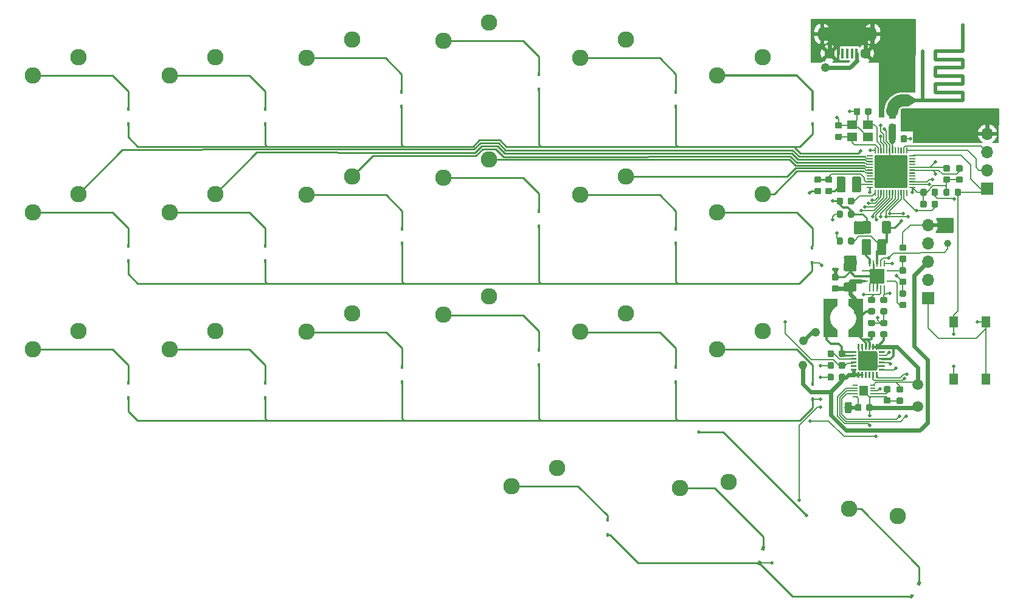
<source format=gbr>
G04 #@! TF.GenerationSoftware,KiCad,Pcbnew,(5.1.5-0-10_14)*
G04 #@! TF.CreationDate,2020-05-04T16:50:39-04:00*
G04 #@! TF.ProjectId,hardware,68617264-7761-4726-952e-6b696361645f,rev?*
G04 #@! TF.SameCoordinates,Original*
G04 #@! TF.FileFunction,Copper,L1,Top*
G04 #@! TF.FilePolarity,Positive*
%FSLAX46Y46*%
G04 Gerber Fmt 4.6, Leading zero omitted, Abs format (unit mm)*
G04 Created by KiCad (PCBNEW (5.1.5-0-10_14)) date 2020-05-04 16:50:39*
%MOMM*%
%LPD*%
G04 APERTURE LIST*
%ADD10C,0.100000*%
%ADD11C,2.286000*%
%ADD12R,1.295400X1.397000*%
%ADD13R,0.711200X0.254000*%
%ADD14R,0.450000X0.600000*%
%ADD15R,1.500000X1.900000*%
%ADD16C,1.450000*%
%ADD17R,0.400000X1.350000*%
%ADD18O,1.200000X1.900000*%
%ADD19R,1.200000X1.900000*%
%ADD20R,1.700000X1.700000*%
%ADD21O,1.700000X1.700000*%
%ADD22R,1.300000X1.550000*%
%ADD23R,0.850000X0.280000*%
%ADD24R,0.280000X0.850000*%
%ADD25R,2.050000X2.050000*%
%ADD26R,1.400000X1.200000*%
%ADD27C,1.500000*%
%ADD28C,1.000000*%
%ADD29C,0.508000*%
%ADD30C,1.219200*%
%ADD31C,0.609600*%
%ADD32C,0.152400*%
%ADD33C,0.304800*%
%ADD34C,0.508000*%
%ADD35C,1.651000*%
%ADD36C,0.762000*%
%ADD37C,0.203200*%
%ADD38C,0.254000*%
%ADD39C,0.457200*%
%ADD40C,0.355600*%
%ADD41C,1.016000*%
G04 APERTURE END LIST*
D10*
G36*
X173469300Y-44831000D02*
G01*
X173126400Y-45186600D01*
X173139100Y-45656500D01*
X172935900Y-45656500D01*
X172935900Y-45186600D01*
X172605700Y-44831000D01*
X172605700Y-44691300D01*
X173469300Y-44691300D01*
X173469300Y-44831000D01*
G37*
G36*
X176250600Y-38811200D02*
G01*
X176250600Y-39319200D01*
X175234600Y-39890700D01*
X174650400Y-39890700D01*
X174650400Y-38239700D01*
X175234600Y-38239700D01*
X176250600Y-38811200D01*
G37*
G04 #@! TA.AperFunction,SMDPad,CuDef*
G36*
X167980127Y-76414225D02*
G01*
X167986194Y-76415125D01*
X167992144Y-76416615D01*
X167997919Y-76418682D01*
X168003463Y-76421304D01*
X168008724Y-76424457D01*
X168013651Y-76428111D01*
X168018195Y-76432230D01*
X168022314Y-76436774D01*
X168025968Y-76441701D01*
X168029121Y-76446962D01*
X168031743Y-76452506D01*
X168033810Y-76458281D01*
X168035300Y-76464231D01*
X168036200Y-76470298D01*
X168036501Y-76476424D01*
X168036501Y-76601424D01*
X168036200Y-76607550D01*
X168035300Y-76613617D01*
X168033810Y-76619567D01*
X168031743Y-76625342D01*
X168029121Y-76630886D01*
X168025968Y-76636147D01*
X168022314Y-76641074D01*
X168018195Y-76645618D01*
X168013651Y-76649737D01*
X168008724Y-76653391D01*
X168003463Y-76656544D01*
X167997919Y-76659166D01*
X167992144Y-76661233D01*
X167986194Y-76662723D01*
X167980127Y-76663623D01*
X167974001Y-76663924D01*
X167274001Y-76663924D01*
X167267875Y-76663623D01*
X167261808Y-76662723D01*
X167255858Y-76661233D01*
X167250083Y-76659166D01*
X167244539Y-76656544D01*
X167239278Y-76653391D01*
X167234351Y-76649737D01*
X167229807Y-76645618D01*
X167225688Y-76641074D01*
X167222034Y-76636147D01*
X167218881Y-76630886D01*
X167216259Y-76625342D01*
X167214192Y-76619567D01*
X167212702Y-76613617D01*
X167211802Y-76607550D01*
X167211501Y-76601424D01*
X167211501Y-76476424D01*
X167211802Y-76470298D01*
X167212702Y-76464231D01*
X167214192Y-76458281D01*
X167216259Y-76452506D01*
X167218881Y-76446962D01*
X167222034Y-76441701D01*
X167225688Y-76436774D01*
X167229807Y-76432230D01*
X167234351Y-76428111D01*
X167239278Y-76424457D01*
X167244539Y-76421304D01*
X167250083Y-76418682D01*
X167255858Y-76416615D01*
X167261808Y-76415125D01*
X167267875Y-76414225D01*
X167274001Y-76413924D01*
X167974001Y-76413924D01*
X167980127Y-76414225D01*
G37*
G04 #@! TD.AperFunction*
G04 #@! TA.AperFunction,SMDPad,CuDef*
G36*
X167980127Y-75914225D02*
G01*
X167986194Y-75915125D01*
X167992144Y-75916615D01*
X167997919Y-75918682D01*
X168003463Y-75921304D01*
X168008724Y-75924457D01*
X168013651Y-75928111D01*
X168018195Y-75932230D01*
X168022314Y-75936774D01*
X168025968Y-75941701D01*
X168029121Y-75946962D01*
X168031743Y-75952506D01*
X168033810Y-75958281D01*
X168035300Y-75964231D01*
X168036200Y-75970298D01*
X168036501Y-75976424D01*
X168036501Y-76101424D01*
X168036200Y-76107550D01*
X168035300Y-76113617D01*
X168033810Y-76119567D01*
X168031743Y-76125342D01*
X168029121Y-76130886D01*
X168025968Y-76136147D01*
X168022314Y-76141074D01*
X168018195Y-76145618D01*
X168013651Y-76149737D01*
X168008724Y-76153391D01*
X168003463Y-76156544D01*
X167997919Y-76159166D01*
X167992144Y-76161233D01*
X167986194Y-76162723D01*
X167980127Y-76163623D01*
X167974001Y-76163924D01*
X167274001Y-76163924D01*
X167267875Y-76163623D01*
X167261808Y-76162723D01*
X167255858Y-76161233D01*
X167250083Y-76159166D01*
X167244539Y-76156544D01*
X167239278Y-76153391D01*
X167234351Y-76149737D01*
X167229807Y-76145618D01*
X167225688Y-76141074D01*
X167222034Y-76136147D01*
X167218881Y-76130886D01*
X167216259Y-76125342D01*
X167214192Y-76119567D01*
X167212702Y-76113617D01*
X167211802Y-76107550D01*
X167211501Y-76101424D01*
X167211501Y-75976424D01*
X167211802Y-75970298D01*
X167212702Y-75964231D01*
X167214192Y-75958281D01*
X167216259Y-75952506D01*
X167218881Y-75946962D01*
X167222034Y-75941701D01*
X167225688Y-75936774D01*
X167229807Y-75932230D01*
X167234351Y-75928111D01*
X167239278Y-75924457D01*
X167244539Y-75921304D01*
X167250083Y-75918682D01*
X167255858Y-75916615D01*
X167261808Y-75915125D01*
X167267875Y-75914225D01*
X167274001Y-75913924D01*
X167974001Y-75913924D01*
X167980127Y-75914225D01*
G37*
G04 #@! TD.AperFunction*
G04 #@! TA.AperFunction,SMDPad,CuDef*
G36*
X167980127Y-75414225D02*
G01*
X167986194Y-75415125D01*
X167992144Y-75416615D01*
X167997919Y-75418682D01*
X168003463Y-75421304D01*
X168008724Y-75424457D01*
X168013651Y-75428111D01*
X168018195Y-75432230D01*
X168022314Y-75436774D01*
X168025968Y-75441701D01*
X168029121Y-75446962D01*
X168031743Y-75452506D01*
X168033810Y-75458281D01*
X168035300Y-75464231D01*
X168036200Y-75470298D01*
X168036501Y-75476424D01*
X168036501Y-75601424D01*
X168036200Y-75607550D01*
X168035300Y-75613617D01*
X168033810Y-75619567D01*
X168031743Y-75625342D01*
X168029121Y-75630886D01*
X168025968Y-75636147D01*
X168022314Y-75641074D01*
X168018195Y-75645618D01*
X168013651Y-75649737D01*
X168008724Y-75653391D01*
X168003463Y-75656544D01*
X167997919Y-75659166D01*
X167992144Y-75661233D01*
X167986194Y-75662723D01*
X167980127Y-75663623D01*
X167974001Y-75663924D01*
X167274001Y-75663924D01*
X167267875Y-75663623D01*
X167261808Y-75662723D01*
X167255858Y-75661233D01*
X167250083Y-75659166D01*
X167244539Y-75656544D01*
X167239278Y-75653391D01*
X167234351Y-75649737D01*
X167229807Y-75645618D01*
X167225688Y-75641074D01*
X167222034Y-75636147D01*
X167218881Y-75630886D01*
X167216259Y-75625342D01*
X167214192Y-75619567D01*
X167212702Y-75613617D01*
X167211802Y-75607550D01*
X167211501Y-75601424D01*
X167211501Y-75476424D01*
X167211802Y-75470298D01*
X167212702Y-75464231D01*
X167214192Y-75458281D01*
X167216259Y-75452506D01*
X167218881Y-75446962D01*
X167222034Y-75441701D01*
X167225688Y-75436774D01*
X167229807Y-75432230D01*
X167234351Y-75428111D01*
X167239278Y-75424457D01*
X167244539Y-75421304D01*
X167250083Y-75418682D01*
X167255858Y-75416615D01*
X167261808Y-75415125D01*
X167267875Y-75414225D01*
X167274001Y-75413924D01*
X167974001Y-75413924D01*
X167980127Y-75414225D01*
G37*
G04 #@! TD.AperFunction*
G04 #@! TA.AperFunction,SMDPad,CuDef*
G36*
X167980127Y-74914225D02*
G01*
X167986194Y-74915125D01*
X167992144Y-74916615D01*
X167997919Y-74918682D01*
X168003463Y-74921304D01*
X168008724Y-74924457D01*
X168013651Y-74928111D01*
X168018195Y-74932230D01*
X168022314Y-74936774D01*
X168025968Y-74941701D01*
X168029121Y-74946962D01*
X168031743Y-74952506D01*
X168033810Y-74958281D01*
X168035300Y-74964231D01*
X168036200Y-74970298D01*
X168036501Y-74976424D01*
X168036501Y-75101424D01*
X168036200Y-75107550D01*
X168035300Y-75113617D01*
X168033810Y-75119567D01*
X168031743Y-75125342D01*
X168029121Y-75130886D01*
X168025968Y-75136147D01*
X168022314Y-75141074D01*
X168018195Y-75145618D01*
X168013651Y-75149737D01*
X168008724Y-75153391D01*
X168003463Y-75156544D01*
X167997919Y-75159166D01*
X167992144Y-75161233D01*
X167986194Y-75162723D01*
X167980127Y-75163623D01*
X167974001Y-75163924D01*
X167274001Y-75163924D01*
X167267875Y-75163623D01*
X167261808Y-75162723D01*
X167255858Y-75161233D01*
X167250083Y-75159166D01*
X167244539Y-75156544D01*
X167239278Y-75153391D01*
X167234351Y-75149737D01*
X167229807Y-75145618D01*
X167225688Y-75141074D01*
X167222034Y-75136147D01*
X167218881Y-75130886D01*
X167216259Y-75125342D01*
X167214192Y-75119567D01*
X167212702Y-75113617D01*
X167211802Y-75107550D01*
X167211501Y-75101424D01*
X167211501Y-74976424D01*
X167211802Y-74970298D01*
X167212702Y-74964231D01*
X167214192Y-74958281D01*
X167216259Y-74952506D01*
X167218881Y-74946962D01*
X167222034Y-74941701D01*
X167225688Y-74936774D01*
X167229807Y-74932230D01*
X167234351Y-74928111D01*
X167239278Y-74924457D01*
X167244539Y-74921304D01*
X167250083Y-74918682D01*
X167255858Y-74916615D01*
X167261808Y-74915125D01*
X167267875Y-74914225D01*
X167274001Y-74913924D01*
X167974001Y-74913924D01*
X167980127Y-74914225D01*
G37*
G04 #@! TD.AperFunction*
G04 #@! TA.AperFunction,SMDPad,CuDef*
G36*
X167980127Y-74414225D02*
G01*
X167986194Y-74415125D01*
X167992144Y-74416615D01*
X167997919Y-74418682D01*
X168003463Y-74421304D01*
X168008724Y-74424457D01*
X168013651Y-74428111D01*
X168018195Y-74432230D01*
X168022314Y-74436774D01*
X168025968Y-74441701D01*
X168029121Y-74446962D01*
X168031743Y-74452506D01*
X168033810Y-74458281D01*
X168035300Y-74464231D01*
X168036200Y-74470298D01*
X168036501Y-74476424D01*
X168036501Y-74601424D01*
X168036200Y-74607550D01*
X168035300Y-74613617D01*
X168033810Y-74619567D01*
X168031743Y-74625342D01*
X168029121Y-74630886D01*
X168025968Y-74636147D01*
X168022314Y-74641074D01*
X168018195Y-74645618D01*
X168013651Y-74649737D01*
X168008724Y-74653391D01*
X168003463Y-74656544D01*
X167997919Y-74659166D01*
X167992144Y-74661233D01*
X167986194Y-74662723D01*
X167980127Y-74663623D01*
X167974001Y-74663924D01*
X167274001Y-74663924D01*
X167267875Y-74663623D01*
X167261808Y-74662723D01*
X167255858Y-74661233D01*
X167250083Y-74659166D01*
X167244539Y-74656544D01*
X167239278Y-74653391D01*
X167234351Y-74649737D01*
X167229807Y-74645618D01*
X167225688Y-74641074D01*
X167222034Y-74636147D01*
X167218881Y-74630886D01*
X167216259Y-74625342D01*
X167214192Y-74619567D01*
X167212702Y-74613617D01*
X167211802Y-74607550D01*
X167211501Y-74601424D01*
X167211501Y-74476424D01*
X167211802Y-74470298D01*
X167212702Y-74464231D01*
X167214192Y-74458281D01*
X167216259Y-74452506D01*
X167218881Y-74446962D01*
X167222034Y-74441701D01*
X167225688Y-74436774D01*
X167229807Y-74432230D01*
X167234351Y-74428111D01*
X167239278Y-74424457D01*
X167244539Y-74421304D01*
X167250083Y-74418682D01*
X167255858Y-74416615D01*
X167261808Y-74415125D01*
X167267875Y-74414225D01*
X167274001Y-74413924D01*
X167974001Y-74413924D01*
X167980127Y-74414225D01*
G37*
G04 #@! TD.AperFunction*
G04 #@! TA.AperFunction,SMDPad,CuDef*
G36*
X167980127Y-73914225D02*
G01*
X167986194Y-73915125D01*
X167992144Y-73916615D01*
X167997919Y-73918682D01*
X168003463Y-73921304D01*
X168008724Y-73924457D01*
X168013651Y-73928111D01*
X168018195Y-73932230D01*
X168022314Y-73936774D01*
X168025968Y-73941701D01*
X168029121Y-73946962D01*
X168031743Y-73952506D01*
X168033810Y-73958281D01*
X168035300Y-73964231D01*
X168036200Y-73970298D01*
X168036501Y-73976424D01*
X168036501Y-74101424D01*
X168036200Y-74107550D01*
X168035300Y-74113617D01*
X168033810Y-74119567D01*
X168031743Y-74125342D01*
X168029121Y-74130886D01*
X168025968Y-74136147D01*
X168022314Y-74141074D01*
X168018195Y-74145618D01*
X168013651Y-74149737D01*
X168008724Y-74153391D01*
X168003463Y-74156544D01*
X167997919Y-74159166D01*
X167992144Y-74161233D01*
X167986194Y-74162723D01*
X167980127Y-74163623D01*
X167974001Y-74163924D01*
X167274001Y-74163924D01*
X167267875Y-74163623D01*
X167261808Y-74162723D01*
X167255858Y-74161233D01*
X167250083Y-74159166D01*
X167244539Y-74156544D01*
X167239278Y-74153391D01*
X167234351Y-74149737D01*
X167229807Y-74145618D01*
X167225688Y-74141074D01*
X167222034Y-74136147D01*
X167218881Y-74130886D01*
X167216259Y-74125342D01*
X167214192Y-74119567D01*
X167212702Y-74113617D01*
X167211802Y-74107550D01*
X167211501Y-74101424D01*
X167211501Y-73976424D01*
X167211802Y-73970298D01*
X167212702Y-73964231D01*
X167214192Y-73958281D01*
X167216259Y-73952506D01*
X167218881Y-73946962D01*
X167222034Y-73941701D01*
X167225688Y-73936774D01*
X167229807Y-73932230D01*
X167234351Y-73928111D01*
X167239278Y-73924457D01*
X167244539Y-73921304D01*
X167250083Y-73918682D01*
X167255858Y-73916615D01*
X167261808Y-73915125D01*
X167267875Y-73914225D01*
X167274001Y-73913924D01*
X167974001Y-73913924D01*
X167980127Y-73914225D01*
G37*
G04 #@! TD.AperFunction*
G04 #@! TA.AperFunction,SMDPad,CuDef*
G36*
X168405127Y-72914225D02*
G01*
X168411194Y-72915125D01*
X168417144Y-72916615D01*
X168422919Y-72918682D01*
X168428463Y-72921304D01*
X168433724Y-72924457D01*
X168438651Y-72928111D01*
X168443195Y-72932230D01*
X168447314Y-72936774D01*
X168450968Y-72941701D01*
X168454121Y-72946962D01*
X168456743Y-72952506D01*
X168458810Y-72958281D01*
X168460300Y-72964231D01*
X168461200Y-72970298D01*
X168461501Y-72976424D01*
X168461501Y-73676424D01*
X168461200Y-73682550D01*
X168460300Y-73688617D01*
X168458810Y-73694567D01*
X168456743Y-73700342D01*
X168454121Y-73705886D01*
X168450968Y-73711147D01*
X168447314Y-73716074D01*
X168443195Y-73720618D01*
X168438651Y-73724737D01*
X168433724Y-73728391D01*
X168428463Y-73731544D01*
X168422919Y-73734166D01*
X168417144Y-73736233D01*
X168411194Y-73737723D01*
X168405127Y-73738623D01*
X168399001Y-73738924D01*
X168274001Y-73738924D01*
X168267875Y-73738623D01*
X168261808Y-73737723D01*
X168255858Y-73736233D01*
X168250083Y-73734166D01*
X168244539Y-73731544D01*
X168239278Y-73728391D01*
X168234351Y-73724737D01*
X168229807Y-73720618D01*
X168225688Y-73716074D01*
X168222034Y-73711147D01*
X168218881Y-73705886D01*
X168216259Y-73700342D01*
X168214192Y-73694567D01*
X168212702Y-73688617D01*
X168211802Y-73682550D01*
X168211501Y-73676424D01*
X168211501Y-72976424D01*
X168211802Y-72970298D01*
X168212702Y-72964231D01*
X168214192Y-72958281D01*
X168216259Y-72952506D01*
X168218881Y-72946962D01*
X168222034Y-72941701D01*
X168225688Y-72936774D01*
X168229807Y-72932230D01*
X168234351Y-72928111D01*
X168239278Y-72924457D01*
X168244539Y-72921304D01*
X168250083Y-72918682D01*
X168255858Y-72916615D01*
X168261808Y-72915125D01*
X168267875Y-72914225D01*
X168274001Y-72913924D01*
X168399001Y-72913924D01*
X168405127Y-72914225D01*
G37*
G04 #@! TD.AperFunction*
G04 #@! TA.AperFunction,SMDPad,CuDef*
G36*
X168905127Y-72914225D02*
G01*
X168911194Y-72915125D01*
X168917144Y-72916615D01*
X168922919Y-72918682D01*
X168928463Y-72921304D01*
X168933724Y-72924457D01*
X168938651Y-72928111D01*
X168943195Y-72932230D01*
X168947314Y-72936774D01*
X168950968Y-72941701D01*
X168954121Y-72946962D01*
X168956743Y-72952506D01*
X168958810Y-72958281D01*
X168960300Y-72964231D01*
X168961200Y-72970298D01*
X168961501Y-72976424D01*
X168961501Y-73676424D01*
X168961200Y-73682550D01*
X168960300Y-73688617D01*
X168958810Y-73694567D01*
X168956743Y-73700342D01*
X168954121Y-73705886D01*
X168950968Y-73711147D01*
X168947314Y-73716074D01*
X168943195Y-73720618D01*
X168938651Y-73724737D01*
X168933724Y-73728391D01*
X168928463Y-73731544D01*
X168922919Y-73734166D01*
X168917144Y-73736233D01*
X168911194Y-73737723D01*
X168905127Y-73738623D01*
X168899001Y-73738924D01*
X168774001Y-73738924D01*
X168767875Y-73738623D01*
X168761808Y-73737723D01*
X168755858Y-73736233D01*
X168750083Y-73734166D01*
X168744539Y-73731544D01*
X168739278Y-73728391D01*
X168734351Y-73724737D01*
X168729807Y-73720618D01*
X168725688Y-73716074D01*
X168722034Y-73711147D01*
X168718881Y-73705886D01*
X168716259Y-73700342D01*
X168714192Y-73694567D01*
X168712702Y-73688617D01*
X168711802Y-73682550D01*
X168711501Y-73676424D01*
X168711501Y-72976424D01*
X168711802Y-72970298D01*
X168712702Y-72964231D01*
X168714192Y-72958281D01*
X168716259Y-72952506D01*
X168718881Y-72946962D01*
X168722034Y-72941701D01*
X168725688Y-72936774D01*
X168729807Y-72932230D01*
X168734351Y-72928111D01*
X168739278Y-72924457D01*
X168744539Y-72921304D01*
X168750083Y-72918682D01*
X168755858Y-72916615D01*
X168761808Y-72915125D01*
X168767875Y-72914225D01*
X168774001Y-72913924D01*
X168899001Y-72913924D01*
X168905127Y-72914225D01*
G37*
G04 #@! TD.AperFunction*
G04 #@! TA.AperFunction,SMDPad,CuDef*
G36*
X169405127Y-72914225D02*
G01*
X169411194Y-72915125D01*
X169417144Y-72916615D01*
X169422919Y-72918682D01*
X169428463Y-72921304D01*
X169433724Y-72924457D01*
X169438651Y-72928111D01*
X169443195Y-72932230D01*
X169447314Y-72936774D01*
X169450968Y-72941701D01*
X169454121Y-72946962D01*
X169456743Y-72952506D01*
X169458810Y-72958281D01*
X169460300Y-72964231D01*
X169461200Y-72970298D01*
X169461501Y-72976424D01*
X169461501Y-73676424D01*
X169461200Y-73682550D01*
X169460300Y-73688617D01*
X169458810Y-73694567D01*
X169456743Y-73700342D01*
X169454121Y-73705886D01*
X169450968Y-73711147D01*
X169447314Y-73716074D01*
X169443195Y-73720618D01*
X169438651Y-73724737D01*
X169433724Y-73728391D01*
X169428463Y-73731544D01*
X169422919Y-73734166D01*
X169417144Y-73736233D01*
X169411194Y-73737723D01*
X169405127Y-73738623D01*
X169399001Y-73738924D01*
X169274001Y-73738924D01*
X169267875Y-73738623D01*
X169261808Y-73737723D01*
X169255858Y-73736233D01*
X169250083Y-73734166D01*
X169244539Y-73731544D01*
X169239278Y-73728391D01*
X169234351Y-73724737D01*
X169229807Y-73720618D01*
X169225688Y-73716074D01*
X169222034Y-73711147D01*
X169218881Y-73705886D01*
X169216259Y-73700342D01*
X169214192Y-73694567D01*
X169212702Y-73688617D01*
X169211802Y-73682550D01*
X169211501Y-73676424D01*
X169211501Y-72976424D01*
X169211802Y-72970298D01*
X169212702Y-72964231D01*
X169214192Y-72958281D01*
X169216259Y-72952506D01*
X169218881Y-72946962D01*
X169222034Y-72941701D01*
X169225688Y-72936774D01*
X169229807Y-72932230D01*
X169234351Y-72928111D01*
X169239278Y-72924457D01*
X169244539Y-72921304D01*
X169250083Y-72918682D01*
X169255858Y-72916615D01*
X169261808Y-72915125D01*
X169267875Y-72914225D01*
X169274001Y-72913924D01*
X169399001Y-72913924D01*
X169405127Y-72914225D01*
G37*
G04 #@! TD.AperFunction*
G04 #@! TA.AperFunction,SMDPad,CuDef*
G36*
X169905127Y-72914225D02*
G01*
X169911194Y-72915125D01*
X169917144Y-72916615D01*
X169922919Y-72918682D01*
X169928463Y-72921304D01*
X169933724Y-72924457D01*
X169938651Y-72928111D01*
X169943195Y-72932230D01*
X169947314Y-72936774D01*
X169950968Y-72941701D01*
X169954121Y-72946962D01*
X169956743Y-72952506D01*
X169958810Y-72958281D01*
X169960300Y-72964231D01*
X169961200Y-72970298D01*
X169961501Y-72976424D01*
X169961501Y-73676424D01*
X169961200Y-73682550D01*
X169960300Y-73688617D01*
X169958810Y-73694567D01*
X169956743Y-73700342D01*
X169954121Y-73705886D01*
X169950968Y-73711147D01*
X169947314Y-73716074D01*
X169943195Y-73720618D01*
X169938651Y-73724737D01*
X169933724Y-73728391D01*
X169928463Y-73731544D01*
X169922919Y-73734166D01*
X169917144Y-73736233D01*
X169911194Y-73737723D01*
X169905127Y-73738623D01*
X169899001Y-73738924D01*
X169774001Y-73738924D01*
X169767875Y-73738623D01*
X169761808Y-73737723D01*
X169755858Y-73736233D01*
X169750083Y-73734166D01*
X169744539Y-73731544D01*
X169739278Y-73728391D01*
X169734351Y-73724737D01*
X169729807Y-73720618D01*
X169725688Y-73716074D01*
X169722034Y-73711147D01*
X169718881Y-73705886D01*
X169716259Y-73700342D01*
X169714192Y-73694567D01*
X169712702Y-73688617D01*
X169711802Y-73682550D01*
X169711501Y-73676424D01*
X169711501Y-72976424D01*
X169711802Y-72970298D01*
X169712702Y-72964231D01*
X169714192Y-72958281D01*
X169716259Y-72952506D01*
X169718881Y-72946962D01*
X169722034Y-72941701D01*
X169725688Y-72936774D01*
X169729807Y-72932230D01*
X169734351Y-72928111D01*
X169739278Y-72924457D01*
X169744539Y-72921304D01*
X169750083Y-72918682D01*
X169755858Y-72916615D01*
X169761808Y-72915125D01*
X169767875Y-72914225D01*
X169774001Y-72913924D01*
X169899001Y-72913924D01*
X169905127Y-72914225D01*
G37*
G04 #@! TD.AperFunction*
G04 #@! TA.AperFunction,SMDPad,CuDef*
G36*
X170405127Y-72914225D02*
G01*
X170411194Y-72915125D01*
X170417144Y-72916615D01*
X170422919Y-72918682D01*
X170428463Y-72921304D01*
X170433724Y-72924457D01*
X170438651Y-72928111D01*
X170443195Y-72932230D01*
X170447314Y-72936774D01*
X170450968Y-72941701D01*
X170454121Y-72946962D01*
X170456743Y-72952506D01*
X170458810Y-72958281D01*
X170460300Y-72964231D01*
X170461200Y-72970298D01*
X170461501Y-72976424D01*
X170461501Y-73676424D01*
X170461200Y-73682550D01*
X170460300Y-73688617D01*
X170458810Y-73694567D01*
X170456743Y-73700342D01*
X170454121Y-73705886D01*
X170450968Y-73711147D01*
X170447314Y-73716074D01*
X170443195Y-73720618D01*
X170438651Y-73724737D01*
X170433724Y-73728391D01*
X170428463Y-73731544D01*
X170422919Y-73734166D01*
X170417144Y-73736233D01*
X170411194Y-73737723D01*
X170405127Y-73738623D01*
X170399001Y-73738924D01*
X170274001Y-73738924D01*
X170267875Y-73738623D01*
X170261808Y-73737723D01*
X170255858Y-73736233D01*
X170250083Y-73734166D01*
X170244539Y-73731544D01*
X170239278Y-73728391D01*
X170234351Y-73724737D01*
X170229807Y-73720618D01*
X170225688Y-73716074D01*
X170222034Y-73711147D01*
X170218881Y-73705886D01*
X170216259Y-73700342D01*
X170214192Y-73694567D01*
X170212702Y-73688617D01*
X170211802Y-73682550D01*
X170211501Y-73676424D01*
X170211501Y-72976424D01*
X170211802Y-72970298D01*
X170212702Y-72964231D01*
X170214192Y-72958281D01*
X170216259Y-72952506D01*
X170218881Y-72946962D01*
X170222034Y-72941701D01*
X170225688Y-72936774D01*
X170229807Y-72932230D01*
X170234351Y-72928111D01*
X170239278Y-72924457D01*
X170244539Y-72921304D01*
X170250083Y-72918682D01*
X170255858Y-72916615D01*
X170261808Y-72915125D01*
X170267875Y-72914225D01*
X170274001Y-72913924D01*
X170399001Y-72913924D01*
X170405127Y-72914225D01*
G37*
G04 #@! TD.AperFunction*
G04 #@! TA.AperFunction,SMDPad,CuDef*
G36*
X170905127Y-72914225D02*
G01*
X170911194Y-72915125D01*
X170917144Y-72916615D01*
X170922919Y-72918682D01*
X170928463Y-72921304D01*
X170933724Y-72924457D01*
X170938651Y-72928111D01*
X170943195Y-72932230D01*
X170947314Y-72936774D01*
X170950968Y-72941701D01*
X170954121Y-72946962D01*
X170956743Y-72952506D01*
X170958810Y-72958281D01*
X170960300Y-72964231D01*
X170961200Y-72970298D01*
X170961501Y-72976424D01*
X170961501Y-73676424D01*
X170961200Y-73682550D01*
X170960300Y-73688617D01*
X170958810Y-73694567D01*
X170956743Y-73700342D01*
X170954121Y-73705886D01*
X170950968Y-73711147D01*
X170947314Y-73716074D01*
X170943195Y-73720618D01*
X170938651Y-73724737D01*
X170933724Y-73728391D01*
X170928463Y-73731544D01*
X170922919Y-73734166D01*
X170917144Y-73736233D01*
X170911194Y-73737723D01*
X170905127Y-73738623D01*
X170899001Y-73738924D01*
X170774001Y-73738924D01*
X170767875Y-73738623D01*
X170761808Y-73737723D01*
X170755858Y-73736233D01*
X170750083Y-73734166D01*
X170744539Y-73731544D01*
X170739278Y-73728391D01*
X170734351Y-73724737D01*
X170729807Y-73720618D01*
X170725688Y-73716074D01*
X170722034Y-73711147D01*
X170718881Y-73705886D01*
X170716259Y-73700342D01*
X170714192Y-73694567D01*
X170712702Y-73688617D01*
X170711802Y-73682550D01*
X170711501Y-73676424D01*
X170711501Y-72976424D01*
X170711802Y-72970298D01*
X170712702Y-72964231D01*
X170714192Y-72958281D01*
X170716259Y-72952506D01*
X170718881Y-72946962D01*
X170722034Y-72941701D01*
X170725688Y-72936774D01*
X170729807Y-72932230D01*
X170734351Y-72928111D01*
X170739278Y-72924457D01*
X170744539Y-72921304D01*
X170750083Y-72918682D01*
X170755858Y-72916615D01*
X170761808Y-72915125D01*
X170767875Y-72914225D01*
X170774001Y-72913924D01*
X170899001Y-72913924D01*
X170905127Y-72914225D01*
G37*
G04 #@! TD.AperFunction*
G04 #@! TA.AperFunction,SMDPad,CuDef*
G36*
X171905127Y-73914225D02*
G01*
X171911194Y-73915125D01*
X171917144Y-73916615D01*
X171922919Y-73918682D01*
X171928463Y-73921304D01*
X171933724Y-73924457D01*
X171938651Y-73928111D01*
X171943195Y-73932230D01*
X171947314Y-73936774D01*
X171950968Y-73941701D01*
X171954121Y-73946962D01*
X171956743Y-73952506D01*
X171958810Y-73958281D01*
X171960300Y-73964231D01*
X171961200Y-73970298D01*
X171961501Y-73976424D01*
X171961501Y-74101424D01*
X171961200Y-74107550D01*
X171960300Y-74113617D01*
X171958810Y-74119567D01*
X171956743Y-74125342D01*
X171954121Y-74130886D01*
X171950968Y-74136147D01*
X171947314Y-74141074D01*
X171943195Y-74145618D01*
X171938651Y-74149737D01*
X171933724Y-74153391D01*
X171928463Y-74156544D01*
X171922919Y-74159166D01*
X171917144Y-74161233D01*
X171911194Y-74162723D01*
X171905127Y-74163623D01*
X171899001Y-74163924D01*
X171199001Y-74163924D01*
X171192875Y-74163623D01*
X171186808Y-74162723D01*
X171180858Y-74161233D01*
X171175083Y-74159166D01*
X171169539Y-74156544D01*
X171164278Y-74153391D01*
X171159351Y-74149737D01*
X171154807Y-74145618D01*
X171150688Y-74141074D01*
X171147034Y-74136147D01*
X171143881Y-74130886D01*
X171141259Y-74125342D01*
X171139192Y-74119567D01*
X171137702Y-74113617D01*
X171136802Y-74107550D01*
X171136501Y-74101424D01*
X171136501Y-73976424D01*
X171136802Y-73970298D01*
X171137702Y-73964231D01*
X171139192Y-73958281D01*
X171141259Y-73952506D01*
X171143881Y-73946962D01*
X171147034Y-73941701D01*
X171150688Y-73936774D01*
X171154807Y-73932230D01*
X171159351Y-73928111D01*
X171164278Y-73924457D01*
X171169539Y-73921304D01*
X171175083Y-73918682D01*
X171180858Y-73916615D01*
X171186808Y-73915125D01*
X171192875Y-73914225D01*
X171199001Y-73913924D01*
X171899001Y-73913924D01*
X171905127Y-73914225D01*
G37*
G04 #@! TD.AperFunction*
G04 #@! TA.AperFunction,SMDPad,CuDef*
G36*
X171905127Y-74414225D02*
G01*
X171911194Y-74415125D01*
X171917144Y-74416615D01*
X171922919Y-74418682D01*
X171928463Y-74421304D01*
X171933724Y-74424457D01*
X171938651Y-74428111D01*
X171943195Y-74432230D01*
X171947314Y-74436774D01*
X171950968Y-74441701D01*
X171954121Y-74446962D01*
X171956743Y-74452506D01*
X171958810Y-74458281D01*
X171960300Y-74464231D01*
X171961200Y-74470298D01*
X171961501Y-74476424D01*
X171961501Y-74601424D01*
X171961200Y-74607550D01*
X171960300Y-74613617D01*
X171958810Y-74619567D01*
X171956743Y-74625342D01*
X171954121Y-74630886D01*
X171950968Y-74636147D01*
X171947314Y-74641074D01*
X171943195Y-74645618D01*
X171938651Y-74649737D01*
X171933724Y-74653391D01*
X171928463Y-74656544D01*
X171922919Y-74659166D01*
X171917144Y-74661233D01*
X171911194Y-74662723D01*
X171905127Y-74663623D01*
X171899001Y-74663924D01*
X171199001Y-74663924D01*
X171192875Y-74663623D01*
X171186808Y-74662723D01*
X171180858Y-74661233D01*
X171175083Y-74659166D01*
X171169539Y-74656544D01*
X171164278Y-74653391D01*
X171159351Y-74649737D01*
X171154807Y-74645618D01*
X171150688Y-74641074D01*
X171147034Y-74636147D01*
X171143881Y-74630886D01*
X171141259Y-74625342D01*
X171139192Y-74619567D01*
X171137702Y-74613617D01*
X171136802Y-74607550D01*
X171136501Y-74601424D01*
X171136501Y-74476424D01*
X171136802Y-74470298D01*
X171137702Y-74464231D01*
X171139192Y-74458281D01*
X171141259Y-74452506D01*
X171143881Y-74446962D01*
X171147034Y-74441701D01*
X171150688Y-74436774D01*
X171154807Y-74432230D01*
X171159351Y-74428111D01*
X171164278Y-74424457D01*
X171169539Y-74421304D01*
X171175083Y-74418682D01*
X171180858Y-74416615D01*
X171186808Y-74415125D01*
X171192875Y-74414225D01*
X171199001Y-74413924D01*
X171899001Y-74413924D01*
X171905127Y-74414225D01*
G37*
G04 #@! TD.AperFunction*
G04 #@! TA.AperFunction,SMDPad,CuDef*
G36*
X171905127Y-74914225D02*
G01*
X171911194Y-74915125D01*
X171917144Y-74916615D01*
X171922919Y-74918682D01*
X171928463Y-74921304D01*
X171933724Y-74924457D01*
X171938651Y-74928111D01*
X171943195Y-74932230D01*
X171947314Y-74936774D01*
X171950968Y-74941701D01*
X171954121Y-74946962D01*
X171956743Y-74952506D01*
X171958810Y-74958281D01*
X171960300Y-74964231D01*
X171961200Y-74970298D01*
X171961501Y-74976424D01*
X171961501Y-75101424D01*
X171961200Y-75107550D01*
X171960300Y-75113617D01*
X171958810Y-75119567D01*
X171956743Y-75125342D01*
X171954121Y-75130886D01*
X171950968Y-75136147D01*
X171947314Y-75141074D01*
X171943195Y-75145618D01*
X171938651Y-75149737D01*
X171933724Y-75153391D01*
X171928463Y-75156544D01*
X171922919Y-75159166D01*
X171917144Y-75161233D01*
X171911194Y-75162723D01*
X171905127Y-75163623D01*
X171899001Y-75163924D01*
X171199001Y-75163924D01*
X171192875Y-75163623D01*
X171186808Y-75162723D01*
X171180858Y-75161233D01*
X171175083Y-75159166D01*
X171169539Y-75156544D01*
X171164278Y-75153391D01*
X171159351Y-75149737D01*
X171154807Y-75145618D01*
X171150688Y-75141074D01*
X171147034Y-75136147D01*
X171143881Y-75130886D01*
X171141259Y-75125342D01*
X171139192Y-75119567D01*
X171137702Y-75113617D01*
X171136802Y-75107550D01*
X171136501Y-75101424D01*
X171136501Y-74976424D01*
X171136802Y-74970298D01*
X171137702Y-74964231D01*
X171139192Y-74958281D01*
X171141259Y-74952506D01*
X171143881Y-74946962D01*
X171147034Y-74941701D01*
X171150688Y-74936774D01*
X171154807Y-74932230D01*
X171159351Y-74928111D01*
X171164278Y-74924457D01*
X171169539Y-74921304D01*
X171175083Y-74918682D01*
X171180858Y-74916615D01*
X171186808Y-74915125D01*
X171192875Y-74914225D01*
X171199001Y-74913924D01*
X171899001Y-74913924D01*
X171905127Y-74914225D01*
G37*
G04 #@! TD.AperFunction*
G04 #@! TA.AperFunction,SMDPad,CuDef*
G36*
X171905127Y-75414225D02*
G01*
X171911194Y-75415125D01*
X171917144Y-75416615D01*
X171922919Y-75418682D01*
X171928463Y-75421304D01*
X171933724Y-75424457D01*
X171938651Y-75428111D01*
X171943195Y-75432230D01*
X171947314Y-75436774D01*
X171950968Y-75441701D01*
X171954121Y-75446962D01*
X171956743Y-75452506D01*
X171958810Y-75458281D01*
X171960300Y-75464231D01*
X171961200Y-75470298D01*
X171961501Y-75476424D01*
X171961501Y-75601424D01*
X171961200Y-75607550D01*
X171960300Y-75613617D01*
X171958810Y-75619567D01*
X171956743Y-75625342D01*
X171954121Y-75630886D01*
X171950968Y-75636147D01*
X171947314Y-75641074D01*
X171943195Y-75645618D01*
X171938651Y-75649737D01*
X171933724Y-75653391D01*
X171928463Y-75656544D01*
X171922919Y-75659166D01*
X171917144Y-75661233D01*
X171911194Y-75662723D01*
X171905127Y-75663623D01*
X171899001Y-75663924D01*
X171199001Y-75663924D01*
X171192875Y-75663623D01*
X171186808Y-75662723D01*
X171180858Y-75661233D01*
X171175083Y-75659166D01*
X171169539Y-75656544D01*
X171164278Y-75653391D01*
X171159351Y-75649737D01*
X171154807Y-75645618D01*
X171150688Y-75641074D01*
X171147034Y-75636147D01*
X171143881Y-75630886D01*
X171141259Y-75625342D01*
X171139192Y-75619567D01*
X171137702Y-75613617D01*
X171136802Y-75607550D01*
X171136501Y-75601424D01*
X171136501Y-75476424D01*
X171136802Y-75470298D01*
X171137702Y-75464231D01*
X171139192Y-75458281D01*
X171141259Y-75452506D01*
X171143881Y-75446962D01*
X171147034Y-75441701D01*
X171150688Y-75436774D01*
X171154807Y-75432230D01*
X171159351Y-75428111D01*
X171164278Y-75424457D01*
X171169539Y-75421304D01*
X171175083Y-75418682D01*
X171180858Y-75416615D01*
X171186808Y-75415125D01*
X171192875Y-75414225D01*
X171199001Y-75413924D01*
X171899001Y-75413924D01*
X171905127Y-75414225D01*
G37*
G04 #@! TD.AperFunction*
G04 #@! TA.AperFunction,SMDPad,CuDef*
G36*
X171905127Y-75914225D02*
G01*
X171911194Y-75915125D01*
X171917144Y-75916615D01*
X171922919Y-75918682D01*
X171928463Y-75921304D01*
X171933724Y-75924457D01*
X171938651Y-75928111D01*
X171943195Y-75932230D01*
X171947314Y-75936774D01*
X171950968Y-75941701D01*
X171954121Y-75946962D01*
X171956743Y-75952506D01*
X171958810Y-75958281D01*
X171960300Y-75964231D01*
X171961200Y-75970298D01*
X171961501Y-75976424D01*
X171961501Y-76101424D01*
X171961200Y-76107550D01*
X171960300Y-76113617D01*
X171958810Y-76119567D01*
X171956743Y-76125342D01*
X171954121Y-76130886D01*
X171950968Y-76136147D01*
X171947314Y-76141074D01*
X171943195Y-76145618D01*
X171938651Y-76149737D01*
X171933724Y-76153391D01*
X171928463Y-76156544D01*
X171922919Y-76159166D01*
X171917144Y-76161233D01*
X171911194Y-76162723D01*
X171905127Y-76163623D01*
X171899001Y-76163924D01*
X171199001Y-76163924D01*
X171192875Y-76163623D01*
X171186808Y-76162723D01*
X171180858Y-76161233D01*
X171175083Y-76159166D01*
X171169539Y-76156544D01*
X171164278Y-76153391D01*
X171159351Y-76149737D01*
X171154807Y-76145618D01*
X171150688Y-76141074D01*
X171147034Y-76136147D01*
X171143881Y-76130886D01*
X171141259Y-76125342D01*
X171139192Y-76119567D01*
X171137702Y-76113617D01*
X171136802Y-76107550D01*
X171136501Y-76101424D01*
X171136501Y-75976424D01*
X171136802Y-75970298D01*
X171137702Y-75964231D01*
X171139192Y-75958281D01*
X171141259Y-75952506D01*
X171143881Y-75946962D01*
X171147034Y-75941701D01*
X171150688Y-75936774D01*
X171154807Y-75932230D01*
X171159351Y-75928111D01*
X171164278Y-75924457D01*
X171169539Y-75921304D01*
X171175083Y-75918682D01*
X171180858Y-75916615D01*
X171186808Y-75915125D01*
X171192875Y-75914225D01*
X171199001Y-75913924D01*
X171899001Y-75913924D01*
X171905127Y-75914225D01*
G37*
G04 #@! TD.AperFunction*
G04 #@! TA.AperFunction,SMDPad,CuDef*
G36*
X171905127Y-76414225D02*
G01*
X171911194Y-76415125D01*
X171917144Y-76416615D01*
X171922919Y-76418682D01*
X171928463Y-76421304D01*
X171933724Y-76424457D01*
X171938651Y-76428111D01*
X171943195Y-76432230D01*
X171947314Y-76436774D01*
X171950968Y-76441701D01*
X171954121Y-76446962D01*
X171956743Y-76452506D01*
X171958810Y-76458281D01*
X171960300Y-76464231D01*
X171961200Y-76470298D01*
X171961501Y-76476424D01*
X171961501Y-76601424D01*
X171961200Y-76607550D01*
X171960300Y-76613617D01*
X171958810Y-76619567D01*
X171956743Y-76625342D01*
X171954121Y-76630886D01*
X171950968Y-76636147D01*
X171947314Y-76641074D01*
X171943195Y-76645618D01*
X171938651Y-76649737D01*
X171933724Y-76653391D01*
X171928463Y-76656544D01*
X171922919Y-76659166D01*
X171917144Y-76661233D01*
X171911194Y-76662723D01*
X171905127Y-76663623D01*
X171899001Y-76663924D01*
X171199001Y-76663924D01*
X171192875Y-76663623D01*
X171186808Y-76662723D01*
X171180858Y-76661233D01*
X171175083Y-76659166D01*
X171169539Y-76656544D01*
X171164278Y-76653391D01*
X171159351Y-76649737D01*
X171154807Y-76645618D01*
X171150688Y-76641074D01*
X171147034Y-76636147D01*
X171143881Y-76630886D01*
X171141259Y-76625342D01*
X171139192Y-76619567D01*
X171137702Y-76613617D01*
X171136802Y-76607550D01*
X171136501Y-76601424D01*
X171136501Y-76476424D01*
X171136802Y-76470298D01*
X171137702Y-76464231D01*
X171139192Y-76458281D01*
X171141259Y-76452506D01*
X171143881Y-76446962D01*
X171147034Y-76441701D01*
X171150688Y-76436774D01*
X171154807Y-76432230D01*
X171159351Y-76428111D01*
X171164278Y-76424457D01*
X171169539Y-76421304D01*
X171175083Y-76418682D01*
X171180858Y-76416615D01*
X171186808Y-76415125D01*
X171192875Y-76414225D01*
X171199001Y-76413924D01*
X171899001Y-76413924D01*
X171905127Y-76414225D01*
G37*
G04 #@! TD.AperFunction*
G04 #@! TA.AperFunction,SMDPad,CuDef*
G36*
X170905127Y-76839225D02*
G01*
X170911194Y-76840125D01*
X170917144Y-76841615D01*
X170922919Y-76843682D01*
X170928463Y-76846304D01*
X170933724Y-76849457D01*
X170938651Y-76853111D01*
X170943195Y-76857230D01*
X170947314Y-76861774D01*
X170950968Y-76866701D01*
X170954121Y-76871962D01*
X170956743Y-76877506D01*
X170958810Y-76883281D01*
X170960300Y-76889231D01*
X170961200Y-76895298D01*
X170961501Y-76901424D01*
X170961501Y-77601424D01*
X170961200Y-77607550D01*
X170960300Y-77613617D01*
X170958810Y-77619567D01*
X170956743Y-77625342D01*
X170954121Y-77630886D01*
X170950968Y-77636147D01*
X170947314Y-77641074D01*
X170943195Y-77645618D01*
X170938651Y-77649737D01*
X170933724Y-77653391D01*
X170928463Y-77656544D01*
X170922919Y-77659166D01*
X170917144Y-77661233D01*
X170911194Y-77662723D01*
X170905127Y-77663623D01*
X170899001Y-77663924D01*
X170774001Y-77663924D01*
X170767875Y-77663623D01*
X170761808Y-77662723D01*
X170755858Y-77661233D01*
X170750083Y-77659166D01*
X170744539Y-77656544D01*
X170739278Y-77653391D01*
X170734351Y-77649737D01*
X170729807Y-77645618D01*
X170725688Y-77641074D01*
X170722034Y-77636147D01*
X170718881Y-77630886D01*
X170716259Y-77625342D01*
X170714192Y-77619567D01*
X170712702Y-77613617D01*
X170711802Y-77607550D01*
X170711501Y-77601424D01*
X170711501Y-76901424D01*
X170711802Y-76895298D01*
X170712702Y-76889231D01*
X170714192Y-76883281D01*
X170716259Y-76877506D01*
X170718881Y-76871962D01*
X170722034Y-76866701D01*
X170725688Y-76861774D01*
X170729807Y-76857230D01*
X170734351Y-76853111D01*
X170739278Y-76849457D01*
X170744539Y-76846304D01*
X170750083Y-76843682D01*
X170755858Y-76841615D01*
X170761808Y-76840125D01*
X170767875Y-76839225D01*
X170774001Y-76838924D01*
X170899001Y-76838924D01*
X170905127Y-76839225D01*
G37*
G04 #@! TD.AperFunction*
G04 #@! TA.AperFunction,SMDPad,CuDef*
G36*
X170405127Y-76839225D02*
G01*
X170411194Y-76840125D01*
X170417144Y-76841615D01*
X170422919Y-76843682D01*
X170428463Y-76846304D01*
X170433724Y-76849457D01*
X170438651Y-76853111D01*
X170443195Y-76857230D01*
X170447314Y-76861774D01*
X170450968Y-76866701D01*
X170454121Y-76871962D01*
X170456743Y-76877506D01*
X170458810Y-76883281D01*
X170460300Y-76889231D01*
X170461200Y-76895298D01*
X170461501Y-76901424D01*
X170461501Y-77601424D01*
X170461200Y-77607550D01*
X170460300Y-77613617D01*
X170458810Y-77619567D01*
X170456743Y-77625342D01*
X170454121Y-77630886D01*
X170450968Y-77636147D01*
X170447314Y-77641074D01*
X170443195Y-77645618D01*
X170438651Y-77649737D01*
X170433724Y-77653391D01*
X170428463Y-77656544D01*
X170422919Y-77659166D01*
X170417144Y-77661233D01*
X170411194Y-77662723D01*
X170405127Y-77663623D01*
X170399001Y-77663924D01*
X170274001Y-77663924D01*
X170267875Y-77663623D01*
X170261808Y-77662723D01*
X170255858Y-77661233D01*
X170250083Y-77659166D01*
X170244539Y-77656544D01*
X170239278Y-77653391D01*
X170234351Y-77649737D01*
X170229807Y-77645618D01*
X170225688Y-77641074D01*
X170222034Y-77636147D01*
X170218881Y-77630886D01*
X170216259Y-77625342D01*
X170214192Y-77619567D01*
X170212702Y-77613617D01*
X170211802Y-77607550D01*
X170211501Y-77601424D01*
X170211501Y-76901424D01*
X170211802Y-76895298D01*
X170212702Y-76889231D01*
X170214192Y-76883281D01*
X170216259Y-76877506D01*
X170218881Y-76871962D01*
X170222034Y-76866701D01*
X170225688Y-76861774D01*
X170229807Y-76857230D01*
X170234351Y-76853111D01*
X170239278Y-76849457D01*
X170244539Y-76846304D01*
X170250083Y-76843682D01*
X170255858Y-76841615D01*
X170261808Y-76840125D01*
X170267875Y-76839225D01*
X170274001Y-76838924D01*
X170399001Y-76838924D01*
X170405127Y-76839225D01*
G37*
G04 #@! TD.AperFunction*
G04 #@! TA.AperFunction,SMDPad,CuDef*
G36*
X169905127Y-76839225D02*
G01*
X169911194Y-76840125D01*
X169917144Y-76841615D01*
X169922919Y-76843682D01*
X169928463Y-76846304D01*
X169933724Y-76849457D01*
X169938651Y-76853111D01*
X169943195Y-76857230D01*
X169947314Y-76861774D01*
X169950968Y-76866701D01*
X169954121Y-76871962D01*
X169956743Y-76877506D01*
X169958810Y-76883281D01*
X169960300Y-76889231D01*
X169961200Y-76895298D01*
X169961501Y-76901424D01*
X169961501Y-77601424D01*
X169961200Y-77607550D01*
X169960300Y-77613617D01*
X169958810Y-77619567D01*
X169956743Y-77625342D01*
X169954121Y-77630886D01*
X169950968Y-77636147D01*
X169947314Y-77641074D01*
X169943195Y-77645618D01*
X169938651Y-77649737D01*
X169933724Y-77653391D01*
X169928463Y-77656544D01*
X169922919Y-77659166D01*
X169917144Y-77661233D01*
X169911194Y-77662723D01*
X169905127Y-77663623D01*
X169899001Y-77663924D01*
X169774001Y-77663924D01*
X169767875Y-77663623D01*
X169761808Y-77662723D01*
X169755858Y-77661233D01*
X169750083Y-77659166D01*
X169744539Y-77656544D01*
X169739278Y-77653391D01*
X169734351Y-77649737D01*
X169729807Y-77645618D01*
X169725688Y-77641074D01*
X169722034Y-77636147D01*
X169718881Y-77630886D01*
X169716259Y-77625342D01*
X169714192Y-77619567D01*
X169712702Y-77613617D01*
X169711802Y-77607550D01*
X169711501Y-77601424D01*
X169711501Y-76901424D01*
X169711802Y-76895298D01*
X169712702Y-76889231D01*
X169714192Y-76883281D01*
X169716259Y-76877506D01*
X169718881Y-76871962D01*
X169722034Y-76866701D01*
X169725688Y-76861774D01*
X169729807Y-76857230D01*
X169734351Y-76853111D01*
X169739278Y-76849457D01*
X169744539Y-76846304D01*
X169750083Y-76843682D01*
X169755858Y-76841615D01*
X169761808Y-76840125D01*
X169767875Y-76839225D01*
X169774001Y-76838924D01*
X169899001Y-76838924D01*
X169905127Y-76839225D01*
G37*
G04 #@! TD.AperFunction*
G04 #@! TA.AperFunction,SMDPad,CuDef*
G36*
X169405127Y-76839225D02*
G01*
X169411194Y-76840125D01*
X169417144Y-76841615D01*
X169422919Y-76843682D01*
X169428463Y-76846304D01*
X169433724Y-76849457D01*
X169438651Y-76853111D01*
X169443195Y-76857230D01*
X169447314Y-76861774D01*
X169450968Y-76866701D01*
X169454121Y-76871962D01*
X169456743Y-76877506D01*
X169458810Y-76883281D01*
X169460300Y-76889231D01*
X169461200Y-76895298D01*
X169461501Y-76901424D01*
X169461501Y-77601424D01*
X169461200Y-77607550D01*
X169460300Y-77613617D01*
X169458810Y-77619567D01*
X169456743Y-77625342D01*
X169454121Y-77630886D01*
X169450968Y-77636147D01*
X169447314Y-77641074D01*
X169443195Y-77645618D01*
X169438651Y-77649737D01*
X169433724Y-77653391D01*
X169428463Y-77656544D01*
X169422919Y-77659166D01*
X169417144Y-77661233D01*
X169411194Y-77662723D01*
X169405127Y-77663623D01*
X169399001Y-77663924D01*
X169274001Y-77663924D01*
X169267875Y-77663623D01*
X169261808Y-77662723D01*
X169255858Y-77661233D01*
X169250083Y-77659166D01*
X169244539Y-77656544D01*
X169239278Y-77653391D01*
X169234351Y-77649737D01*
X169229807Y-77645618D01*
X169225688Y-77641074D01*
X169222034Y-77636147D01*
X169218881Y-77630886D01*
X169216259Y-77625342D01*
X169214192Y-77619567D01*
X169212702Y-77613617D01*
X169211802Y-77607550D01*
X169211501Y-77601424D01*
X169211501Y-76901424D01*
X169211802Y-76895298D01*
X169212702Y-76889231D01*
X169214192Y-76883281D01*
X169216259Y-76877506D01*
X169218881Y-76871962D01*
X169222034Y-76866701D01*
X169225688Y-76861774D01*
X169229807Y-76857230D01*
X169234351Y-76853111D01*
X169239278Y-76849457D01*
X169244539Y-76846304D01*
X169250083Y-76843682D01*
X169255858Y-76841615D01*
X169261808Y-76840125D01*
X169267875Y-76839225D01*
X169274001Y-76838924D01*
X169399001Y-76838924D01*
X169405127Y-76839225D01*
G37*
G04 #@! TD.AperFunction*
G04 #@! TA.AperFunction,SMDPad,CuDef*
G36*
X168905127Y-76839225D02*
G01*
X168911194Y-76840125D01*
X168917144Y-76841615D01*
X168922919Y-76843682D01*
X168928463Y-76846304D01*
X168933724Y-76849457D01*
X168938651Y-76853111D01*
X168943195Y-76857230D01*
X168947314Y-76861774D01*
X168950968Y-76866701D01*
X168954121Y-76871962D01*
X168956743Y-76877506D01*
X168958810Y-76883281D01*
X168960300Y-76889231D01*
X168961200Y-76895298D01*
X168961501Y-76901424D01*
X168961501Y-77601424D01*
X168961200Y-77607550D01*
X168960300Y-77613617D01*
X168958810Y-77619567D01*
X168956743Y-77625342D01*
X168954121Y-77630886D01*
X168950968Y-77636147D01*
X168947314Y-77641074D01*
X168943195Y-77645618D01*
X168938651Y-77649737D01*
X168933724Y-77653391D01*
X168928463Y-77656544D01*
X168922919Y-77659166D01*
X168917144Y-77661233D01*
X168911194Y-77662723D01*
X168905127Y-77663623D01*
X168899001Y-77663924D01*
X168774001Y-77663924D01*
X168767875Y-77663623D01*
X168761808Y-77662723D01*
X168755858Y-77661233D01*
X168750083Y-77659166D01*
X168744539Y-77656544D01*
X168739278Y-77653391D01*
X168734351Y-77649737D01*
X168729807Y-77645618D01*
X168725688Y-77641074D01*
X168722034Y-77636147D01*
X168718881Y-77630886D01*
X168716259Y-77625342D01*
X168714192Y-77619567D01*
X168712702Y-77613617D01*
X168711802Y-77607550D01*
X168711501Y-77601424D01*
X168711501Y-76901424D01*
X168711802Y-76895298D01*
X168712702Y-76889231D01*
X168714192Y-76883281D01*
X168716259Y-76877506D01*
X168718881Y-76871962D01*
X168722034Y-76866701D01*
X168725688Y-76861774D01*
X168729807Y-76857230D01*
X168734351Y-76853111D01*
X168739278Y-76849457D01*
X168744539Y-76846304D01*
X168750083Y-76843682D01*
X168755858Y-76841615D01*
X168761808Y-76840125D01*
X168767875Y-76839225D01*
X168774001Y-76838924D01*
X168899001Y-76838924D01*
X168905127Y-76839225D01*
G37*
G04 #@! TD.AperFunction*
G04 #@! TA.AperFunction,SMDPad,CuDef*
G36*
X168405127Y-76839225D02*
G01*
X168411194Y-76840125D01*
X168417144Y-76841615D01*
X168422919Y-76843682D01*
X168428463Y-76846304D01*
X168433724Y-76849457D01*
X168438651Y-76853111D01*
X168443195Y-76857230D01*
X168447314Y-76861774D01*
X168450968Y-76866701D01*
X168454121Y-76871962D01*
X168456743Y-76877506D01*
X168458810Y-76883281D01*
X168460300Y-76889231D01*
X168461200Y-76895298D01*
X168461501Y-76901424D01*
X168461501Y-77601424D01*
X168461200Y-77607550D01*
X168460300Y-77613617D01*
X168458810Y-77619567D01*
X168456743Y-77625342D01*
X168454121Y-77630886D01*
X168450968Y-77636147D01*
X168447314Y-77641074D01*
X168443195Y-77645618D01*
X168438651Y-77649737D01*
X168433724Y-77653391D01*
X168428463Y-77656544D01*
X168422919Y-77659166D01*
X168417144Y-77661233D01*
X168411194Y-77662723D01*
X168405127Y-77663623D01*
X168399001Y-77663924D01*
X168274001Y-77663924D01*
X168267875Y-77663623D01*
X168261808Y-77662723D01*
X168255858Y-77661233D01*
X168250083Y-77659166D01*
X168244539Y-77656544D01*
X168239278Y-77653391D01*
X168234351Y-77649737D01*
X168229807Y-77645618D01*
X168225688Y-77641074D01*
X168222034Y-77636147D01*
X168218881Y-77630886D01*
X168216259Y-77625342D01*
X168214192Y-77619567D01*
X168212702Y-77613617D01*
X168211802Y-77607550D01*
X168211501Y-77601424D01*
X168211501Y-76901424D01*
X168211802Y-76895298D01*
X168212702Y-76889231D01*
X168214192Y-76883281D01*
X168216259Y-76877506D01*
X168218881Y-76871962D01*
X168222034Y-76866701D01*
X168225688Y-76861774D01*
X168229807Y-76857230D01*
X168234351Y-76853111D01*
X168239278Y-76849457D01*
X168244539Y-76846304D01*
X168250083Y-76843682D01*
X168255858Y-76841615D01*
X168261808Y-76840125D01*
X168267875Y-76839225D01*
X168274001Y-76838924D01*
X168399001Y-76838924D01*
X168405127Y-76839225D01*
G37*
G04 #@! TD.AperFunction*
G04 #@! TA.AperFunction,SMDPad,CuDef*
G36*
X170711004Y-73940128D02*
G01*
X170735273Y-73943728D01*
X170759071Y-73949689D01*
X170782171Y-73957954D01*
X170804350Y-73968444D01*
X170825393Y-73981057D01*
X170845099Y-73995672D01*
X170863277Y-74012148D01*
X170879753Y-74030326D01*
X170894368Y-74050032D01*
X170906981Y-74071075D01*
X170917471Y-74093254D01*
X170925736Y-74116354D01*
X170931697Y-74140152D01*
X170935297Y-74164421D01*
X170936501Y-74188925D01*
X170936501Y-76388923D01*
X170935297Y-76413427D01*
X170931697Y-76437696D01*
X170925736Y-76461494D01*
X170917471Y-76484594D01*
X170906981Y-76506773D01*
X170894368Y-76527816D01*
X170879753Y-76547522D01*
X170863277Y-76565700D01*
X170845099Y-76582176D01*
X170825393Y-76596791D01*
X170804350Y-76609404D01*
X170782171Y-76619894D01*
X170759071Y-76628159D01*
X170735273Y-76634120D01*
X170711004Y-76637720D01*
X170686500Y-76638924D01*
X168486502Y-76638924D01*
X168461998Y-76637720D01*
X168437729Y-76634120D01*
X168413931Y-76628159D01*
X168390831Y-76619894D01*
X168368652Y-76609404D01*
X168347609Y-76596791D01*
X168327903Y-76582176D01*
X168309725Y-76565700D01*
X168293249Y-76547522D01*
X168278634Y-76527816D01*
X168266021Y-76506773D01*
X168255531Y-76484594D01*
X168247266Y-76461494D01*
X168241305Y-76437696D01*
X168237705Y-76413427D01*
X168236501Y-76388923D01*
X168236501Y-74188925D01*
X168237705Y-74164421D01*
X168241305Y-74140152D01*
X168247266Y-74116354D01*
X168255531Y-74093254D01*
X168266021Y-74071075D01*
X168278634Y-74050032D01*
X168293249Y-74030326D01*
X168309725Y-74012148D01*
X168327903Y-73995672D01*
X168347609Y-73981057D01*
X168368652Y-73968444D01*
X168390831Y-73957954D01*
X168413931Y-73949689D01*
X168437729Y-73943728D01*
X168461998Y-73940128D01*
X168486502Y-73938924D01*
X170686500Y-73938924D01*
X170711004Y-73940128D01*
G37*
G04 #@! TD.AperFunction*
D11*
X53340000Y-35560000D03*
X59690000Y-33020000D03*
X53340000Y-54610000D03*
X59690000Y-52070000D03*
X53340000Y-73660000D03*
X59690000Y-71120000D03*
X72390000Y-35560000D03*
X78740000Y-33020000D03*
X72390000Y-54610000D03*
X78740000Y-52070000D03*
X72390000Y-73660000D03*
X78740000Y-71120000D03*
X91440000Y-33178750D03*
X97790000Y-30638750D03*
X91440000Y-52228750D03*
X97790000Y-49688750D03*
X91440000Y-71278750D03*
X97790000Y-68738750D03*
X110490000Y-30797500D03*
X116840000Y-28257500D03*
X110490000Y-49847500D03*
X116840000Y-47307500D03*
X110490000Y-68897500D03*
X116840000Y-66357500D03*
X120015000Y-92710000D03*
X126365000Y-90170000D03*
X129540000Y-33178750D03*
X135890000Y-30638750D03*
X129540000Y-52228750D03*
X135890000Y-49688750D03*
X129540000Y-71278750D03*
X135890000Y-68738750D03*
X143424098Y-93001073D03*
X150215127Y-92191122D03*
X148590000Y-35560000D03*
X154940000Y-33020000D03*
X148590000Y-54610000D03*
X154940000Y-52070000D03*
X148590000Y-73660000D03*
X154940000Y-71120000D03*
X167039193Y-95907795D03*
X173808455Y-96883091D03*
D12*
X169065575Y-79476600D03*
D13*
X170259375Y-78676599D03*
X170259375Y-79076601D03*
X170259375Y-79476600D03*
X170259375Y-79876599D03*
X170259375Y-80276601D03*
X167871775Y-80276601D03*
X167871775Y-79876599D03*
X167871775Y-79476600D03*
X167871775Y-79076601D03*
X167871775Y-78676599D03*
G04 #@! TA.AperFunction,SMDPad,CuDef*
D10*
G36*
X172591291Y-80386453D02*
G01*
X172612526Y-80389603D01*
X172633350Y-80394819D01*
X172653562Y-80402051D01*
X172672968Y-80411230D01*
X172691381Y-80422266D01*
X172708624Y-80435054D01*
X172724530Y-80449470D01*
X172738946Y-80465376D01*
X172751734Y-80482619D01*
X172762770Y-80501032D01*
X172771949Y-80520438D01*
X172779181Y-80540650D01*
X172784397Y-80561474D01*
X172787547Y-80582709D01*
X172788600Y-80604150D01*
X172788600Y-81041650D01*
X172787547Y-81063091D01*
X172784397Y-81084326D01*
X172779181Y-81105150D01*
X172771949Y-81125362D01*
X172762770Y-81144768D01*
X172751734Y-81163181D01*
X172738946Y-81180424D01*
X172724530Y-81196330D01*
X172708624Y-81210746D01*
X172691381Y-81223534D01*
X172672968Y-81234570D01*
X172653562Y-81243749D01*
X172633350Y-81250981D01*
X172612526Y-81256197D01*
X172591291Y-81259347D01*
X172569850Y-81260400D01*
X172057350Y-81260400D01*
X172035909Y-81259347D01*
X172014674Y-81256197D01*
X171993850Y-81250981D01*
X171973638Y-81243749D01*
X171954232Y-81234570D01*
X171935819Y-81223534D01*
X171918576Y-81210746D01*
X171902670Y-81196330D01*
X171888254Y-81180424D01*
X171875466Y-81163181D01*
X171864430Y-81144768D01*
X171855251Y-81125362D01*
X171848019Y-81105150D01*
X171842803Y-81084326D01*
X171839653Y-81063091D01*
X171838600Y-81041650D01*
X171838600Y-80604150D01*
X171839653Y-80582709D01*
X171842803Y-80561474D01*
X171848019Y-80540650D01*
X171855251Y-80520438D01*
X171864430Y-80501032D01*
X171875466Y-80482619D01*
X171888254Y-80465376D01*
X171902670Y-80449470D01*
X171918576Y-80435054D01*
X171935819Y-80422266D01*
X171954232Y-80411230D01*
X171973638Y-80402051D01*
X171993850Y-80394819D01*
X172014674Y-80389603D01*
X172035909Y-80386453D01*
X172057350Y-80385400D01*
X172569850Y-80385400D01*
X172591291Y-80386453D01*
G37*
G04 #@! TD.AperFunction*
G04 #@! TA.AperFunction,SMDPad,CuDef*
G36*
X172591291Y-78811453D02*
G01*
X172612526Y-78814603D01*
X172633350Y-78819819D01*
X172653562Y-78827051D01*
X172672968Y-78836230D01*
X172691381Y-78847266D01*
X172708624Y-78860054D01*
X172724530Y-78874470D01*
X172738946Y-78890376D01*
X172751734Y-78907619D01*
X172762770Y-78926032D01*
X172771949Y-78945438D01*
X172779181Y-78965650D01*
X172784397Y-78986474D01*
X172787547Y-79007709D01*
X172788600Y-79029150D01*
X172788600Y-79466650D01*
X172787547Y-79488091D01*
X172784397Y-79509326D01*
X172779181Y-79530150D01*
X172771949Y-79550362D01*
X172762770Y-79569768D01*
X172751734Y-79588181D01*
X172738946Y-79605424D01*
X172724530Y-79621330D01*
X172708624Y-79635746D01*
X172691381Y-79648534D01*
X172672968Y-79659570D01*
X172653562Y-79668749D01*
X172633350Y-79675981D01*
X172612526Y-79681197D01*
X172591291Y-79684347D01*
X172569850Y-79685400D01*
X172057350Y-79685400D01*
X172035909Y-79684347D01*
X172014674Y-79681197D01*
X171993850Y-79675981D01*
X171973638Y-79668749D01*
X171954232Y-79659570D01*
X171935819Y-79648534D01*
X171918576Y-79635746D01*
X171902670Y-79621330D01*
X171888254Y-79605424D01*
X171875466Y-79588181D01*
X171864430Y-79569768D01*
X171855251Y-79550362D01*
X171848019Y-79530150D01*
X171842803Y-79509326D01*
X171839653Y-79488091D01*
X171838600Y-79466650D01*
X171838600Y-79029150D01*
X171839653Y-79007709D01*
X171842803Y-78986474D01*
X171848019Y-78965650D01*
X171855251Y-78945438D01*
X171864430Y-78926032D01*
X171875466Y-78907619D01*
X171888254Y-78890376D01*
X171902670Y-78874470D01*
X171918576Y-78860054D01*
X171935819Y-78847266D01*
X171954232Y-78836230D01*
X171973638Y-78827051D01*
X171993850Y-78819819D01*
X172014674Y-78814603D01*
X172035909Y-78811453D01*
X172057350Y-78810400D01*
X172569850Y-78810400D01*
X172591291Y-78811453D01*
G37*
G04 #@! TD.AperFunction*
G04 #@! TA.AperFunction,SMDPad,CuDef*
G36*
X174343891Y-78836853D02*
G01*
X174365126Y-78840003D01*
X174385950Y-78845219D01*
X174406162Y-78852451D01*
X174425568Y-78861630D01*
X174443981Y-78872666D01*
X174461224Y-78885454D01*
X174477130Y-78899870D01*
X174491546Y-78915776D01*
X174504334Y-78933019D01*
X174515370Y-78951432D01*
X174524549Y-78970838D01*
X174531781Y-78991050D01*
X174536997Y-79011874D01*
X174540147Y-79033109D01*
X174541200Y-79054550D01*
X174541200Y-79492050D01*
X174540147Y-79513491D01*
X174536997Y-79534726D01*
X174531781Y-79555550D01*
X174524549Y-79575762D01*
X174515370Y-79595168D01*
X174504334Y-79613581D01*
X174491546Y-79630824D01*
X174477130Y-79646730D01*
X174461224Y-79661146D01*
X174443981Y-79673934D01*
X174425568Y-79684970D01*
X174406162Y-79694149D01*
X174385950Y-79701381D01*
X174365126Y-79706597D01*
X174343891Y-79709747D01*
X174322450Y-79710800D01*
X173809950Y-79710800D01*
X173788509Y-79709747D01*
X173767274Y-79706597D01*
X173746450Y-79701381D01*
X173726238Y-79694149D01*
X173706832Y-79684970D01*
X173688419Y-79673934D01*
X173671176Y-79661146D01*
X173655270Y-79646730D01*
X173640854Y-79630824D01*
X173628066Y-79613581D01*
X173617030Y-79595168D01*
X173607851Y-79575762D01*
X173600619Y-79555550D01*
X173595403Y-79534726D01*
X173592253Y-79513491D01*
X173591200Y-79492050D01*
X173591200Y-79054550D01*
X173592253Y-79033109D01*
X173595403Y-79011874D01*
X173600619Y-78991050D01*
X173607851Y-78970838D01*
X173617030Y-78951432D01*
X173628066Y-78933019D01*
X173640854Y-78915776D01*
X173655270Y-78899870D01*
X173671176Y-78885454D01*
X173688419Y-78872666D01*
X173706832Y-78861630D01*
X173726238Y-78852451D01*
X173746450Y-78845219D01*
X173767274Y-78840003D01*
X173788509Y-78836853D01*
X173809950Y-78835800D01*
X174322450Y-78835800D01*
X174343891Y-78836853D01*
G37*
G04 #@! TD.AperFunction*
G04 #@! TA.AperFunction,SMDPad,CuDef*
G36*
X174343891Y-80411853D02*
G01*
X174365126Y-80415003D01*
X174385950Y-80420219D01*
X174406162Y-80427451D01*
X174425568Y-80436630D01*
X174443981Y-80447666D01*
X174461224Y-80460454D01*
X174477130Y-80474870D01*
X174491546Y-80490776D01*
X174504334Y-80508019D01*
X174515370Y-80526432D01*
X174524549Y-80545838D01*
X174531781Y-80566050D01*
X174536997Y-80586874D01*
X174540147Y-80608109D01*
X174541200Y-80629550D01*
X174541200Y-81067050D01*
X174540147Y-81088491D01*
X174536997Y-81109726D01*
X174531781Y-81130550D01*
X174524549Y-81150762D01*
X174515370Y-81170168D01*
X174504334Y-81188581D01*
X174491546Y-81205824D01*
X174477130Y-81221730D01*
X174461224Y-81236146D01*
X174443981Y-81248934D01*
X174425568Y-81259970D01*
X174406162Y-81269149D01*
X174385950Y-81276381D01*
X174365126Y-81281597D01*
X174343891Y-81284747D01*
X174322450Y-81285800D01*
X173809950Y-81285800D01*
X173788509Y-81284747D01*
X173767274Y-81281597D01*
X173746450Y-81276381D01*
X173726238Y-81269149D01*
X173706832Y-81259970D01*
X173688419Y-81248934D01*
X173671176Y-81236146D01*
X173655270Y-81221730D01*
X173640854Y-81205824D01*
X173628066Y-81188581D01*
X173617030Y-81170168D01*
X173607851Y-81150762D01*
X173600619Y-81130550D01*
X173595403Y-81109726D01*
X173592253Y-81088491D01*
X173591200Y-81067050D01*
X173591200Y-80629550D01*
X173592253Y-80608109D01*
X173595403Y-80586874D01*
X173600619Y-80566050D01*
X173607851Y-80545838D01*
X173617030Y-80526432D01*
X173628066Y-80508019D01*
X173640854Y-80490776D01*
X173655270Y-80474870D01*
X173671176Y-80460454D01*
X173688419Y-80447666D01*
X173706832Y-80436630D01*
X173726238Y-80427451D01*
X173746450Y-80420219D01*
X173767274Y-80415003D01*
X173788509Y-80411853D01*
X173809950Y-80410800D01*
X174322450Y-80410800D01*
X174343891Y-80411853D01*
G37*
G04 #@! TD.AperFunction*
G04 #@! TA.AperFunction,SMDPad,CuDef*
G36*
X164679691Y-77097653D02*
G01*
X164700926Y-77100803D01*
X164721750Y-77106019D01*
X164741962Y-77113251D01*
X164761368Y-77122430D01*
X164779781Y-77133466D01*
X164797024Y-77146254D01*
X164812930Y-77160670D01*
X164827346Y-77176576D01*
X164840134Y-77193819D01*
X164851170Y-77212232D01*
X164860349Y-77231638D01*
X164867581Y-77251850D01*
X164872797Y-77272674D01*
X164875947Y-77293909D01*
X164877000Y-77315350D01*
X164877000Y-77827850D01*
X164875947Y-77849291D01*
X164872797Y-77870526D01*
X164867581Y-77891350D01*
X164860349Y-77911562D01*
X164851170Y-77930968D01*
X164840134Y-77949381D01*
X164827346Y-77966624D01*
X164812930Y-77982530D01*
X164797024Y-77996946D01*
X164779781Y-78009734D01*
X164761368Y-78020770D01*
X164741962Y-78029949D01*
X164721750Y-78037181D01*
X164700926Y-78042397D01*
X164679691Y-78045547D01*
X164658250Y-78046600D01*
X164220750Y-78046600D01*
X164199309Y-78045547D01*
X164178074Y-78042397D01*
X164157250Y-78037181D01*
X164137038Y-78029949D01*
X164117632Y-78020770D01*
X164099219Y-78009734D01*
X164081976Y-77996946D01*
X164066070Y-77982530D01*
X164051654Y-77966624D01*
X164038866Y-77949381D01*
X164027830Y-77930968D01*
X164018651Y-77911562D01*
X164011419Y-77891350D01*
X164006203Y-77870526D01*
X164003053Y-77849291D01*
X164002000Y-77827850D01*
X164002000Y-77315350D01*
X164003053Y-77293909D01*
X164006203Y-77272674D01*
X164011419Y-77251850D01*
X164018651Y-77231638D01*
X164027830Y-77212232D01*
X164038866Y-77193819D01*
X164051654Y-77176576D01*
X164066070Y-77160670D01*
X164081976Y-77146254D01*
X164099219Y-77133466D01*
X164117632Y-77122430D01*
X164137038Y-77113251D01*
X164157250Y-77106019D01*
X164178074Y-77100803D01*
X164199309Y-77097653D01*
X164220750Y-77096600D01*
X164658250Y-77096600D01*
X164679691Y-77097653D01*
G37*
G04 #@! TD.AperFunction*
G04 #@! TA.AperFunction,SMDPad,CuDef*
G36*
X166254691Y-77097653D02*
G01*
X166275926Y-77100803D01*
X166296750Y-77106019D01*
X166316962Y-77113251D01*
X166336368Y-77122430D01*
X166354781Y-77133466D01*
X166372024Y-77146254D01*
X166387930Y-77160670D01*
X166402346Y-77176576D01*
X166415134Y-77193819D01*
X166426170Y-77212232D01*
X166435349Y-77231638D01*
X166442581Y-77251850D01*
X166447797Y-77272674D01*
X166450947Y-77293909D01*
X166452000Y-77315350D01*
X166452000Y-77827850D01*
X166450947Y-77849291D01*
X166447797Y-77870526D01*
X166442581Y-77891350D01*
X166435349Y-77911562D01*
X166426170Y-77930968D01*
X166415134Y-77949381D01*
X166402346Y-77966624D01*
X166387930Y-77982530D01*
X166372024Y-77996946D01*
X166354781Y-78009734D01*
X166336368Y-78020770D01*
X166316962Y-78029949D01*
X166296750Y-78037181D01*
X166275926Y-78042397D01*
X166254691Y-78045547D01*
X166233250Y-78046600D01*
X165795750Y-78046600D01*
X165774309Y-78045547D01*
X165753074Y-78042397D01*
X165732250Y-78037181D01*
X165712038Y-78029949D01*
X165692632Y-78020770D01*
X165674219Y-78009734D01*
X165656976Y-77996946D01*
X165641070Y-77982530D01*
X165626654Y-77966624D01*
X165613866Y-77949381D01*
X165602830Y-77930968D01*
X165593651Y-77911562D01*
X165586419Y-77891350D01*
X165581203Y-77870526D01*
X165578053Y-77849291D01*
X165577000Y-77827850D01*
X165577000Y-77315350D01*
X165578053Y-77293909D01*
X165581203Y-77272674D01*
X165586419Y-77251850D01*
X165593651Y-77231638D01*
X165602830Y-77212232D01*
X165613866Y-77193819D01*
X165626654Y-77176576D01*
X165641070Y-77160670D01*
X165656976Y-77146254D01*
X165674219Y-77133466D01*
X165692632Y-77122430D01*
X165712038Y-77113251D01*
X165732250Y-77106019D01*
X165753074Y-77100803D01*
X165774309Y-77097653D01*
X165795750Y-77096600D01*
X166233250Y-77096600D01*
X166254691Y-77097653D01*
G37*
G04 #@! TD.AperFunction*
G04 #@! TA.AperFunction,SMDPad,CuDef*
G36*
X166254691Y-73821053D02*
G01*
X166275926Y-73824203D01*
X166296750Y-73829419D01*
X166316962Y-73836651D01*
X166336368Y-73845830D01*
X166354781Y-73856866D01*
X166372024Y-73869654D01*
X166387930Y-73884070D01*
X166402346Y-73899976D01*
X166415134Y-73917219D01*
X166426170Y-73935632D01*
X166435349Y-73955038D01*
X166442581Y-73975250D01*
X166447797Y-73996074D01*
X166450947Y-74017309D01*
X166452000Y-74038750D01*
X166452000Y-74551250D01*
X166450947Y-74572691D01*
X166447797Y-74593926D01*
X166442581Y-74614750D01*
X166435349Y-74634962D01*
X166426170Y-74654368D01*
X166415134Y-74672781D01*
X166402346Y-74690024D01*
X166387930Y-74705930D01*
X166372024Y-74720346D01*
X166354781Y-74733134D01*
X166336368Y-74744170D01*
X166316962Y-74753349D01*
X166296750Y-74760581D01*
X166275926Y-74765797D01*
X166254691Y-74768947D01*
X166233250Y-74770000D01*
X165795750Y-74770000D01*
X165774309Y-74768947D01*
X165753074Y-74765797D01*
X165732250Y-74760581D01*
X165712038Y-74753349D01*
X165692632Y-74744170D01*
X165674219Y-74733134D01*
X165656976Y-74720346D01*
X165641070Y-74705930D01*
X165626654Y-74690024D01*
X165613866Y-74672781D01*
X165602830Y-74654368D01*
X165593651Y-74634962D01*
X165586419Y-74614750D01*
X165581203Y-74593926D01*
X165578053Y-74572691D01*
X165577000Y-74551250D01*
X165577000Y-74038750D01*
X165578053Y-74017309D01*
X165581203Y-73996074D01*
X165586419Y-73975250D01*
X165593651Y-73955038D01*
X165602830Y-73935632D01*
X165613866Y-73917219D01*
X165626654Y-73899976D01*
X165641070Y-73884070D01*
X165656976Y-73869654D01*
X165674219Y-73856866D01*
X165692632Y-73845830D01*
X165712038Y-73836651D01*
X165732250Y-73829419D01*
X165753074Y-73824203D01*
X165774309Y-73821053D01*
X165795750Y-73820000D01*
X166233250Y-73820000D01*
X166254691Y-73821053D01*
G37*
G04 #@! TD.AperFunction*
G04 #@! TA.AperFunction,SMDPad,CuDef*
G36*
X164679691Y-73821053D02*
G01*
X164700926Y-73824203D01*
X164721750Y-73829419D01*
X164741962Y-73836651D01*
X164761368Y-73845830D01*
X164779781Y-73856866D01*
X164797024Y-73869654D01*
X164812930Y-73884070D01*
X164827346Y-73899976D01*
X164840134Y-73917219D01*
X164851170Y-73935632D01*
X164860349Y-73955038D01*
X164867581Y-73975250D01*
X164872797Y-73996074D01*
X164875947Y-74017309D01*
X164877000Y-74038750D01*
X164877000Y-74551250D01*
X164875947Y-74572691D01*
X164872797Y-74593926D01*
X164867581Y-74614750D01*
X164860349Y-74634962D01*
X164851170Y-74654368D01*
X164840134Y-74672781D01*
X164827346Y-74690024D01*
X164812930Y-74705930D01*
X164797024Y-74720346D01*
X164779781Y-74733134D01*
X164761368Y-74744170D01*
X164741962Y-74753349D01*
X164721750Y-74760581D01*
X164700926Y-74765797D01*
X164679691Y-74768947D01*
X164658250Y-74770000D01*
X164220750Y-74770000D01*
X164199309Y-74768947D01*
X164178074Y-74765797D01*
X164157250Y-74760581D01*
X164137038Y-74753349D01*
X164117632Y-74744170D01*
X164099219Y-74733134D01*
X164081976Y-74720346D01*
X164066070Y-74705930D01*
X164051654Y-74690024D01*
X164038866Y-74672781D01*
X164027830Y-74654368D01*
X164018651Y-74634962D01*
X164011419Y-74614750D01*
X164006203Y-74593926D01*
X164003053Y-74572691D01*
X164002000Y-74551250D01*
X164002000Y-74038750D01*
X164003053Y-74017309D01*
X164006203Y-73996074D01*
X164011419Y-73975250D01*
X164018651Y-73955038D01*
X164027830Y-73935632D01*
X164038866Y-73917219D01*
X164051654Y-73899976D01*
X164066070Y-73884070D01*
X164081976Y-73869654D01*
X164099219Y-73856866D01*
X164117632Y-73845830D01*
X164137038Y-73836651D01*
X164157250Y-73829419D01*
X164178074Y-73824203D01*
X164199309Y-73821053D01*
X164220750Y-73820000D01*
X164658250Y-73820000D01*
X164679691Y-73821053D01*
G37*
G04 #@! TD.AperFunction*
G04 #@! TA.AperFunction,SMDPad,CuDef*
G36*
X172108691Y-71166253D02*
G01*
X172129926Y-71169403D01*
X172150750Y-71174619D01*
X172170962Y-71181851D01*
X172190368Y-71191030D01*
X172208781Y-71202066D01*
X172226024Y-71214854D01*
X172241930Y-71229270D01*
X172256346Y-71245176D01*
X172269134Y-71262419D01*
X172280170Y-71280832D01*
X172289349Y-71300238D01*
X172296581Y-71320450D01*
X172301797Y-71341274D01*
X172304947Y-71362509D01*
X172306000Y-71383950D01*
X172306000Y-71821450D01*
X172304947Y-71842891D01*
X172301797Y-71864126D01*
X172296581Y-71884950D01*
X172289349Y-71905162D01*
X172280170Y-71924568D01*
X172269134Y-71942981D01*
X172256346Y-71960224D01*
X172241930Y-71976130D01*
X172226024Y-71990546D01*
X172208781Y-72003334D01*
X172190368Y-72014370D01*
X172170962Y-72023549D01*
X172150750Y-72030781D01*
X172129926Y-72035997D01*
X172108691Y-72039147D01*
X172087250Y-72040200D01*
X171574750Y-72040200D01*
X171553309Y-72039147D01*
X171532074Y-72035997D01*
X171511250Y-72030781D01*
X171491038Y-72023549D01*
X171471632Y-72014370D01*
X171453219Y-72003334D01*
X171435976Y-71990546D01*
X171420070Y-71976130D01*
X171405654Y-71960224D01*
X171392866Y-71942981D01*
X171381830Y-71924568D01*
X171372651Y-71905162D01*
X171365419Y-71884950D01*
X171360203Y-71864126D01*
X171357053Y-71842891D01*
X171356000Y-71821450D01*
X171356000Y-71383950D01*
X171357053Y-71362509D01*
X171360203Y-71341274D01*
X171365419Y-71320450D01*
X171372651Y-71300238D01*
X171381830Y-71280832D01*
X171392866Y-71262419D01*
X171405654Y-71245176D01*
X171420070Y-71229270D01*
X171435976Y-71214854D01*
X171453219Y-71202066D01*
X171471632Y-71191030D01*
X171491038Y-71181851D01*
X171511250Y-71174619D01*
X171532074Y-71169403D01*
X171553309Y-71166253D01*
X171574750Y-71165200D01*
X172087250Y-71165200D01*
X172108691Y-71166253D01*
G37*
G04 #@! TD.AperFunction*
G04 #@! TA.AperFunction,SMDPad,CuDef*
G36*
X172108691Y-69591253D02*
G01*
X172129926Y-69594403D01*
X172150750Y-69599619D01*
X172170962Y-69606851D01*
X172190368Y-69616030D01*
X172208781Y-69627066D01*
X172226024Y-69639854D01*
X172241930Y-69654270D01*
X172256346Y-69670176D01*
X172269134Y-69687419D01*
X172280170Y-69705832D01*
X172289349Y-69725238D01*
X172296581Y-69745450D01*
X172301797Y-69766274D01*
X172304947Y-69787509D01*
X172306000Y-69808950D01*
X172306000Y-70246450D01*
X172304947Y-70267891D01*
X172301797Y-70289126D01*
X172296581Y-70309950D01*
X172289349Y-70330162D01*
X172280170Y-70349568D01*
X172269134Y-70367981D01*
X172256346Y-70385224D01*
X172241930Y-70401130D01*
X172226024Y-70415546D01*
X172208781Y-70428334D01*
X172190368Y-70439370D01*
X172170962Y-70448549D01*
X172150750Y-70455781D01*
X172129926Y-70460997D01*
X172108691Y-70464147D01*
X172087250Y-70465200D01*
X171574750Y-70465200D01*
X171553309Y-70464147D01*
X171532074Y-70460997D01*
X171511250Y-70455781D01*
X171491038Y-70448549D01*
X171471632Y-70439370D01*
X171453219Y-70428334D01*
X171435976Y-70415546D01*
X171420070Y-70401130D01*
X171405654Y-70385224D01*
X171392866Y-70367981D01*
X171381830Y-70349568D01*
X171372651Y-70330162D01*
X171365419Y-70309950D01*
X171360203Y-70289126D01*
X171357053Y-70267891D01*
X171356000Y-70246450D01*
X171356000Y-69808950D01*
X171357053Y-69787509D01*
X171360203Y-69766274D01*
X171365419Y-69745450D01*
X171372651Y-69725238D01*
X171381830Y-69705832D01*
X171392866Y-69687419D01*
X171405654Y-69670176D01*
X171420070Y-69654270D01*
X171435976Y-69639854D01*
X171453219Y-69627066D01*
X171471632Y-69616030D01*
X171491038Y-69606851D01*
X171511250Y-69599619D01*
X171532074Y-69594403D01*
X171553309Y-69591253D01*
X171574750Y-69590200D01*
X172087250Y-69590200D01*
X172108691Y-69591253D01*
G37*
G04 #@! TD.AperFunction*
G04 #@! TA.AperFunction,SMDPad,CuDef*
G36*
X164679691Y-75456178D02*
G01*
X164700926Y-75459328D01*
X164721750Y-75464544D01*
X164741962Y-75471776D01*
X164761368Y-75480955D01*
X164779781Y-75491991D01*
X164797024Y-75504779D01*
X164812930Y-75519195D01*
X164827346Y-75535101D01*
X164840134Y-75552344D01*
X164851170Y-75570757D01*
X164860349Y-75590163D01*
X164867581Y-75610375D01*
X164872797Y-75631199D01*
X164875947Y-75652434D01*
X164877000Y-75673875D01*
X164877000Y-76186375D01*
X164875947Y-76207816D01*
X164872797Y-76229051D01*
X164867581Y-76249875D01*
X164860349Y-76270087D01*
X164851170Y-76289493D01*
X164840134Y-76307906D01*
X164827346Y-76325149D01*
X164812930Y-76341055D01*
X164797024Y-76355471D01*
X164779781Y-76368259D01*
X164761368Y-76379295D01*
X164741962Y-76388474D01*
X164721750Y-76395706D01*
X164700926Y-76400922D01*
X164679691Y-76404072D01*
X164658250Y-76405125D01*
X164220750Y-76405125D01*
X164199309Y-76404072D01*
X164178074Y-76400922D01*
X164157250Y-76395706D01*
X164137038Y-76388474D01*
X164117632Y-76379295D01*
X164099219Y-76368259D01*
X164081976Y-76355471D01*
X164066070Y-76341055D01*
X164051654Y-76325149D01*
X164038866Y-76307906D01*
X164027830Y-76289493D01*
X164018651Y-76270087D01*
X164011419Y-76249875D01*
X164006203Y-76229051D01*
X164003053Y-76207816D01*
X164002000Y-76186375D01*
X164002000Y-75673875D01*
X164003053Y-75652434D01*
X164006203Y-75631199D01*
X164011419Y-75610375D01*
X164018651Y-75590163D01*
X164027830Y-75570757D01*
X164038866Y-75552344D01*
X164051654Y-75535101D01*
X164066070Y-75519195D01*
X164081976Y-75504779D01*
X164099219Y-75491991D01*
X164117632Y-75480955D01*
X164137038Y-75471776D01*
X164157250Y-75464544D01*
X164178074Y-75459328D01*
X164199309Y-75456178D01*
X164220750Y-75455125D01*
X164658250Y-75455125D01*
X164679691Y-75456178D01*
G37*
G04 #@! TD.AperFunction*
G04 #@! TA.AperFunction,SMDPad,CuDef*
G36*
X166254691Y-75456178D02*
G01*
X166275926Y-75459328D01*
X166296750Y-75464544D01*
X166316962Y-75471776D01*
X166336368Y-75480955D01*
X166354781Y-75491991D01*
X166372024Y-75504779D01*
X166387930Y-75519195D01*
X166402346Y-75535101D01*
X166415134Y-75552344D01*
X166426170Y-75570757D01*
X166435349Y-75590163D01*
X166442581Y-75610375D01*
X166447797Y-75631199D01*
X166450947Y-75652434D01*
X166452000Y-75673875D01*
X166452000Y-76186375D01*
X166450947Y-76207816D01*
X166447797Y-76229051D01*
X166442581Y-76249875D01*
X166435349Y-76270087D01*
X166426170Y-76289493D01*
X166415134Y-76307906D01*
X166402346Y-76325149D01*
X166387930Y-76341055D01*
X166372024Y-76355471D01*
X166354781Y-76368259D01*
X166336368Y-76379295D01*
X166316962Y-76388474D01*
X166296750Y-76395706D01*
X166275926Y-76400922D01*
X166254691Y-76404072D01*
X166233250Y-76405125D01*
X165795750Y-76405125D01*
X165774309Y-76404072D01*
X165753074Y-76400922D01*
X165732250Y-76395706D01*
X165712038Y-76388474D01*
X165692632Y-76379295D01*
X165674219Y-76368259D01*
X165656976Y-76355471D01*
X165641070Y-76341055D01*
X165626654Y-76325149D01*
X165613866Y-76307906D01*
X165602830Y-76289493D01*
X165593651Y-76270087D01*
X165586419Y-76249875D01*
X165581203Y-76229051D01*
X165578053Y-76207816D01*
X165577000Y-76186375D01*
X165577000Y-75673875D01*
X165578053Y-75652434D01*
X165581203Y-75631199D01*
X165586419Y-75610375D01*
X165593651Y-75590163D01*
X165602830Y-75570757D01*
X165613866Y-75552344D01*
X165626654Y-75535101D01*
X165641070Y-75519195D01*
X165656976Y-75504779D01*
X165674219Y-75491991D01*
X165692632Y-75480955D01*
X165712038Y-75471776D01*
X165732250Y-75464544D01*
X165753074Y-75459328D01*
X165774309Y-75456178D01*
X165795750Y-75455125D01*
X166233250Y-75455125D01*
X166254691Y-75456178D01*
G37*
G04 #@! TD.AperFunction*
G04 #@! TA.AperFunction,SMDPad,CuDef*
G36*
X170406891Y-71166253D02*
G01*
X170428126Y-71169403D01*
X170448950Y-71174619D01*
X170469162Y-71181851D01*
X170488568Y-71191030D01*
X170506981Y-71202066D01*
X170524224Y-71214854D01*
X170540130Y-71229270D01*
X170554546Y-71245176D01*
X170567334Y-71262419D01*
X170578370Y-71280832D01*
X170587549Y-71300238D01*
X170594781Y-71320450D01*
X170599997Y-71341274D01*
X170603147Y-71362509D01*
X170604200Y-71383950D01*
X170604200Y-71821450D01*
X170603147Y-71842891D01*
X170599997Y-71864126D01*
X170594781Y-71884950D01*
X170587549Y-71905162D01*
X170578370Y-71924568D01*
X170567334Y-71942981D01*
X170554546Y-71960224D01*
X170540130Y-71976130D01*
X170524224Y-71990546D01*
X170506981Y-72003334D01*
X170488568Y-72014370D01*
X170469162Y-72023549D01*
X170448950Y-72030781D01*
X170428126Y-72035997D01*
X170406891Y-72039147D01*
X170385450Y-72040200D01*
X169872950Y-72040200D01*
X169851509Y-72039147D01*
X169830274Y-72035997D01*
X169809450Y-72030781D01*
X169789238Y-72023549D01*
X169769832Y-72014370D01*
X169751419Y-72003334D01*
X169734176Y-71990546D01*
X169718270Y-71976130D01*
X169703854Y-71960224D01*
X169691066Y-71942981D01*
X169680030Y-71924568D01*
X169670851Y-71905162D01*
X169663619Y-71884950D01*
X169658403Y-71864126D01*
X169655253Y-71842891D01*
X169654200Y-71821450D01*
X169654200Y-71383950D01*
X169655253Y-71362509D01*
X169658403Y-71341274D01*
X169663619Y-71320450D01*
X169670851Y-71300238D01*
X169680030Y-71280832D01*
X169691066Y-71262419D01*
X169703854Y-71245176D01*
X169718270Y-71229270D01*
X169734176Y-71214854D01*
X169751419Y-71202066D01*
X169769832Y-71191030D01*
X169789238Y-71181851D01*
X169809450Y-71174619D01*
X169830274Y-71169403D01*
X169851509Y-71166253D01*
X169872950Y-71165200D01*
X170385450Y-71165200D01*
X170406891Y-71166253D01*
G37*
G04 #@! TD.AperFunction*
G04 #@! TA.AperFunction,SMDPad,CuDef*
G36*
X170406891Y-69591253D02*
G01*
X170428126Y-69594403D01*
X170448950Y-69599619D01*
X170469162Y-69606851D01*
X170488568Y-69616030D01*
X170506981Y-69627066D01*
X170524224Y-69639854D01*
X170540130Y-69654270D01*
X170554546Y-69670176D01*
X170567334Y-69687419D01*
X170578370Y-69705832D01*
X170587549Y-69725238D01*
X170594781Y-69745450D01*
X170599997Y-69766274D01*
X170603147Y-69787509D01*
X170604200Y-69808950D01*
X170604200Y-70246450D01*
X170603147Y-70267891D01*
X170599997Y-70289126D01*
X170594781Y-70309950D01*
X170587549Y-70330162D01*
X170578370Y-70349568D01*
X170567334Y-70367981D01*
X170554546Y-70385224D01*
X170540130Y-70401130D01*
X170524224Y-70415546D01*
X170506981Y-70428334D01*
X170488568Y-70439370D01*
X170469162Y-70448549D01*
X170448950Y-70455781D01*
X170428126Y-70460997D01*
X170406891Y-70464147D01*
X170385450Y-70465200D01*
X169872950Y-70465200D01*
X169851509Y-70464147D01*
X169830274Y-70460997D01*
X169809450Y-70455781D01*
X169789238Y-70448549D01*
X169769832Y-70439370D01*
X169751419Y-70428334D01*
X169734176Y-70415546D01*
X169718270Y-70401130D01*
X169703854Y-70385224D01*
X169691066Y-70367981D01*
X169680030Y-70349568D01*
X169670851Y-70330162D01*
X169663619Y-70309950D01*
X169658403Y-70289126D01*
X169655253Y-70267891D01*
X169654200Y-70246450D01*
X169654200Y-69808950D01*
X169655253Y-69787509D01*
X169658403Y-69766274D01*
X169663619Y-69745450D01*
X169670851Y-69725238D01*
X169680030Y-69705832D01*
X169691066Y-69687419D01*
X169703854Y-69670176D01*
X169718270Y-69654270D01*
X169734176Y-69639854D01*
X169751419Y-69627066D01*
X169769832Y-69616030D01*
X169789238Y-69606851D01*
X169809450Y-69599619D01*
X169830274Y-69594403D01*
X169851509Y-69591253D01*
X169872950Y-69590200D01*
X170385450Y-69590200D01*
X170406891Y-69591253D01*
G37*
G04 #@! TD.AperFunction*
G04 #@! TA.AperFunction,SMDPad,CuDef*
G36*
X173277591Y-43925253D02*
G01*
X173298826Y-43928403D01*
X173319650Y-43933619D01*
X173339862Y-43940851D01*
X173359268Y-43950030D01*
X173377681Y-43961066D01*
X173394924Y-43973854D01*
X173410830Y-43988270D01*
X173425246Y-44004176D01*
X173438034Y-44021419D01*
X173449070Y-44039832D01*
X173458249Y-44059238D01*
X173465481Y-44079450D01*
X173470697Y-44100274D01*
X173473847Y-44121509D01*
X173474900Y-44142950D01*
X173474900Y-44655450D01*
X173473847Y-44676891D01*
X173470697Y-44698126D01*
X173465481Y-44718950D01*
X173458249Y-44739162D01*
X173449070Y-44758568D01*
X173438034Y-44776981D01*
X173425246Y-44794224D01*
X173410830Y-44810130D01*
X173394924Y-44824546D01*
X173377681Y-44837334D01*
X173359268Y-44848370D01*
X173339862Y-44857549D01*
X173319650Y-44864781D01*
X173298826Y-44869997D01*
X173277591Y-44873147D01*
X173256150Y-44874200D01*
X172818650Y-44874200D01*
X172797209Y-44873147D01*
X172775974Y-44869997D01*
X172755150Y-44864781D01*
X172734938Y-44857549D01*
X172715532Y-44848370D01*
X172697119Y-44837334D01*
X172679876Y-44824546D01*
X172663970Y-44810130D01*
X172649554Y-44794224D01*
X172636766Y-44776981D01*
X172625730Y-44758568D01*
X172616551Y-44739162D01*
X172609319Y-44718950D01*
X172604103Y-44698126D01*
X172600953Y-44676891D01*
X172599900Y-44655450D01*
X172599900Y-44142950D01*
X172600953Y-44121509D01*
X172604103Y-44100274D01*
X172609319Y-44079450D01*
X172616551Y-44059238D01*
X172625730Y-44039832D01*
X172636766Y-44021419D01*
X172649554Y-44004176D01*
X172663970Y-43988270D01*
X172679876Y-43973854D01*
X172697119Y-43961066D01*
X172715532Y-43950030D01*
X172734938Y-43940851D01*
X172755150Y-43933619D01*
X172775974Y-43928403D01*
X172797209Y-43925253D01*
X172818650Y-43924200D01*
X173256150Y-43924200D01*
X173277591Y-43925253D01*
G37*
G04 #@! TD.AperFunction*
G04 #@! TA.AperFunction,SMDPad,CuDef*
G36*
X174852591Y-43925253D02*
G01*
X174873826Y-43928403D01*
X174894650Y-43933619D01*
X174914862Y-43940851D01*
X174934268Y-43950030D01*
X174952681Y-43961066D01*
X174969924Y-43973854D01*
X174985830Y-43988270D01*
X175000246Y-44004176D01*
X175013034Y-44021419D01*
X175024070Y-44039832D01*
X175033249Y-44059238D01*
X175040481Y-44079450D01*
X175045697Y-44100274D01*
X175048847Y-44121509D01*
X175049900Y-44142950D01*
X175049900Y-44655450D01*
X175048847Y-44676891D01*
X175045697Y-44698126D01*
X175040481Y-44718950D01*
X175033249Y-44739162D01*
X175024070Y-44758568D01*
X175013034Y-44776981D01*
X175000246Y-44794224D01*
X174985830Y-44810130D01*
X174969924Y-44824546D01*
X174952681Y-44837334D01*
X174934268Y-44848370D01*
X174914862Y-44857549D01*
X174894650Y-44864781D01*
X174873826Y-44869997D01*
X174852591Y-44873147D01*
X174831150Y-44874200D01*
X174393650Y-44874200D01*
X174372209Y-44873147D01*
X174350974Y-44869997D01*
X174330150Y-44864781D01*
X174309938Y-44857549D01*
X174290532Y-44848370D01*
X174272119Y-44837334D01*
X174254876Y-44824546D01*
X174238970Y-44810130D01*
X174224554Y-44794224D01*
X174211766Y-44776981D01*
X174200730Y-44758568D01*
X174191551Y-44739162D01*
X174184319Y-44718950D01*
X174179103Y-44698126D01*
X174175953Y-44676891D01*
X174174900Y-44655450D01*
X174174900Y-44142950D01*
X174175953Y-44121509D01*
X174179103Y-44100274D01*
X174184319Y-44079450D01*
X174191551Y-44059238D01*
X174200730Y-44039832D01*
X174211766Y-44021419D01*
X174224554Y-44004176D01*
X174238970Y-43988270D01*
X174254876Y-43973854D01*
X174272119Y-43961066D01*
X174290532Y-43950030D01*
X174309938Y-43940851D01*
X174330150Y-43933619D01*
X174350974Y-43928403D01*
X174372209Y-43925253D01*
X174393650Y-43924200D01*
X174831150Y-43924200D01*
X174852591Y-43925253D01*
G37*
G04 #@! TD.AperFunction*
G04 #@! TA.AperFunction,SMDPad,CuDef*
G36*
X169912291Y-40127953D02*
G01*
X169933526Y-40131103D01*
X169954350Y-40136319D01*
X169974562Y-40143551D01*
X169993968Y-40152730D01*
X170012381Y-40163766D01*
X170029624Y-40176554D01*
X170045530Y-40190970D01*
X170059946Y-40206876D01*
X170072734Y-40224119D01*
X170083770Y-40242532D01*
X170092949Y-40261938D01*
X170100181Y-40282150D01*
X170105397Y-40302974D01*
X170108547Y-40324209D01*
X170109600Y-40345650D01*
X170109600Y-40858150D01*
X170108547Y-40879591D01*
X170105397Y-40900826D01*
X170100181Y-40921650D01*
X170092949Y-40941862D01*
X170083770Y-40961268D01*
X170072734Y-40979681D01*
X170059946Y-40996924D01*
X170045530Y-41012830D01*
X170029624Y-41027246D01*
X170012381Y-41040034D01*
X169993968Y-41051070D01*
X169974562Y-41060249D01*
X169954350Y-41067481D01*
X169933526Y-41072697D01*
X169912291Y-41075847D01*
X169890850Y-41076900D01*
X169453350Y-41076900D01*
X169431909Y-41075847D01*
X169410674Y-41072697D01*
X169389850Y-41067481D01*
X169369638Y-41060249D01*
X169350232Y-41051070D01*
X169331819Y-41040034D01*
X169314576Y-41027246D01*
X169298670Y-41012830D01*
X169284254Y-40996924D01*
X169271466Y-40979681D01*
X169260430Y-40961268D01*
X169251251Y-40941862D01*
X169244019Y-40921650D01*
X169238803Y-40900826D01*
X169235653Y-40879591D01*
X169234600Y-40858150D01*
X169234600Y-40345650D01*
X169235653Y-40324209D01*
X169238803Y-40302974D01*
X169244019Y-40282150D01*
X169251251Y-40261938D01*
X169260430Y-40242532D01*
X169271466Y-40224119D01*
X169284254Y-40206876D01*
X169298670Y-40190970D01*
X169314576Y-40176554D01*
X169331819Y-40163766D01*
X169350232Y-40152730D01*
X169369638Y-40143551D01*
X169389850Y-40136319D01*
X169410674Y-40131103D01*
X169431909Y-40127953D01*
X169453350Y-40126900D01*
X169890850Y-40126900D01*
X169912291Y-40127953D01*
G37*
G04 #@! TD.AperFunction*
G04 #@! TA.AperFunction,SMDPad,CuDef*
G36*
X168337291Y-40127953D02*
G01*
X168358526Y-40131103D01*
X168379350Y-40136319D01*
X168399562Y-40143551D01*
X168418968Y-40152730D01*
X168437381Y-40163766D01*
X168454624Y-40176554D01*
X168470530Y-40190970D01*
X168484946Y-40206876D01*
X168497734Y-40224119D01*
X168508770Y-40242532D01*
X168517949Y-40261938D01*
X168525181Y-40282150D01*
X168530397Y-40302974D01*
X168533547Y-40324209D01*
X168534600Y-40345650D01*
X168534600Y-40858150D01*
X168533547Y-40879591D01*
X168530397Y-40900826D01*
X168525181Y-40921650D01*
X168517949Y-40941862D01*
X168508770Y-40961268D01*
X168497734Y-40979681D01*
X168484946Y-40996924D01*
X168470530Y-41012830D01*
X168454624Y-41027246D01*
X168437381Y-41040034D01*
X168418968Y-41051070D01*
X168399562Y-41060249D01*
X168379350Y-41067481D01*
X168358526Y-41072697D01*
X168337291Y-41075847D01*
X168315850Y-41076900D01*
X167878350Y-41076900D01*
X167856909Y-41075847D01*
X167835674Y-41072697D01*
X167814850Y-41067481D01*
X167794638Y-41060249D01*
X167775232Y-41051070D01*
X167756819Y-41040034D01*
X167739576Y-41027246D01*
X167723670Y-41012830D01*
X167709254Y-40996924D01*
X167696466Y-40979681D01*
X167685430Y-40961268D01*
X167676251Y-40941862D01*
X167669019Y-40921650D01*
X167663803Y-40900826D01*
X167660653Y-40879591D01*
X167659600Y-40858150D01*
X167659600Y-40345650D01*
X167660653Y-40324209D01*
X167663803Y-40302974D01*
X167669019Y-40282150D01*
X167676251Y-40261938D01*
X167685430Y-40242532D01*
X167696466Y-40224119D01*
X167709254Y-40206876D01*
X167723670Y-40190970D01*
X167739576Y-40176554D01*
X167756819Y-40163766D01*
X167775232Y-40152730D01*
X167794638Y-40143551D01*
X167814850Y-40136319D01*
X167835674Y-40131103D01*
X167856909Y-40127953D01*
X167878350Y-40126900D01*
X168315850Y-40126900D01*
X168337291Y-40127953D01*
G37*
G04 #@! TD.AperFunction*
G04 #@! TA.AperFunction,SMDPad,CuDef*
G36*
X165809491Y-42121153D02*
G01*
X165830726Y-42124303D01*
X165851550Y-42129519D01*
X165871762Y-42136751D01*
X165891168Y-42145930D01*
X165909581Y-42156966D01*
X165926824Y-42169754D01*
X165942730Y-42184170D01*
X165957146Y-42200076D01*
X165969934Y-42217319D01*
X165980970Y-42235732D01*
X165990149Y-42255138D01*
X165997381Y-42275350D01*
X166002597Y-42296174D01*
X166005747Y-42317409D01*
X166006800Y-42338850D01*
X166006800Y-42776350D01*
X166005747Y-42797791D01*
X166002597Y-42819026D01*
X165997381Y-42839850D01*
X165990149Y-42860062D01*
X165980970Y-42879468D01*
X165969934Y-42897881D01*
X165957146Y-42915124D01*
X165942730Y-42931030D01*
X165926824Y-42945446D01*
X165909581Y-42958234D01*
X165891168Y-42969270D01*
X165871762Y-42978449D01*
X165851550Y-42985681D01*
X165830726Y-42990897D01*
X165809491Y-42994047D01*
X165788050Y-42995100D01*
X165275550Y-42995100D01*
X165254109Y-42994047D01*
X165232874Y-42990897D01*
X165212050Y-42985681D01*
X165191838Y-42978449D01*
X165172432Y-42969270D01*
X165154019Y-42958234D01*
X165136776Y-42945446D01*
X165120870Y-42931030D01*
X165106454Y-42915124D01*
X165093666Y-42897881D01*
X165082630Y-42879468D01*
X165073451Y-42860062D01*
X165066219Y-42839850D01*
X165061003Y-42819026D01*
X165057853Y-42797791D01*
X165056800Y-42776350D01*
X165056800Y-42338850D01*
X165057853Y-42317409D01*
X165061003Y-42296174D01*
X165066219Y-42275350D01*
X165073451Y-42255138D01*
X165082630Y-42235732D01*
X165093666Y-42217319D01*
X165106454Y-42200076D01*
X165120870Y-42184170D01*
X165136776Y-42169754D01*
X165154019Y-42156966D01*
X165172432Y-42145930D01*
X165191838Y-42136751D01*
X165212050Y-42129519D01*
X165232874Y-42124303D01*
X165254109Y-42121153D01*
X165275550Y-42120100D01*
X165788050Y-42120100D01*
X165809491Y-42121153D01*
G37*
G04 #@! TD.AperFunction*
G04 #@! TA.AperFunction,SMDPad,CuDef*
G36*
X165809491Y-43696153D02*
G01*
X165830726Y-43699303D01*
X165851550Y-43704519D01*
X165871762Y-43711751D01*
X165891168Y-43720930D01*
X165909581Y-43731966D01*
X165926824Y-43744754D01*
X165942730Y-43759170D01*
X165957146Y-43775076D01*
X165969934Y-43792319D01*
X165980970Y-43810732D01*
X165990149Y-43830138D01*
X165997381Y-43850350D01*
X166002597Y-43871174D01*
X166005747Y-43892409D01*
X166006800Y-43913850D01*
X166006800Y-44351350D01*
X166005747Y-44372791D01*
X166002597Y-44394026D01*
X165997381Y-44414850D01*
X165990149Y-44435062D01*
X165980970Y-44454468D01*
X165969934Y-44472881D01*
X165957146Y-44490124D01*
X165942730Y-44506030D01*
X165926824Y-44520446D01*
X165909581Y-44533234D01*
X165891168Y-44544270D01*
X165871762Y-44553449D01*
X165851550Y-44560681D01*
X165830726Y-44565897D01*
X165809491Y-44569047D01*
X165788050Y-44570100D01*
X165275550Y-44570100D01*
X165254109Y-44569047D01*
X165232874Y-44565897D01*
X165212050Y-44560681D01*
X165191838Y-44553449D01*
X165172432Y-44544270D01*
X165154019Y-44533234D01*
X165136776Y-44520446D01*
X165120870Y-44506030D01*
X165106454Y-44490124D01*
X165093666Y-44472881D01*
X165082630Y-44454468D01*
X165073451Y-44435062D01*
X165066219Y-44414850D01*
X165061003Y-44394026D01*
X165057853Y-44372791D01*
X165056800Y-44351350D01*
X165056800Y-43913850D01*
X165057853Y-43892409D01*
X165061003Y-43871174D01*
X165066219Y-43850350D01*
X165073451Y-43830138D01*
X165082630Y-43810732D01*
X165093666Y-43792319D01*
X165106454Y-43775076D01*
X165120870Y-43759170D01*
X165136776Y-43744754D01*
X165154019Y-43731966D01*
X165172432Y-43720930D01*
X165191838Y-43711751D01*
X165212050Y-43704519D01*
X165232874Y-43699303D01*
X165254109Y-43696153D01*
X165275550Y-43695100D01*
X165788050Y-43695100D01*
X165809491Y-43696153D01*
G37*
G04 #@! TD.AperFunction*
G04 #@! TA.AperFunction,SMDPad,CuDef*
G36*
X167524691Y-52586653D02*
G01*
X167545926Y-52589803D01*
X167566750Y-52595019D01*
X167586962Y-52602251D01*
X167606368Y-52611430D01*
X167624781Y-52622466D01*
X167642024Y-52635254D01*
X167657930Y-52649670D01*
X167672346Y-52665576D01*
X167685134Y-52682819D01*
X167696170Y-52701232D01*
X167705349Y-52720638D01*
X167712581Y-52740850D01*
X167717797Y-52761674D01*
X167720947Y-52782909D01*
X167722000Y-52804350D01*
X167722000Y-53316850D01*
X167720947Y-53338291D01*
X167717797Y-53359526D01*
X167712581Y-53380350D01*
X167705349Y-53400562D01*
X167696170Y-53419968D01*
X167685134Y-53438381D01*
X167672346Y-53455624D01*
X167657930Y-53471530D01*
X167642024Y-53485946D01*
X167624781Y-53498734D01*
X167606368Y-53509770D01*
X167586962Y-53518949D01*
X167566750Y-53526181D01*
X167545926Y-53531397D01*
X167524691Y-53534547D01*
X167503250Y-53535600D01*
X167065750Y-53535600D01*
X167044309Y-53534547D01*
X167023074Y-53531397D01*
X167002250Y-53526181D01*
X166982038Y-53518949D01*
X166962632Y-53509770D01*
X166944219Y-53498734D01*
X166926976Y-53485946D01*
X166911070Y-53471530D01*
X166896654Y-53455624D01*
X166883866Y-53438381D01*
X166872830Y-53419968D01*
X166863651Y-53400562D01*
X166856419Y-53380350D01*
X166851203Y-53359526D01*
X166848053Y-53338291D01*
X166847000Y-53316850D01*
X166847000Y-52804350D01*
X166848053Y-52782909D01*
X166851203Y-52761674D01*
X166856419Y-52740850D01*
X166863651Y-52720638D01*
X166872830Y-52701232D01*
X166883866Y-52682819D01*
X166896654Y-52665576D01*
X166911070Y-52649670D01*
X166926976Y-52635254D01*
X166944219Y-52622466D01*
X166962632Y-52611430D01*
X166982038Y-52602251D01*
X167002250Y-52595019D01*
X167023074Y-52589803D01*
X167044309Y-52586653D01*
X167065750Y-52585600D01*
X167503250Y-52585600D01*
X167524691Y-52586653D01*
G37*
G04 #@! TD.AperFunction*
G04 #@! TA.AperFunction,SMDPad,CuDef*
G36*
X165949691Y-52586653D02*
G01*
X165970926Y-52589803D01*
X165991750Y-52595019D01*
X166011962Y-52602251D01*
X166031368Y-52611430D01*
X166049781Y-52622466D01*
X166067024Y-52635254D01*
X166082930Y-52649670D01*
X166097346Y-52665576D01*
X166110134Y-52682819D01*
X166121170Y-52701232D01*
X166130349Y-52720638D01*
X166137581Y-52740850D01*
X166142797Y-52761674D01*
X166145947Y-52782909D01*
X166147000Y-52804350D01*
X166147000Y-53316850D01*
X166145947Y-53338291D01*
X166142797Y-53359526D01*
X166137581Y-53380350D01*
X166130349Y-53400562D01*
X166121170Y-53419968D01*
X166110134Y-53438381D01*
X166097346Y-53455624D01*
X166082930Y-53471530D01*
X166067024Y-53485946D01*
X166049781Y-53498734D01*
X166031368Y-53509770D01*
X166011962Y-53518949D01*
X165991750Y-53526181D01*
X165970926Y-53531397D01*
X165949691Y-53534547D01*
X165928250Y-53535600D01*
X165490750Y-53535600D01*
X165469309Y-53534547D01*
X165448074Y-53531397D01*
X165427250Y-53526181D01*
X165407038Y-53518949D01*
X165387632Y-53509770D01*
X165369219Y-53498734D01*
X165351976Y-53485946D01*
X165336070Y-53471530D01*
X165321654Y-53455624D01*
X165308866Y-53438381D01*
X165297830Y-53419968D01*
X165288651Y-53400562D01*
X165281419Y-53380350D01*
X165276203Y-53359526D01*
X165273053Y-53338291D01*
X165272000Y-53316850D01*
X165272000Y-52804350D01*
X165273053Y-52782909D01*
X165276203Y-52761674D01*
X165281419Y-52740850D01*
X165288651Y-52720638D01*
X165297830Y-52701232D01*
X165308866Y-52682819D01*
X165321654Y-52665576D01*
X165336070Y-52649670D01*
X165351976Y-52635254D01*
X165369219Y-52622466D01*
X165387632Y-52611430D01*
X165407038Y-52602251D01*
X165427250Y-52595019D01*
X165448074Y-52589803D01*
X165469309Y-52586653D01*
X165490750Y-52585600D01*
X165928250Y-52585600D01*
X165949691Y-52586653D01*
G37*
G04 #@! TD.AperFunction*
G04 #@! TA.AperFunction,SMDPad,CuDef*
G36*
X162913891Y-49652253D02*
G01*
X162935126Y-49655403D01*
X162955950Y-49660619D01*
X162976162Y-49667851D01*
X162995568Y-49677030D01*
X163013981Y-49688066D01*
X163031224Y-49700854D01*
X163047130Y-49715270D01*
X163061546Y-49731176D01*
X163074334Y-49748419D01*
X163085370Y-49766832D01*
X163094549Y-49786238D01*
X163101781Y-49806450D01*
X163106997Y-49827274D01*
X163110147Y-49848509D01*
X163111200Y-49869950D01*
X163111200Y-50307450D01*
X163110147Y-50328891D01*
X163106997Y-50350126D01*
X163101781Y-50370950D01*
X163094549Y-50391162D01*
X163085370Y-50410568D01*
X163074334Y-50428981D01*
X163061546Y-50446224D01*
X163047130Y-50462130D01*
X163031224Y-50476546D01*
X163013981Y-50489334D01*
X162995568Y-50500370D01*
X162976162Y-50509549D01*
X162955950Y-50516781D01*
X162935126Y-50521997D01*
X162913891Y-50525147D01*
X162892450Y-50526200D01*
X162379950Y-50526200D01*
X162358509Y-50525147D01*
X162337274Y-50521997D01*
X162316450Y-50516781D01*
X162296238Y-50509549D01*
X162276832Y-50500370D01*
X162258419Y-50489334D01*
X162241176Y-50476546D01*
X162225270Y-50462130D01*
X162210854Y-50446224D01*
X162198066Y-50428981D01*
X162187030Y-50410568D01*
X162177851Y-50391162D01*
X162170619Y-50370950D01*
X162165403Y-50350126D01*
X162162253Y-50328891D01*
X162161200Y-50307450D01*
X162161200Y-49869950D01*
X162162253Y-49848509D01*
X162165403Y-49827274D01*
X162170619Y-49806450D01*
X162177851Y-49786238D01*
X162187030Y-49766832D01*
X162198066Y-49748419D01*
X162210854Y-49731176D01*
X162225270Y-49715270D01*
X162241176Y-49700854D01*
X162258419Y-49688066D01*
X162276832Y-49677030D01*
X162296238Y-49667851D01*
X162316450Y-49660619D01*
X162337274Y-49655403D01*
X162358509Y-49652253D01*
X162379950Y-49651200D01*
X162892450Y-49651200D01*
X162913891Y-49652253D01*
G37*
G04 #@! TD.AperFunction*
G04 #@! TA.AperFunction,SMDPad,CuDef*
G36*
X162913891Y-51227253D02*
G01*
X162935126Y-51230403D01*
X162955950Y-51235619D01*
X162976162Y-51242851D01*
X162995568Y-51252030D01*
X163013981Y-51263066D01*
X163031224Y-51275854D01*
X163047130Y-51290270D01*
X163061546Y-51306176D01*
X163074334Y-51323419D01*
X163085370Y-51341832D01*
X163094549Y-51361238D01*
X163101781Y-51381450D01*
X163106997Y-51402274D01*
X163110147Y-51423509D01*
X163111200Y-51444950D01*
X163111200Y-51882450D01*
X163110147Y-51903891D01*
X163106997Y-51925126D01*
X163101781Y-51945950D01*
X163094549Y-51966162D01*
X163085370Y-51985568D01*
X163074334Y-52003981D01*
X163061546Y-52021224D01*
X163047130Y-52037130D01*
X163031224Y-52051546D01*
X163013981Y-52064334D01*
X162995568Y-52075370D01*
X162976162Y-52084549D01*
X162955950Y-52091781D01*
X162935126Y-52096997D01*
X162913891Y-52100147D01*
X162892450Y-52101200D01*
X162379950Y-52101200D01*
X162358509Y-52100147D01*
X162337274Y-52096997D01*
X162316450Y-52091781D01*
X162296238Y-52084549D01*
X162276832Y-52075370D01*
X162258419Y-52064334D01*
X162241176Y-52051546D01*
X162225270Y-52037130D01*
X162210854Y-52021224D01*
X162198066Y-52003981D01*
X162187030Y-51985568D01*
X162177851Y-51966162D01*
X162170619Y-51945950D01*
X162165403Y-51925126D01*
X162162253Y-51903891D01*
X162161200Y-51882450D01*
X162161200Y-51444950D01*
X162162253Y-51423509D01*
X162165403Y-51402274D01*
X162170619Y-51381450D01*
X162177851Y-51361238D01*
X162187030Y-51341832D01*
X162198066Y-51323419D01*
X162210854Y-51306176D01*
X162225270Y-51290270D01*
X162241176Y-51275854D01*
X162258419Y-51263066D01*
X162276832Y-51252030D01*
X162296238Y-51242851D01*
X162316450Y-51235619D01*
X162337274Y-51230403D01*
X162358509Y-51227253D01*
X162379950Y-51226200D01*
X162892450Y-51226200D01*
X162913891Y-51227253D01*
G37*
G04 #@! TD.AperFunction*
G04 #@! TA.AperFunction,SMDPad,CuDef*
G36*
X177608291Y-51367453D02*
G01*
X177629526Y-51370603D01*
X177650350Y-51375819D01*
X177670562Y-51383051D01*
X177689968Y-51392230D01*
X177708381Y-51403266D01*
X177725624Y-51416054D01*
X177741530Y-51430470D01*
X177755946Y-51446376D01*
X177768734Y-51463619D01*
X177779770Y-51482032D01*
X177788949Y-51501438D01*
X177796181Y-51521650D01*
X177801397Y-51542474D01*
X177804547Y-51563709D01*
X177805600Y-51585150D01*
X177805600Y-52097650D01*
X177804547Y-52119091D01*
X177801397Y-52140326D01*
X177796181Y-52161150D01*
X177788949Y-52181362D01*
X177779770Y-52200768D01*
X177768734Y-52219181D01*
X177755946Y-52236424D01*
X177741530Y-52252330D01*
X177725624Y-52266746D01*
X177708381Y-52279534D01*
X177689968Y-52290570D01*
X177670562Y-52299749D01*
X177650350Y-52306981D01*
X177629526Y-52312197D01*
X177608291Y-52315347D01*
X177586850Y-52316400D01*
X177149350Y-52316400D01*
X177127909Y-52315347D01*
X177106674Y-52312197D01*
X177085850Y-52306981D01*
X177065638Y-52299749D01*
X177046232Y-52290570D01*
X177027819Y-52279534D01*
X177010576Y-52266746D01*
X176994670Y-52252330D01*
X176980254Y-52236424D01*
X176967466Y-52219181D01*
X176956430Y-52200768D01*
X176947251Y-52181362D01*
X176940019Y-52161150D01*
X176934803Y-52140326D01*
X176931653Y-52119091D01*
X176930600Y-52097650D01*
X176930600Y-51585150D01*
X176931653Y-51563709D01*
X176934803Y-51542474D01*
X176940019Y-51521650D01*
X176947251Y-51501438D01*
X176956430Y-51482032D01*
X176967466Y-51463619D01*
X176980254Y-51446376D01*
X176994670Y-51430470D01*
X177010576Y-51416054D01*
X177027819Y-51403266D01*
X177046232Y-51392230D01*
X177065638Y-51383051D01*
X177085850Y-51375819D01*
X177106674Y-51370603D01*
X177127909Y-51367453D01*
X177149350Y-51366400D01*
X177586850Y-51366400D01*
X177608291Y-51367453D01*
G37*
G04 #@! TD.AperFunction*
G04 #@! TA.AperFunction,SMDPad,CuDef*
G36*
X179183291Y-51367453D02*
G01*
X179204526Y-51370603D01*
X179225350Y-51375819D01*
X179245562Y-51383051D01*
X179264968Y-51392230D01*
X179283381Y-51403266D01*
X179300624Y-51416054D01*
X179316530Y-51430470D01*
X179330946Y-51446376D01*
X179343734Y-51463619D01*
X179354770Y-51482032D01*
X179363949Y-51501438D01*
X179371181Y-51521650D01*
X179376397Y-51542474D01*
X179379547Y-51563709D01*
X179380600Y-51585150D01*
X179380600Y-52097650D01*
X179379547Y-52119091D01*
X179376397Y-52140326D01*
X179371181Y-52161150D01*
X179363949Y-52181362D01*
X179354770Y-52200768D01*
X179343734Y-52219181D01*
X179330946Y-52236424D01*
X179316530Y-52252330D01*
X179300624Y-52266746D01*
X179283381Y-52279534D01*
X179264968Y-52290570D01*
X179245562Y-52299749D01*
X179225350Y-52306981D01*
X179204526Y-52312197D01*
X179183291Y-52315347D01*
X179161850Y-52316400D01*
X178724350Y-52316400D01*
X178702909Y-52315347D01*
X178681674Y-52312197D01*
X178660850Y-52306981D01*
X178640638Y-52299749D01*
X178621232Y-52290570D01*
X178602819Y-52279534D01*
X178585576Y-52266746D01*
X178569670Y-52252330D01*
X178555254Y-52236424D01*
X178542466Y-52219181D01*
X178531430Y-52200768D01*
X178522251Y-52181362D01*
X178515019Y-52161150D01*
X178509803Y-52140326D01*
X178506653Y-52119091D01*
X178505600Y-52097650D01*
X178505600Y-51585150D01*
X178506653Y-51563709D01*
X178509803Y-51542474D01*
X178515019Y-51521650D01*
X178522251Y-51501438D01*
X178531430Y-51482032D01*
X178542466Y-51463619D01*
X178555254Y-51446376D01*
X178569670Y-51430470D01*
X178585576Y-51416054D01*
X178602819Y-51403266D01*
X178621232Y-51392230D01*
X178640638Y-51383051D01*
X178660850Y-51375819D01*
X178681674Y-51370603D01*
X178702909Y-51367453D01*
X178724350Y-51366400D01*
X179161850Y-51366400D01*
X179183291Y-51367453D01*
G37*
G04 #@! TD.AperFunction*
G04 #@! TA.AperFunction,SMDPad,CuDef*
G36*
X167781504Y-61603204D02*
G01*
X167805773Y-61606804D01*
X167829571Y-61612765D01*
X167852671Y-61621030D01*
X167874849Y-61631520D01*
X167895893Y-61644133D01*
X167915598Y-61658747D01*
X167933777Y-61675223D01*
X167950253Y-61693402D01*
X167964867Y-61713107D01*
X167977480Y-61734151D01*
X167987970Y-61756329D01*
X167996235Y-61779429D01*
X168002196Y-61803227D01*
X168005796Y-61827496D01*
X168007000Y-61852000D01*
X168007000Y-62602000D01*
X168005796Y-62626504D01*
X168002196Y-62650773D01*
X167996235Y-62674571D01*
X167987970Y-62697671D01*
X167977480Y-62719849D01*
X167964867Y-62740893D01*
X167950253Y-62760598D01*
X167933777Y-62778777D01*
X167915598Y-62795253D01*
X167895893Y-62809867D01*
X167874849Y-62822480D01*
X167852671Y-62832970D01*
X167829571Y-62841235D01*
X167805773Y-62847196D01*
X167781504Y-62850796D01*
X167757000Y-62852000D01*
X166507000Y-62852000D01*
X166482496Y-62850796D01*
X166458227Y-62847196D01*
X166434429Y-62841235D01*
X166411329Y-62832970D01*
X166389151Y-62822480D01*
X166368107Y-62809867D01*
X166348402Y-62795253D01*
X166330223Y-62778777D01*
X166313747Y-62760598D01*
X166299133Y-62740893D01*
X166286520Y-62719849D01*
X166276030Y-62697671D01*
X166267765Y-62674571D01*
X166261804Y-62650773D01*
X166258204Y-62626504D01*
X166257000Y-62602000D01*
X166257000Y-61852000D01*
X166258204Y-61827496D01*
X166261804Y-61803227D01*
X166267765Y-61779429D01*
X166276030Y-61756329D01*
X166286520Y-61734151D01*
X166299133Y-61713107D01*
X166313747Y-61693402D01*
X166330223Y-61675223D01*
X166348402Y-61658747D01*
X166368107Y-61644133D01*
X166389151Y-61631520D01*
X166411329Y-61621030D01*
X166434429Y-61612765D01*
X166458227Y-61606804D01*
X166482496Y-61603204D01*
X166507000Y-61602000D01*
X167757000Y-61602000D01*
X167781504Y-61603204D01*
G37*
G04 #@! TD.AperFunction*
G04 #@! TA.AperFunction,SMDPad,CuDef*
G36*
X167781504Y-64403204D02*
G01*
X167805773Y-64406804D01*
X167829571Y-64412765D01*
X167852671Y-64421030D01*
X167874849Y-64431520D01*
X167895893Y-64444133D01*
X167915598Y-64458747D01*
X167933777Y-64475223D01*
X167950253Y-64493402D01*
X167964867Y-64513107D01*
X167977480Y-64534151D01*
X167987970Y-64556329D01*
X167996235Y-64579429D01*
X168002196Y-64603227D01*
X168005796Y-64627496D01*
X168007000Y-64652000D01*
X168007000Y-65402000D01*
X168005796Y-65426504D01*
X168002196Y-65450773D01*
X167996235Y-65474571D01*
X167987970Y-65497671D01*
X167977480Y-65519849D01*
X167964867Y-65540893D01*
X167950253Y-65560598D01*
X167933777Y-65578777D01*
X167915598Y-65595253D01*
X167895893Y-65609867D01*
X167874849Y-65622480D01*
X167852671Y-65632970D01*
X167829571Y-65641235D01*
X167805773Y-65647196D01*
X167781504Y-65650796D01*
X167757000Y-65652000D01*
X166507000Y-65652000D01*
X166482496Y-65650796D01*
X166458227Y-65647196D01*
X166434429Y-65641235D01*
X166411329Y-65632970D01*
X166389151Y-65622480D01*
X166368107Y-65609867D01*
X166348402Y-65595253D01*
X166330223Y-65578777D01*
X166313747Y-65560598D01*
X166299133Y-65540893D01*
X166286520Y-65519849D01*
X166276030Y-65497671D01*
X166267765Y-65474571D01*
X166261804Y-65450773D01*
X166258204Y-65426504D01*
X166257000Y-65402000D01*
X166257000Y-64652000D01*
X166258204Y-64627496D01*
X166261804Y-64603227D01*
X166267765Y-64579429D01*
X166276030Y-64556329D01*
X166286520Y-64534151D01*
X166299133Y-64513107D01*
X166313747Y-64493402D01*
X166330223Y-64475223D01*
X166348402Y-64458747D01*
X166368107Y-64444133D01*
X166389151Y-64431520D01*
X166411329Y-64421030D01*
X166434429Y-64412765D01*
X166458227Y-64406804D01*
X166482496Y-64403204D01*
X166507000Y-64402000D01*
X167757000Y-64402000D01*
X167781504Y-64403204D01*
G37*
G04 #@! TD.AperFunction*
G04 #@! TA.AperFunction,SMDPad,CuDef*
G36*
X165352291Y-63215853D02*
G01*
X165373526Y-63219003D01*
X165394350Y-63224219D01*
X165414562Y-63231451D01*
X165433968Y-63240630D01*
X165452381Y-63251666D01*
X165469624Y-63264454D01*
X165485530Y-63278870D01*
X165499946Y-63294776D01*
X165512734Y-63312019D01*
X165523770Y-63330432D01*
X165532949Y-63349838D01*
X165540181Y-63370050D01*
X165545397Y-63390874D01*
X165548547Y-63412109D01*
X165549600Y-63433550D01*
X165549600Y-63871050D01*
X165548547Y-63892491D01*
X165545397Y-63913726D01*
X165540181Y-63934550D01*
X165532949Y-63954762D01*
X165523770Y-63974168D01*
X165512734Y-63992581D01*
X165499946Y-64009824D01*
X165485530Y-64025730D01*
X165469624Y-64040146D01*
X165452381Y-64052934D01*
X165433968Y-64063970D01*
X165414562Y-64073149D01*
X165394350Y-64080381D01*
X165373526Y-64085597D01*
X165352291Y-64088747D01*
X165330850Y-64089800D01*
X164818350Y-64089800D01*
X164796909Y-64088747D01*
X164775674Y-64085597D01*
X164754850Y-64080381D01*
X164734638Y-64073149D01*
X164715232Y-64063970D01*
X164696819Y-64052934D01*
X164679576Y-64040146D01*
X164663670Y-64025730D01*
X164649254Y-64009824D01*
X164636466Y-63992581D01*
X164625430Y-63974168D01*
X164616251Y-63954762D01*
X164609019Y-63934550D01*
X164603803Y-63913726D01*
X164600653Y-63892491D01*
X164599600Y-63871050D01*
X164599600Y-63433550D01*
X164600653Y-63412109D01*
X164603803Y-63390874D01*
X164609019Y-63370050D01*
X164616251Y-63349838D01*
X164625430Y-63330432D01*
X164636466Y-63312019D01*
X164649254Y-63294776D01*
X164663670Y-63278870D01*
X164679576Y-63264454D01*
X164696819Y-63251666D01*
X164715232Y-63240630D01*
X164734638Y-63231451D01*
X164754850Y-63224219D01*
X164775674Y-63219003D01*
X164796909Y-63215853D01*
X164818350Y-63214800D01*
X165330850Y-63214800D01*
X165352291Y-63215853D01*
G37*
G04 #@! TD.AperFunction*
G04 #@! TA.AperFunction,SMDPad,CuDef*
G36*
X165352291Y-64790853D02*
G01*
X165373526Y-64794003D01*
X165394350Y-64799219D01*
X165414562Y-64806451D01*
X165433968Y-64815630D01*
X165452381Y-64826666D01*
X165469624Y-64839454D01*
X165485530Y-64853870D01*
X165499946Y-64869776D01*
X165512734Y-64887019D01*
X165523770Y-64905432D01*
X165532949Y-64924838D01*
X165540181Y-64945050D01*
X165545397Y-64965874D01*
X165548547Y-64987109D01*
X165549600Y-65008550D01*
X165549600Y-65446050D01*
X165548547Y-65467491D01*
X165545397Y-65488726D01*
X165540181Y-65509550D01*
X165532949Y-65529762D01*
X165523770Y-65549168D01*
X165512734Y-65567581D01*
X165499946Y-65584824D01*
X165485530Y-65600730D01*
X165469624Y-65615146D01*
X165452381Y-65627934D01*
X165433968Y-65638970D01*
X165414562Y-65648149D01*
X165394350Y-65655381D01*
X165373526Y-65660597D01*
X165352291Y-65663747D01*
X165330850Y-65664800D01*
X164818350Y-65664800D01*
X164796909Y-65663747D01*
X164775674Y-65660597D01*
X164754850Y-65655381D01*
X164734638Y-65648149D01*
X164715232Y-65638970D01*
X164696819Y-65627934D01*
X164679576Y-65615146D01*
X164663670Y-65600730D01*
X164649254Y-65584824D01*
X164636466Y-65567581D01*
X164625430Y-65549168D01*
X164616251Y-65529762D01*
X164609019Y-65509550D01*
X164603803Y-65488726D01*
X164600653Y-65467491D01*
X164599600Y-65446050D01*
X164599600Y-65008550D01*
X164600653Y-64987109D01*
X164603803Y-64965874D01*
X164609019Y-64945050D01*
X164616251Y-64924838D01*
X164625430Y-64905432D01*
X164636466Y-64887019D01*
X164649254Y-64869776D01*
X164663670Y-64853870D01*
X164679576Y-64839454D01*
X164696819Y-64826666D01*
X164715232Y-64815630D01*
X164734638Y-64806451D01*
X164754850Y-64799219D01*
X164775674Y-64794003D01*
X164796909Y-64790853D01*
X164818350Y-64789800D01*
X165330850Y-64789800D01*
X165352291Y-64790853D01*
G37*
G04 #@! TD.AperFunction*
G04 #@! TA.AperFunction,SMDPad,CuDef*
G36*
X172614504Y-55844404D02*
G01*
X172638773Y-55848004D01*
X172662571Y-55853965D01*
X172685671Y-55862230D01*
X172707849Y-55872720D01*
X172728893Y-55885333D01*
X172748598Y-55899947D01*
X172766777Y-55916423D01*
X172783253Y-55934602D01*
X172797867Y-55954307D01*
X172810480Y-55975351D01*
X172820970Y-55997529D01*
X172829235Y-56020629D01*
X172835196Y-56044427D01*
X172838796Y-56068696D01*
X172840000Y-56093200D01*
X172840000Y-57343200D01*
X172838796Y-57367704D01*
X172835196Y-57391973D01*
X172829235Y-57415771D01*
X172820970Y-57438871D01*
X172810480Y-57461049D01*
X172797867Y-57482093D01*
X172783253Y-57501798D01*
X172766777Y-57519977D01*
X172748598Y-57536453D01*
X172728893Y-57551067D01*
X172707849Y-57563680D01*
X172685671Y-57574170D01*
X172662571Y-57582435D01*
X172638773Y-57588396D01*
X172614504Y-57591996D01*
X172590000Y-57593200D01*
X171840000Y-57593200D01*
X171815496Y-57591996D01*
X171791227Y-57588396D01*
X171767429Y-57582435D01*
X171744329Y-57574170D01*
X171722151Y-57563680D01*
X171701107Y-57551067D01*
X171681402Y-57536453D01*
X171663223Y-57519977D01*
X171646747Y-57501798D01*
X171632133Y-57482093D01*
X171619520Y-57461049D01*
X171609030Y-57438871D01*
X171600765Y-57415771D01*
X171594804Y-57391973D01*
X171591204Y-57367704D01*
X171590000Y-57343200D01*
X171590000Y-56093200D01*
X171591204Y-56068696D01*
X171594804Y-56044427D01*
X171600765Y-56020629D01*
X171609030Y-55997529D01*
X171619520Y-55975351D01*
X171632133Y-55954307D01*
X171646747Y-55934602D01*
X171663223Y-55916423D01*
X171681402Y-55899947D01*
X171701107Y-55885333D01*
X171722151Y-55872720D01*
X171744329Y-55862230D01*
X171767429Y-55853965D01*
X171791227Y-55848004D01*
X171815496Y-55844404D01*
X171840000Y-55843200D01*
X172590000Y-55843200D01*
X172614504Y-55844404D01*
G37*
G04 #@! TD.AperFunction*
G04 #@! TA.AperFunction,SMDPad,CuDef*
G36*
X169814504Y-55844404D02*
G01*
X169838773Y-55848004D01*
X169862571Y-55853965D01*
X169885671Y-55862230D01*
X169907849Y-55872720D01*
X169928893Y-55885333D01*
X169948598Y-55899947D01*
X169966777Y-55916423D01*
X169983253Y-55934602D01*
X169997867Y-55954307D01*
X170010480Y-55975351D01*
X170020970Y-55997529D01*
X170029235Y-56020629D01*
X170035196Y-56044427D01*
X170038796Y-56068696D01*
X170040000Y-56093200D01*
X170040000Y-57343200D01*
X170038796Y-57367704D01*
X170035196Y-57391973D01*
X170029235Y-57415771D01*
X170020970Y-57438871D01*
X170010480Y-57461049D01*
X169997867Y-57482093D01*
X169983253Y-57501798D01*
X169966777Y-57519977D01*
X169948598Y-57536453D01*
X169928893Y-57551067D01*
X169907849Y-57563680D01*
X169885671Y-57574170D01*
X169862571Y-57582435D01*
X169838773Y-57588396D01*
X169814504Y-57591996D01*
X169790000Y-57593200D01*
X169040000Y-57593200D01*
X169015496Y-57591996D01*
X168991227Y-57588396D01*
X168967429Y-57582435D01*
X168944329Y-57574170D01*
X168922151Y-57563680D01*
X168901107Y-57551067D01*
X168881402Y-57536453D01*
X168863223Y-57519977D01*
X168846747Y-57501798D01*
X168832133Y-57482093D01*
X168819520Y-57461049D01*
X168809030Y-57438871D01*
X168800765Y-57415771D01*
X168794804Y-57391973D01*
X168791204Y-57367704D01*
X168790000Y-57343200D01*
X168790000Y-56093200D01*
X168791204Y-56068696D01*
X168794804Y-56044427D01*
X168800765Y-56020629D01*
X168809030Y-55997529D01*
X168819520Y-55975351D01*
X168832133Y-55954307D01*
X168846747Y-55934602D01*
X168863223Y-55916423D01*
X168881402Y-55899947D01*
X168901107Y-55885333D01*
X168922151Y-55872720D01*
X168944329Y-55862230D01*
X168967429Y-55853965D01*
X168991227Y-55848004D01*
X169015496Y-55844404D01*
X169040000Y-55843200D01*
X169790000Y-55843200D01*
X169814504Y-55844404D01*
G37*
G04 #@! TD.AperFunction*
D14*
X66675000Y-40225000D03*
X66675000Y-42325000D03*
X66675000Y-59275000D03*
X66675000Y-61375000D03*
X66675000Y-80425000D03*
X66675000Y-78325000D03*
X85725000Y-40225000D03*
X85725000Y-42325000D03*
X85725000Y-61375000D03*
X85725000Y-59275000D03*
X85725000Y-80425000D03*
X85725000Y-78325000D03*
X104673400Y-37843750D03*
X104673400Y-39943750D03*
X104775000Y-56893750D03*
X104775000Y-58993750D03*
X104775000Y-78234250D03*
X104775000Y-76134250D03*
X123825000Y-35462500D03*
X123825000Y-37562500D03*
X123825000Y-56612500D03*
X123825000Y-54512500D03*
X123825000Y-75853000D03*
X123825000Y-73753000D03*
X133350000Y-99475000D03*
X133350000Y-97375000D03*
X142875000Y-37843750D03*
X142875000Y-39943750D03*
X142875000Y-58993750D03*
X142875000Y-56893750D03*
X142875000Y-78234250D03*
X142875000Y-76134250D03*
G04 #@! TA.AperFunction,SMDPad,CuDef*
D10*
G36*
X155192698Y-101727540D02*
G01*
X154758031Y-101611071D01*
X154913322Y-101031516D01*
X155347989Y-101147985D01*
X155192698Y-101727540D01*
G37*
G04 #@! TD.AperFunction*
G04 #@! TA.AperFunction,SMDPad,CuDef*
G36*
X154649178Y-103755984D02*
G01*
X154214511Y-103639515D01*
X154369802Y-103059960D01*
X154804469Y-103176429D01*
X154649178Y-103755984D01*
G37*
G04 #@! TD.AperFunction*
D14*
X161925000Y-40225000D03*
X161925000Y-42325000D03*
X161823400Y-61629000D03*
X161823400Y-59529000D03*
X161925000Y-80615500D03*
X161925000Y-78515500D03*
G04 #@! TA.AperFunction,SMDPad,CuDef*
D10*
G36*
X176782356Y-106619231D02*
G01*
X176392644Y-106394231D01*
X176692644Y-105874615D01*
X177082356Y-106099615D01*
X176782356Y-106619231D01*
G37*
G04 #@! TD.AperFunction*
G04 #@! TA.AperFunction,SMDPad,CuDef*
G36*
X175732356Y-108437885D02*
G01*
X175342644Y-108212885D01*
X175642644Y-107693269D01*
X176032356Y-107918269D01*
X175732356Y-108437885D01*
G37*
G04 #@! TD.AperFunction*
D15*
X165751000Y-29819600D03*
D16*
X169251000Y-32519600D03*
D17*
X167401000Y-32519600D03*
X168051000Y-32519600D03*
X165451000Y-32519600D03*
X166101000Y-32519600D03*
X166751000Y-32519600D03*
D16*
X164251000Y-32519600D03*
D15*
X167751000Y-29819600D03*
D18*
X170251000Y-29819600D03*
X163251000Y-29819600D03*
D19*
X163851000Y-29819600D03*
X169651000Y-29819600D03*
D20*
X186258200Y-51308000D03*
D21*
X186258200Y-48768000D03*
X186258200Y-46228000D03*
X186258200Y-43688000D03*
G04 #@! TA.AperFunction,SMDPad,CuDef*
D10*
G36*
X163417416Y-66656270D02*
G01*
X163417427Y-66656077D01*
X163417429Y-66656064D01*
X163417430Y-66656048D01*
X163417471Y-66655791D01*
X163417502Y-66655595D01*
X163417505Y-66655583D01*
X163417508Y-66655565D01*
X163417569Y-66655334D01*
X163417624Y-66655121D01*
X163417630Y-66655105D01*
X163417633Y-66655093D01*
X163417718Y-66654863D01*
X163417791Y-66654662D01*
X163417795Y-66654653D01*
X163417802Y-66654635D01*
X163417941Y-66654349D01*
X163418002Y-66654222D01*
X163418006Y-66654215D01*
X163418016Y-66654195D01*
X163418202Y-66653892D01*
X163418255Y-66653804D01*
X163418259Y-66653799D01*
X163418271Y-66653779D01*
X163418415Y-66653590D01*
X163418547Y-66653413D01*
X163418562Y-66653397D01*
X163418567Y-66653390D01*
X163418639Y-66653313D01*
X163418877Y-66653052D01*
X163419240Y-66652725D01*
X163419250Y-66652718D01*
X163419263Y-66652706D01*
X163419442Y-66652576D01*
X163419633Y-66652435D01*
X163419649Y-66652425D01*
X163419658Y-66652419D01*
X163419771Y-66652353D01*
X163420053Y-66652185D01*
X163420495Y-66651977D01*
X163420514Y-66651970D01*
X163420523Y-66651966D01*
X163420679Y-66651911D01*
X163420955Y-66651813D01*
X163420973Y-66651809D01*
X163420983Y-66651805D01*
X163421134Y-66651769D01*
X163421429Y-66651695D01*
X163421450Y-66651692D01*
X163421458Y-66651690D01*
X163421571Y-66651674D01*
X163421912Y-66651624D01*
X163421936Y-66651623D01*
X163421942Y-66651622D01*
X163422070Y-66651616D01*
X163422400Y-66651600D01*
X165422470Y-66651600D01*
X165422673Y-66651613D01*
X165422923Y-66651627D01*
X165422943Y-66651630D01*
X165422957Y-66651631D01*
X165423159Y-66651664D01*
X165423405Y-66651702D01*
X165423419Y-66651706D01*
X165423440Y-66651709D01*
X165423710Y-66651780D01*
X165423879Y-66651824D01*
X165423892Y-66651829D01*
X165423912Y-66651834D01*
X165424105Y-66651906D01*
X165424338Y-66651991D01*
X165424348Y-66651996D01*
X165424370Y-66652004D01*
X165424662Y-66652146D01*
X165424778Y-66652202D01*
X165424786Y-66652207D01*
X165424809Y-66652218D01*
X165425082Y-66652386D01*
X165425196Y-66652455D01*
X165425205Y-66652462D01*
X165425225Y-66652474D01*
X165425400Y-66652607D01*
X165425587Y-66652747D01*
X165425603Y-66652762D01*
X165425614Y-66652770D01*
X165425741Y-66652888D01*
X165425948Y-66653077D01*
X165425963Y-66653094D01*
X165425972Y-66653102D01*
X165426098Y-66653244D01*
X165426275Y-66653440D01*
X165426285Y-66653453D01*
X165426297Y-66653467D01*
X165426421Y-66653638D01*
X165426565Y-66653833D01*
X165426574Y-66653849D01*
X165426584Y-66653862D01*
X165426686Y-66654037D01*
X165426815Y-66654253D01*
X165426824Y-66654272D01*
X165426831Y-66654284D01*
X165426914Y-66654464D01*
X165427023Y-66654695D01*
X165427029Y-66654712D01*
X165427036Y-66654727D01*
X165427109Y-66654936D01*
X165427187Y-66655155D01*
X165427191Y-66655170D01*
X165427197Y-66655188D01*
X165427245Y-66655388D01*
X165427305Y-66655629D01*
X165427308Y-66655652D01*
X165427311Y-66655663D01*
X165427333Y-66655817D01*
X165427376Y-66656112D01*
X165427377Y-66656133D01*
X165427379Y-66656147D01*
X165427388Y-66656355D01*
X165427400Y-66656600D01*
X165427400Y-67666670D01*
X165427394Y-67666764D01*
X165427394Y-67666838D01*
X165427380Y-67666980D01*
X165427369Y-67667157D01*
X165427354Y-67667247D01*
X165427347Y-67667324D01*
X165427317Y-67667476D01*
X165427291Y-67667640D01*
X165427271Y-67667716D01*
X165427254Y-67667803D01*
X165427202Y-67667975D01*
X165427166Y-67668112D01*
X165427140Y-67668181D01*
X165427113Y-67668272D01*
X165427048Y-67668430D01*
X165426996Y-67668570D01*
X165426960Y-67668644D01*
X165426927Y-67668724D01*
X165426853Y-67668862D01*
X165426782Y-67669009D01*
X165426735Y-67669085D01*
X165426698Y-67669155D01*
X165426617Y-67669277D01*
X165426526Y-67669425D01*
X165426470Y-67669498D01*
X165426428Y-67669562D01*
X165426330Y-67669683D01*
X165426230Y-67669814D01*
X165426175Y-67669873D01*
X165426120Y-67669941D01*
X165426000Y-67670063D01*
X165425898Y-67670172D01*
X165425838Y-67670225D01*
X165425776Y-67670288D01*
X165425654Y-67670389D01*
X165425533Y-67670497D01*
X165425462Y-67670549D01*
X165425400Y-67670600D01*
X165425275Y-67670685D01*
X165425138Y-67670784D01*
X165425061Y-67670829D01*
X165424996Y-67670873D01*
X165424861Y-67670946D01*
X165424716Y-67671031D01*
X165424637Y-67671068D01*
X165424566Y-67671106D01*
X165370740Y-67696977D01*
X165217472Y-67783409D01*
X165073407Y-67884357D01*
X164997321Y-67949616D01*
X164997321Y-67936443D01*
X165016509Y-67919985D01*
X165007400Y-67926600D01*
X164997321Y-67936443D01*
X164997321Y-67949616D01*
X164939891Y-67998874D01*
X164818188Y-68125873D01*
X164709456Y-68264144D01*
X164614736Y-68412364D01*
X164534932Y-68569123D01*
X164470806Y-68732918D01*
X164422967Y-68902201D01*
X164391879Y-69075323D01*
X164377831Y-69250668D01*
X164380962Y-69426535D01*
X164401241Y-69601270D01*
X164438473Y-69773190D01*
X164492301Y-69940650D01*
X164562215Y-70102059D01*
X164647549Y-70255879D01*
X164747487Y-70400641D01*
X164861066Y-70534948D01*
X164987216Y-70657539D01*
X165124726Y-70767234D01*
X165272276Y-70862982D01*
X165428693Y-70943993D01*
X165428756Y-70944025D01*
X165429174Y-70944277D01*
X165429567Y-70944568D01*
X165429643Y-70944637D01*
X165429778Y-70944702D01*
X165430196Y-70944955D01*
X165430587Y-70945247D01*
X165430948Y-70945577D01*
X165431275Y-70945940D01*
X165431565Y-70946333D01*
X165431815Y-70946753D01*
X165432023Y-70947195D01*
X165432187Y-70947655D01*
X165432305Y-70948129D01*
X165432376Y-70948612D01*
X165432400Y-70949100D01*
X165432400Y-71956670D01*
X165432385Y-71956903D01*
X165432373Y-71957123D01*
X165432370Y-71957143D01*
X165432369Y-71957157D01*
X165432334Y-71957376D01*
X165432298Y-71957605D01*
X165432294Y-71957619D01*
X165432291Y-71957640D01*
X165432220Y-71957910D01*
X165432176Y-71958079D01*
X165432171Y-71958092D01*
X165432166Y-71958112D01*
X165432065Y-71958385D01*
X165432009Y-71958538D01*
X165432004Y-71958548D01*
X165431996Y-71958570D01*
X165431852Y-71958866D01*
X165431798Y-71958978D01*
X165431793Y-71958986D01*
X165431782Y-71959009D01*
X165431614Y-71959282D01*
X165431545Y-71959396D01*
X165431538Y-71959405D01*
X165431526Y-71959425D01*
X165431383Y-71959613D01*
X165431253Y-71959787D01*
X165431238Y-71959803D01*
X165431230Y-71959814D01*
X165431112Y-71959941D01*
X165430923Y-71960148D01*
X165430906Y-71960163D01*
X165430898Y-71960172D01*
X165430756Y-71960298D01*
X165430560Y-71960475D01*
X165430547Y-71960485D01*
X165430533Y-71960497D01*
X165430350Y-71960630D01*
X165430167Y-71960765D01*
X165430151Y-71960774D01*
X165430138Y-71960784D01*
X165429928Y-71960907D01*
X165429747Y-71961015D01*
X165429728Y-71961024D01*
X165429716Y-71961031D01*
X165429536Y-71961114D01*
X165429305Y-71961223D01*
X165429288Y-71961229D01*
X165429273Y-71961236D01*
X165429054Y-71961312D01*
X165428845Y-71961387D01*
X165428830Y-71961391D01*
X165428812Y-71961397D01*
X165428612Y-71961445D01*
X165428371Y-71961505D01*
X165428348Y-71961508D01*
X165428337Y-71961511D01*
X165428183Y-71961533D01*
X165427888Y-71961576D01*
X165427867Y-71961577D01*
X165427853Y-71961579D01*
X165427645Y-71961588D01*
X165427400Y-71961600D01*
X165009737Y-71961600D01*
X165009737Y-70688297D01*
X165006465Y-70685687D01*
X165007400Y-70686600D01*
X165009737Y-70688297D01*
X165009737Y-71961600D01*
X163427330Y-71961600D01*
X163427064Y-71961583D01*
X163426882Y-71961573D01*
X163426865Y-71961570D01*
X163426843Y-71961569D01*
X163426562Y-71961524D01*
X163426400Y-71961499D01*
X163426384Y-71961495D01*
X163426360Y-71961491D01*
X163425955Y-71961384D01*
X163425926Y-71961377D01*
X163425916Y-71961373D01*
X163425888Y-71961366D01*
X163425583Y-71961253D01*
X163425466Y-71961211D01*
X163425451Y-71961204D01*
X163425430Y-71961196D01*
X163425144Y-71961057D01*
X163425026Y-71961000D01*
X163425018Y-71960995D01*
X163424991Y-71960982D01*
X163424743Y-71960830D01*
X163424608Y-71960748D01*
X163424595Y-71960738D01*
X163424575Y-71960726D01*
X163424334Y-71960543D01*
X163424217Y-71960456D01*
X163424201Y-71960441D01*
X163424186Y-71960430D01*
X163424043Y-71960297D01*
X163423855Y-71960126D01*
X163423839Y-71960108D01*
X163423828Y-71960098D01*
X163423710Y-71959966D01*
X163423528Y-71959764D01*
X163423515Y-71959747D01*
X163423503Y-71959733D01*
X163423367Y-71959545D01*
X163423238Y-71959371D01*
X163423229Y-71959356D01*
X163423216Y-71959338D01*
X163423108Y-71959153D01*
X163422987Y-71958951D01*
X163422977Y-71958929D01*
X163422969Y-71958916D01*
X163422879Y-71958721D01*
X163422779Y-71958509D01*
X163422773Y-71958493D01*
X163422764Y-71958473D01*
X163422694Y-71958272D01*
X163422614Y-71958050D01*
X163422608Y-71958027D01*
X163422603Y-71958012D01*
X163422562Y-71957840D01*
X163422496Y-71957576D01*
X163422492Y-71957550D01*
X163422489Y-71957537D01*
X163422470Y-71957399D01*
X163422424Y-71957093D01*
X163422423Y-71957064D01*
X163422421Y-71957053D01*
X163422414Y-71956885D01*
X163422400Y-71956605D01*
X163417400Y-66656605D01*
X163417400Y-66656535D01*
X163417416Y-66656270D01*
G37*
G04 #@! TD.AperFunction*
G04 #@! TA.AperFunction,SMDPad,CuDef*
G36*
X168947384Y-71956930D02*
G01*
X168947373Y-71957123D01*
X168947371Y-71957136D01*
X168947370Y-71957152D01*
X168947329Y-71957409D01*
X168947298Y-71957605D01*
X168947295Y-71957617D01*
X168947292Y-71957635D01*
X168947231Y-71957866D01*
X168947176Y-71958079D01*
X168947170Y-71958095D01*
X168947167Y-71958107D01*
X168947082Y-71958337D01*
X168947009Y-71958538D01*
X168947005Y-71958547D01*
X168946998Y-71958565D01*
X168946859Y-71958851D01*
X168946798Y-71958978D01*
X168946794Y-71958985D01*
X168946784Y-71959005D01*
X168946598Y-71959308D01*
X168946545Y-71959396D01*
X168946541Y-71959401D01*
X168946529Y-71959421D01*
X168946385Y-71959610D01*
X168946253Y-71959787D01*
X168946238Y-71959803D01*
X168946233Y-71959810D01*
X168946161Y-71959887D01*
X168945923Y-71960148D01*
X168945560Y-71960475D01*
X168945550Y-71960482D01*
X168945537Y-71960494D01*
X168945358Y-71960624D01*
X168945167Y-71960765D01*
X168945151Y-71960775D01*
X168945142Y-71960781D01*
X168945029Y-71960847D01*
X168944747Y-71961015D01*
X168944305Y-71961223D01*
X168944286Y-71961230D01*
X168944277Y-71961234D01*
X168944121Y-71961289D01*
X168943845Y-71961387D01*
X168943827Y-71961391D01*
X168943817Y-71961395D01*
X168943666Y-71961431D01*
X168943371Y-71961505D01*
X168943350Y-71961508D01*
X168943342Y-71961510D01*
X168943229Y-71961526D01*
X168942888Y-71961576D01*
X168942864Y-71961577D01*
X168942858Y-71961578D01*
X168942730Y-71961584D01*
X168942400Y-71961600D01*
X166942330Y-71961600D01*
X166942127Y-71961587D01*
X166941877Y-71961573D01*
X166941857Y-71961570D01*
X166941843Y-71961569D01*
X166941641Y-71961536D01*
X166941395Y-71961498D01*
X166941381Y-71961494D01*
X166941360Y-71961491D01*
X166941090Y-71961420D01*
X166940921Y-71961376D01*
X166940908Y-71961371D01*
X166940888Y-71961366D01*
X166940695Y-71961294D01*
X166940462Y-71961209D01*
X166940452Y-71961204D01*
X166940430Y-71961196D01*
X166940138Y-71961054D01*
X166940022Y-71960998D01*
X166940014Y-71960993D01*
X166939991Y-71960982D01*
X166939718Y-71960814D01*
X166939604Y-71960745D01*
X166939595Y-71960738D01*
X166939575Y-71960726D01*
X166939400Y-71960593D01*
X166939213Y-71960453D01*
X166939197Y-71960438D01*
X166939186Y-71960430D01*
X166939059Y-71960312D01*
X166938852Y-71960123D01*
X166938837Y-71960106D01*
X166938828Y-71960098D01*
X166938702Y-71959956D01*
X166938525Y-71959760D01*
X166938515Y-71959747D01*
X166938503Y-71959733D01*
X166938379Y-71959562D01*
X166938235Y-71959367D01*
X166938226Y-71959351D01*
X166938216Y-71959338D01*
X166938114Y-71959163D01*
X166937985Y-71958947D01*
X166937976Y-71958928D01*
X166937969Y-71958916D01*
X166937886Y-71958736D01*
X166937777Y-71958505D01*
X166937771Y-71958488D01*
X166937764Y-71958473D01*
X166937691Y-71958264D01*
X166937613Y-71958045D01*
X166937609Y-71958030D01*
X166937603Y-71958012D01*
X166937555Y-71957812D01*
X166937495Y-71957571D01*
X166937492Y-71957548D01*
X166937489Y-71957537D01*
X166937467Y-71957383D01*
X166937424Y-71957088D01*
X166937423Y-71957067D01*
X166937421Y-71957053D01*
X166937412Y-71956845D01*
X166937400Y-71956600D01*
X166937400Y-70946530D01*
X166937406Y-70946436D01*
X166937406Y-70946362D01*
X166937420Y-70946220D01*
X166937431Y-70946043D01*
X166937446Y-70945953D01*
X166937453Y-70945876D01*
X166937483Y-70945724D01*
X166937509Y-70945560D01*
X166937529Y-70945484D01*
X166937546Y-70945397D01*
X166937598Y-70945225D01*
X166937634Y-70945088D01*
X166937660Y-70945019D01*
X166937687Y-70944928D01*
X166937752Y-70944770D01*
X166937804Y-70944630D01*
X166937840Y-70944556D01*
X166937873Y-70944476D01*
X166937947Y-70944338D01*
X166938018Y-70944191D01*
X166938065Y-70944115D01*
X166938102Y-70944045D01*
X166938183Y-70943923D01*
X166938274Y-70943775D01*
X166938330Y-70943702D01*
X166938372Y-70943638D01*
X166938470Y-70943517D01*
X166938570Y-70943386D01*
X166938625Y-70943327D01*
X166938680Y-70943259D01*
X166938800Y-70943137D01*
X166938902Y-70943028D01*
X166938962Y-70942975D01*
X166939024Y-70942912D01*
X166939146Y-70942811D01*
X166939267Y-70942703D01*
X166939338Y-70942651D01*
X166939400Y-70942600D01*
X166939525Y-70942515D01*
X166939662Y-70942416D01*
X166939739Y-70942371D01*
X166939804Y-70942327D01*
X166939939Y-70942254D01*
X166940084Y-70942169D01*
X166940163Y-70942132D01*
X166940234Y-70942094D01*
X166994060Y-70916223D01*
X167147328Y-70829791D01*
X167291393Y-70728843D01*
X167367479Y-70663584D01*
X167367479Y-70676757D01*
X167348291Y-70693215D01*
X167357400Y-70686600D01*
X167367479Y-70676757D01*
X167367479Y-70663584D01*
X167424909Y-70614326D01*
X167546612Y-70487327D01*
X167655344Y-70349056D01*
X167750064Y-70200836D01*
X167829868Y-70044077D01*
X167893994Y-69880282D01*
X167941833Y-69710999D01*
X167972921Y-69537877D01*
X167986969Y-69362532D01*
X167983838Y-69186665D01*
X167963559Y-69011930D01*
X167926327Y-68840010D01*
X167872499Y-68672550D01*
X167802585Y-68511141D01*
X167717251Y-68357321D01*
X167617313Y-68212559D01*
X167503734Y-68078252D01*
X167377584Y-67955661D01*
X167240074Y-67845966D01*
X167092524Y-67750218D01*
X166936107Y-67669207D01*
X166936044Y-67669175D01*
X166935626Y-67668923D01*
X166935233Y-67668632D01*
X166935157Y-67668563D01*
X166935022Y-67668498D01*
X166934604Y-67668245D01*
X166934213Y-67667953D01*
X166933852Y-67667623D01*
X166933525Y-67667260D01*
X166933235Y-67666867D01*
X166932985Y-67666447D01*
X166932777Y-67666005D01*
X166932613Y-67665545D01*
X166932495Y-67665071D01*
X166932424Y-67664588D01*
X166932400Y-67664100D01*
X166932400Y-66656530D01*
X166932415Y-66656297D01*
X166932427Y-66656077D01*
X166932430Y-66656057D01*
X166932431Y-66656043D01*
X166932466Y-66655824D01*
X166932502Y-66655595D01*
X166932506Y-66655581D01*
X166932509Y-66655560D01*
X166932580Y-66655290D01*
X166932624Y-66655121D01*
X166932629Y-66655108D01*
X166932634Y-66655088D01*
X166932735Y-66654815D01*
X166932791Y-66654662D01*
X166932796Y-66654652D01*
X166932804Y-66654630D01*
X166932948Y-66654334D01*
X166933002Y-66654222D01*
X166933007Y-66654214D01*
X166933018Y-66654191D01*
X166933186Y-66653918D01*
X166933255Y-66653804D01*
X166933262Y-66653795D01*
X166933274Y-66653775D01*
X166933417Y-66653587D01*
X166933547Y-66653413D01*
X166933562Y-66653397D01*
X166933570Y-66653386D01*
X166933688Y-66653259D01*
X166933877Y-66653052D01*
X166933894Y-66653037D01*
X166933902Y-66653028D01*
X166934044Y-66652902D01*
X166934240Y-66652725D01*
X166934253Y-66652715D01*
X166934267Y-66652703D01*
X166934450Y-66652570D01*
X166934633Y-66652435D01*
X166934649Y-66652426D01*
X166934662Y-66652416D01*
X166934872Y-66652293D01*
X166935053Y-66652185D01*
X166935072Y-66652176D01*
X166935084Y-66652169D01*
X166935264Y-66652086D01*
X166935495Y-66651977D01*
X166935512Y-66651971D01*
X166935527Y-66651964D01*
X166935746Y-66651888D01*
X166935955Y-66651813D01*
X166935970Y-66651809D01*
X166935988Y-66651803D01*
X166936188Y-66651755D01*
X166936429Y-66651695D01*
X166936452Y-66651692D01*
X166936463Y-66651689D01*
X166936617Y-66651667D01*
X166936912Y-66651624D01*
X166936933Y-66651623D01*
X166936947Y-66651621D01*
X166937155Y-66651612D01*
X166937400Y-66651600D01*
X167355063Y-66651600D01*
X167355063Y-67924903D01*
X167358335Y-67927513D01*
X167357400Y-67926600D01*
X167355063Y-67924903D01*
X167355063Y-66651600D01*
X168937470Y-66651600D01*
X168937736Y-66651617D01*
X168937918Y-66651627D01*
X168937935Y-66651630D01*
X168937957Y-66651631D01*
X168938238Y-66651676D01*
X168938400Y-66651701D01*
X168938416Y-66651705D01*
X168938440Y-66651709D01*
X168938845Y-66651816D01*
X168938874Y-66651823D01*
X168938884Y-66651827D01*
X168938912Y-66651834D01*
X168939217Y-66651947D01*
X168939334Y-66651989D01*
X168939349Y-66651996D01*
X168939370Y-66652004D01*
X168939656Y-66652143D01*
X168939774Y-66652200D01*
X168939782Y-66652205D01*
X168939809Y-66652218D01*
X168940057Y-66652370D01*
X168940192Y-66652452D01*
X168940205Y-66652462D01*
X168940225Y-66652474D01*
X168940466Y-66652657D01*
X168940583Y-66652744D01*
X168940599Y-66652759D01*
X168940614Y-66652770D01*
X168940757Y-66652903D01*
X168940945Y-66653074D01*
X168940961Y-66653092D01*
X168940972Y-66653102D01*
X168941090Y-66653234D01*
X168941272Y-66653436D01*
X168941285Y-66653453D01*
X168941297Y-66653467D01*
X168941433Y-66653655D01*
X168941562Y-66653829D01*
X168941571Y-66653844D01*
X168941584Y-66653862D01*
X168941692Y-66654047D01*
X168941813Y-66654249D01*
X168941823Y-66654271D01*
X168941831Y-66654284D01*
X168941921Y-66654479D01*
X168942021Y-66654691D01*
X168942027Y-66654707D01*
X168942036Y-66654727D01*
X168942106Y-66654928D01*
X168942186Y-66655150D01*
X168942192Y-66655173D01*
X168942197Y-66655188D01*
X168942238Y-66655360D01*
X168942304Y-66655624D01*
X168942308Y-66655650D01*
X168942311Y-66655663D01*
X168942330Y-66655801D01*
X168942376Y-66656107D01*
X168942377Y-66656136D01*
X168942379Y-66656147D01*
X168942386Y-66656315D01*
X168942400Y-66656595D01*
X168947400Y-71956595D01*
X168947400Y-71956665D01*
X168947384Y-71956930D01*
G37*
G04 #@! TD.AperFunction*
G04 #@! TA.AperFunction,SMDPad,CuDef*
G36*
X173315191Y-40762253D02*
G01*
X173336426Y-40765403D01*
X173357250Y-40770619D01*
X173377462Y-40777851D01*
X173396868Y-40787030D01*
X173415281Y-40798066D01*
X173432524Y-40810854D01*
X173448430Y-40825270D01*
X173462846Y-40841176D01*
X173475634Y-40858419D01*
X173486670Y-40876832D01*
X173495849Y-40896238D01*
X173503081Y-40916450D01*
X173508297Y-40937274D01*
X173511447Y-40958509D01*
X173512500Y-40979950D01*
X173512500Y-41417450D01*
X173511447Y-41438891D01*
X173508297Y-41460126D01*
X173503081Y-41480950D01*
X173495849Y-41501162D01*
X173486670Y-41520568D01*
X173475634Y-41538981D01*
X173462846Y-41556224D01*
X173448430Y-41572130D01*
X173432524Y-41586546D01*
X173415281Y-41599334D01*
X173396868Y-41610370D01*
X173377462Y-41619549D01*
X173357250Y-41626781D01*
X173336426Y-41631997D01*
X173315191Y-41635147D01*
X173293750Y-41636200D01*
X172781250Y-41636200D01*
X172759809Y-41635147D01*
X172738574Y-41631997D01*
X172717750Y-41626781D01*
X172697538Y-41619549D01*
X172678132Y-41610370D01*
X172659719Y-41599334D01*
X172642476Y-41586546D01*
X172626570Y-41572130D01*
X172612154Y-41556224D01*
X172599366Y-41538981D01*
X172588330Y-41520568D01*
X172579151Y-41501162D01*
X172571919Y-41480950D01*
X172566703Y-41460126D01*
X172563553Y-41438891D01*
X172562500Y-41417450D01*
X172562500Y-40979950D01*
X172563553Y-40958509D01*
X172566703Y-40937274D01*
X172571919Y-40916450D01*
X172579151Y-40896238D01*
X172588330Y-40876832D01*
X172599366Y-40858419D01*
X172612154Y-40841176D01*
X172626570Y-40825270D01*
X172642476Y-40810854D01*
X172659719Y-40798066D01*
X172678132Y-40787030D01*
X172697538Y-40777851D01*
X172717750Y-40770619D01*
X172738574Y-40765403D01*
X172759809Y-40762253D01*
X172781250Y-40761200D01*
X173293750Y-40761200D01*
X173315191Y-40762253D01*
G37*
G04 #@! TD.AperFunction*
G04 #@! TA.AperFunction,SMDPad,CuDef*
G36*
X173315191Y-42337253D02*
G01*
X173336426Y-42340403D01*
X173357250Y-42345619D01*
X173377462Y-42352851D01*
X173396868Y-42362030D01*
X173415281Y-42373066D01*
X173432524Y-42385854D01*
X173448430Y-42400270D01*
X173462846Y-42416176D01*
X173475634Y-42433419D01*
X173486670Y-42451832D01*
X173495849Y-42471238D01*
X173503081Y-42491450D01*
X173508297Y-42512274D01*
X173511447Y-42533509D01*
X173512500Y-42554950D01*
X173512500Y-42992450D01*
X173511447Y-43013891D01*
X173508297Y-43035126D01*
X173503081Y-43055950D01*
X173495849Y-43076162D01*
X173486670Y-43095568D01*
X173475634Y-43113981D01*
X173462846Y-43131224D01*
X173448430Y-43147130D01*
X173432524Y-43161546D01*
X173415281Y-43174334D01*
X173396868Y-43185370D01*
X173377462Y-43194549D01*
X173357250Y-43201781D01*
X173336426Y-43206997D01*
X173315191Y-43210147D01*
X173293750Y-43211200D01*
X172781250Y-43211200D01*
X172759809Y-43210147D01*
X172738574Y-43206997D01*
X172717750Y-43201781D01*
X172697538Y-43194549D01*
X172678132Y-43185370D01*
X172659719Y-43174334D01*
X172642476Y-43161546D01*
X172626570Y-43147130D01*
X172612154Y-43131224D01*
X172599366Y-43113981D01*
X172588330Y-43095568D01*
X172579151Y-43076162D01*
X172571919Y-43055950D01*
X172566703Y-43035126D01*
X172563553Y-43013891D01*
X172562500Y-42992450D01*
X172562500Y-42554950D01*
X172563553Y-42533509D01*
X172566703Y-42512274D01*
X172571919Y-42491450D01*
X172579151Y-42471238D01*
X172588330Y-42451832D01*
X172599366Y-42433419D01*
X172612154Y-42416176D01*
X172626570Y-42400270D01*
X172642476Y-42385854D01*
X172659719Y-42373066D01*
X172678132Y-42362030D01*
X172697538Y-42352851D01*
X172717750Y-42345619D01*
X172738574Y-42340403D01*
X172759809Y-42337253D01*
X172781250Y-42336200D01*
X173293750Y-42336200D01*
X173315191Y-42337253D01*
G37*
G04 #@! TD.AperFunction*
G04 #@! TA.AperFunction,SMDPad,CuDef*
G36*
X164463291Y-49652253D02*
G01*
X164484526Y-49655403D01*
X164505350Y-49660619D01*
X164525562Y-49667851D01*
X164544968Y-49677030D01*
X164563381Y-49688066D01*
X164580624Y-49700854D01*
X164596530Y-49715270D01*
X164610946Y-49731176D01*
X164623734Y-49748419D01*
X164634770Y-49766832D01*
X164643949Y-49786238D01*
X164651181Y-49806450D01*
X164656397Y-49827274D01*
X164659547Y-49848509D01*
X164660600Y-49869950D01*
X164660600Y-50307450D01*
X164659547Y-50328891D01*
X164656397Y-50350126D01*
X164651181Y-50370950D01*
X164643949Y-50391162D01*
X164634770Y-50410568D01*
X164623734Y-50428981D01*
X164610946Y-50446224D01*
X164596530Y-50462130D01*
X164580624Y-50476546D01*
X164563381Y-50489334D01*
X164544968Y-50500370D01*
X164525562Y-50509549D01*
X164505350Y-50516781D01*
X164484526Y-50521997D01*
X164463291Y-50525147D01*
X164441850Y-50526200D01*
X163929350Y-50526200D01*
X163907909Y-50525147D01*
X163886674Y-50521997D01*
X163865850Y-50516781D01*
X163845638Y-50509549D01*
X163826232Y-50500370D01*
X163807819Y-50489334D01*
X163790576Y-50476546D01*
X163774670Y-50462130D01*
X163760254Y-50446224D01*
X163747466Y-50428981D01*
X163736430Y-50410568D01*
X163727251Y-50391162D01*
X163720019Y-50370950D01*
X163714803Y-50350126D01*
X163711653Y-50328891D01*
X163710600Y-50307450D01*
X163710600Y-49869950D01*
X163711653Y-49848509D01*
X163714803Y-49827274D01*
X163720019Y-49806450D01*
X163727251Y-49786238D01*
X163736430Y-49766832D01*
X163747466Y-49748419D01*
X163760254Y-49731176D01*
X163774670Y-49715270D01*
X163790576Y-49700854D01*
X163807819Y-49688066D01*
X163826232Y-49677030D01*
X163845638Y-49667851D01*
X163865850Y-49660619D01*
X163886674Y-49655403D01*
X163907909Y-49652253D01*
X163929350Y-49651200D01*
X164441850Y-49651200D01*
X164463291Y-49652253D01*
G37*
G04 #@! TD.AperFunction*
G04 #@! TA.AperFunction,SMDPad,CuDef*
G36*
X164463291Y-51227253D02*
G01*
X164484526Y-51230403D01*
X164505350Y-51235619D01*
X164525562Y-51242851D01*
X164544968Y-51252030D01*
X164563381Y-51263066D01*
X164580624Y-51275854D01*
X164596530Y-51290270D01*
X164610946Y-51306176D01*
X164623734Y-51323419D01*
X164634770Y-51341832D01*
X164643949Y-51361238D01*
X164651181Y-51381450D01*
X164656397Y-51402274D01*
X164659547Y-51423509D01*
X164660600Y-51444950D01*
X164660600Y-51882450D01*
X164659547Y-51903891D01*
X164656397Y-51925126D01*
X164651181Y-51945950D01*
X164643949Y-51966162D01*
X164634770Y-51985568D01*
X164623734Y-52003981D01*
X164610946Y-52021224D01*
X164596530Y-52037130D01*
X164580624Y-52051546D01*
X164563381Y-52064334D01*
X164544968Y-52075370D01*
X164525562Y-52084549D01*
X164505350Y-52091781D01*
X164484526Y-52096997D01*
X164463291Y-52100147D01*
X164441850Y-52101200D01*
X163929350Y-52101200D01*
X163907909Y-52100147D01*
X163886674Y-52096997D01*
X163865850Y-52091781D01*
X163845638Y-52084549D01*
X163826232Y-52075370D01*
X163807819Y-52064334D01*
X163790576Y-52051546D01*
X163774670Y-52037130D01*
X163760254Y-52021224D01*
X163747466Y-52003981D01*
X163736430Y-51985568D01*
X163727251Y-51966162D01*
X163720019Y-51945950D01*
X163714803Y-51925126D01*
X163711653Y-51903891D01*
X163710600Y-51882450D01*
X163710600Y-51444950D01*
X163711653Y-51423509D01*
X163714803Y-51402274D01*
X163720019Y-51381450D01*
X163727251Y-51361238D01*
X163736430Y-51341832D01*
X163747466Y-51323419D01*
X163760254Y-51306176D01*
X163774670Y-51290270D01*
X163790576Y-51275854D01*
X163807819Y-51263066D01*
X163826232Y-51252030D01*
X163845638Y-51242851D01*
X163865850Y-51235619D01*
X163886674Y-51230403D01*
X163907909Y-51227253D01*
X163929350Y-51226200D01*
X164441850Y-51226200D01*
X164463291Y-51227253D01*
G37*
G04 #@! TD.AperFunction*
G04 #@! TA.AperFunction,SMDPad,CuDef*
G36*
X166289204Y-49663104D02*
G01*
X166313473Y-49666704D01*
X166337271Y-49672665D01*
X166360371Y-49680930D01*
X166382549Y-49691420D01*
X166403593Y-49704033D01*
X166423298Y-49718647D01*
X166441477Y-49735123D01*
X166457953Y-49753302D01*
X166472567Y-49773007D01*
X166485180Y-49794051D01*
X166495670Y-49816229D01*
X166503935Y-49839329D01*
X166509896Y-49863127D01*
X166513496Y-49887396D01*
X166514700Y-49911900D01*
X166514700Y-51611900D01*
X166513496Y-51636404D01*
X166509896Y-51660673D01*
X166503935Y-51684471D01*
X166495670Y-51707571D01*
X166485180Y-51729749D01*
X166472567Y-51750793D01*
X166457953Y-51770498D01*
X166441477Y-51788677D01*
X166423298Y-51805153D01*
X166403593Y-51819767D01*
X166382549Y-51832380D01*
X166360371Y-51842870D01*
X166337271Y-51851135D01*
X166313473Y-51857096D01*
X166289204Y-51860696D01*
X166264700Y-51861900D01*
X165514700Y-51861900D01*
X165490196Y-51860696D01*
X165465927Y-51857096D01*
X165442129Y-51851135D01*
X165419029Y-51842870D01*
X165396851Y-51832380D01*
X165375807Y-51819767D01*
X165356102Y-51805153D01*
X165337923Y-51788677D01*
X165321447Y-51770498D01*
X165306833Y-51750793D01*
X165294220Y-51729749D01*
X165283730Y-51707571D01*
X165275465Y-51684471D01*
X165269504Y-51660673D01*
X165265904Y-51636404D01*
X165264700Y-51611900D01*
X165264700Y-49911900D01*
X165265904Y-49887396D01*
X165269504Y-49863127D01*
X165275465Y-49839329D01*
X165283730Y-49816229D01*
X165294220Y-49794051D01*
X165306833Y-49773007D01*
X165321447Y-49753302D01*
X165337923Y-49735123D01*
X165356102Y-49718647D01*
X165375807Y-49704033D01*
X165396851Y-49691420D01*
X165419029Y-49680930D01*
X165442129Y-49672665D01*
X165465927Y-49666704D01*
X165490196Y-49663104D01*
X165514700Y-49661900D01*
X166264700Y-49661900D01*
X166289204Y-49663104D01*
G37*
G04 #@! TD.AperFunction*
G04 #@! TA.AperFunction,SMDPad,CuDef*
G36*
X168439204Y-49663104D02*
G01*
X168463473Y-49666704D01*
X168487271Y-49672665D01*
X168510371Y-49680930D01*
X168532549Y-49691420D01*
X168553593Y-49704033D01*
X168573298Y-49718647D01*
X168591477Y-49735123D01*
X168607953Y-49753302D01*
X168622567Y-49773007D01*
X168635180Y-49794051D01*
X168645670Y-49816229D01*
X168653935Y-49839329D01*
X168659896Y-49863127D01*
X168663496Y-49887396D01*
X168664700Y-49911900D01*
X168664700Y-51611900D01*
X168663496Y-51636404D01*
X168659896Y-51660673D01*
X168653935Y-51684471D01*
X168645670Y-51707571D01*
X168635180Y-51729749D01*
X168622567Y-51750793D01*
X168607953Y-51770498D01*
X168591477Y-51788677D01*
X168573298Y-51805153D01*
X168553593Y-51819767D01*
X168532549Y-51832380D01*
X168510371Y-51842870D01*
X168487271Y-51851135D01*
X168463473Y-51857096D01*
X168439204Y-51860696D01*
X168414700Y-51861900D01*
X167664700Y-51861900D01*
X167640196Y-51860696D01*
X167615927Y-51857096D01*
X167592129Y-51851135D01*
X167569029Y-51842870D01*
X167546851Y-51832380D01*
X167525807Y-51819767D01*
X167506102Y-51805153D01*
X167487923Y-51788677D01*
X167471447Y-51770498D01*
X167456833Y-51750793D01*
X167444220Y-51729749D01*
X167433730Y-51707571D01*
X167425465Y-51684471D01*
X167419504Y-51660673D01*
X167415904Y-51636404D01*
X167414700Y-51611900D01*
X167414700Y-49911900D01*
X167415904Y-49887396D01*
X167419504Y-49863127D01*
X167425465Y-49839329D01*
X167433730Y-49816229D01*
X167444220Y-49794051D01*
X167456833Y-49773007D01*
X167471447Y-49753302D01*
X167487923Y-49735123D01*
X167506102Y-49718647D01*
X167525807Y-49704033D01*
X167546851Y-49691420D01*
X167569029Y-49680930D01*
X167592129Y-49672665D01*
X167615927Y-49666704D01*
X167640196Y-49663104D01*
X167664700Y-49661900D01*
X168414700Y-49661900D01*
X168439204Y-49663104D01*
G37*
G04 #@! TD.AperFunction*
G04 #@! TA.AperFunction,SMDPad,CuDef*
G36*
X171959304Y-58362604D02*
G01*
X171983573Y-58366204D01*
X172007371Y-58372165D01*
X172030471Y-58380430D01*
X172052649Y-58390920D01*
X172073693Y-58403533D01*
X172093398Y-58418147D01*
X172111577Y-58434623D01*
X172128053Y-58452802D01*
X172142667Y-58472507D01*
X172155280Y-58493551D01*
X172165770Y-58515729D01*
X172174035Y-58538829D01*
X172179996Y-58562627D01*
X172183596Y-58586896D01*
X172184800Y-58611400D01*
X172184800Y-60311400D01*
X172183596Y-60335904D01*
X172179996Y-60360173D01*
X172174035Y-60383971D01*
X172165770Y-60407071D01*
X172155280Y-60429249D01*
X172142667Y-60450293D01*
X172128053Y-60469998D01*
X172111577Y-60488177D01*
X172093398Y-60504653D01*
X172073693Y-60519267D01*
X172052649Y-60531880D01*
X172030471Y-60542370D01*
X172007371Y-60550635D01*
X171983573Y-60556596D01*
X171959304Y-60560196D01*
X171934800Y-60561400D01*
X171184800Y-60561400D01*
X171160296Y-60560196D01*
X171136027Y-60556596D01*
X171112229Y-60550635D01*
X171089129Y-60542370D01*
X171066951Y-60531880D01*
X171045907Y-60519267D01*
X171026202Y-60504653D01*
X171008023Y-60488177D01*
X170991547Y-60469998D01*
X170976933Y-60450293D01*
X170964320Y-60429249D01*
X170953830Y-60407071D01*
X170945565Y-60383971D01*
X170939604Y-60360173D01*
X170936004Y-60335904D01*
X170934800Y-60311400D01*
X170934800Y-58611400D01*
X170936004Y-58586896D01*
X170939604Y-58562627D01*
X170945565Y-58538829D01*
X170953830Y-58515729D01*
X170964320Y-58493551D01*
X170976933Y-58472507D01*
X170991547Y-58452802D01*
X171008023Y-58434623D01*
X171026202Y-58418147D01*
X171045907Y-58403533D01*
X171066951Y-58390920D01*
X171089129Y-58380430D01*
X171112229Y-58372165D01*
X171136027Y-58366204D01*
X171160296Y-58362604D01*
X171184800Y-58361400D01*
X171934800Y-58361400D01*
X171959304Y-58362604D01*
G37*
G04 #@! TD.AperFunction*
G04 #@! TA.AperFunction,SMDPad,CuDef*
G36*
X169809304Y-58362604D02*
G01*
X169833573Y-58366204D01*
X169857371Y-58372165D01*
X169880471Y-58380430D01*
X169902649Y-58390920D01*
X169923693Y-58403533D01*
X169943398Y-58418147D01*
X169961577Y-58434623D01*
X169978053Y-58452802D01*
X169992667Y-58472507D01*
X170005280Y-58493551D01*
X170015770Y-58515729D01*
X170024035Y-58538829D01*
X170029996Y-58562627D01*
X170033596Y-58586896D01*
X170034800Y-58611400D01*
X170034800Y-60311400D01*
X170033596Y-60335904D01*
X170029996Y-60360173D01*
X170024035Y-60383971D01*
X170015770Y-60407071D01*
X170005280Y-60429249D01*
X169992667Y-60450293D01*
X169978053Y-60469998D01*
X169961577Y-60488177D01*
X169943398Y-60504653D01*
X169923693Y-60519267D01*
X169902649Y-60531880D01*
X169880471Y-60542370D01*
X169857371Y-60550635D01*
X169833573Y-60556596D01*
X169809304Y-60560196D01*
X169784800Y-60561400D01*
X169034800Y-60561400D01*
X169010296Y-60560196D01*
X168986027Y-60556596D01*
X168962229Y-60550635D01*
X168939129Y-60542370D01*
X168916951Y-60531880D01*
X168895907Y-60519267D01*
X168876202Y-60504653D01*
X168858023Y-60488177D01*
X168841547Y-60469998D01*
X168826933Y-60450293D01*
X168814320Y-60429249D01*
X168803830Y-60407071D01*
X168795565Y-60383971D01*
X168789604Y-60360173D01*
X168786004Y-60335904D01*
X168784800Y-60311400D01*
X168784800Y-58611400D01*
X168786004Y-58586896D01*
X168789604Y-58562627D01*
X168795565Y-58538829D01*
X168803830Y-58515729D01*
X168814320Y-58493551D01*
X168826933Y-58472507D01*
X168841547Y-58452802D01*
X168858023Y-58434623D01*
X168876202Y-58418147D01*
X168895907Y-58403533D01*
X168916951Y-58390920D01*
X168939129Y-58380430D01*
X168962229Y-58372165D01*
X168986027Y-58366204D01*
X169010296Y-58362604D01*
X169034800Y-58361400D01*
X169784800Y-58361400D01*
X169809304Y-58362604D01*
G37*
G04 #@! TD.AperFunction*
G04 #@! TA.AperFunction,SMDPad,CuDef*
G36*
X177608291Y-53018453D02*
G01*
X177629526Y-53021603D01*
X177650350Y-53026819D01*
X177670562Y-53034051D01*
X177689968Y-53043230D01*
X177708381Y-53054266D01*
X177725624Y-53067054D01*
X177741530Y-53081470D01*
X177755946Y-53097376D01*
X177768734Y-53114619D01*
X177779770Y-53133032D01*
X177788949Y-53152438D01*
X177796181Y-53172650D01*
X177801397Y-53193474D01*
X177804547Y-53214709D01*
X177805600Y-53236150D01*
X177805600Y-53748650D01*
X177804547Y-53770091D01*
X177801397Y-53791326D01*
X177796181Y-53812150D01*
X177788949Y-53832362D01*
X177779770Y-53851768D01*
X177768734Y-53870181D01*
X177755946Y-53887424D01*
X177741530Y-53903330D01*
X177725624Y-53917746D01*
X177708381Y-53930534D01*
X177689968Y-53941570D01*
X177670562Y-53950749D01*
X177650350Y-53957981D01*
X177629526Y-53963197D01*
X177608291Y-53966347D01*
X177586850Y-53967400D01*
X177149350Y-53967400D01*
X177127909Y-53966347D01*
X177106674Y-53963197D01*
X177085850Y-53957981D01*
X177065638Y-53950749D01*
X177046232Y-53941570D01*
X177027819Y-53930534D01*
X177010576Y-53917746D01*
X176994670Y-53903330D01*
X176980254Y-53887424D01*
X176967466Y-53870181D01*
X176956430Y-53851768D01*
X176947251Y-53832362D01*
X176940019Y-53812150D01*
X176934803Y-53791326D01*
X176931653Y-53770091D01*
X176930600Y-53748650D01*
X176930600Y-53236150D01*
X176931653Y-53214709D01*
X176934803Y-53193474D01*
X176940019Y-53172650D01*
X176947251Y-53152438D01*
X176956430Y-53133032D01*
X176967466Y-53114619D01*
X176980254Y-53097376D01*
X176994670Y-53081470D01*
X177010576Y-53067054D01*
X177027819Y-53054266D01*
X177046232Y-53043230D01*
X177065638Y-53034051D01*
X177085850Y-53026819D01*
X177106674Y-53021603D01*
X177127909Y-53018453D01*
X177149350Y-53017400D01*
X177586850Y-53017400D01*
X177608291Y-53018453D01*
G37*
G04 #@! TD.AperFunction*
G04 #@! TA.AperFunction,SMDPad,CuDef*
G36*
X179183291Y-53018453D02*
G01*
X179204526Y-53021603D01*
X179225350Y-53026819D01*
X179245562Y-53034051D01*
X179264968Y-53043230D01*
X179283381Y-53054266D01*
X179300624Y-53067054D01*
X179316530Y-53081470D01*
X179330946Y-53097376D01*
X179343734Y-53114619D01*
X179354770Y-53133032D01*
X179363949Y-53152438D01*
X179371181Y-53172650D01*
X179376397Y-53193474D01*
X179379547Y-53214709D01*
X179380600Y-53236150D01*
X179380600Y-53748650D01*
X179379547Y-53770091D01*
X179376397Y-53791326D01*
X179371181Y-53812150D01*
X179363949Y-53832362D01*
X179354770Y-53851768D01*
X179343734Y-53870181D01*
X179330946Y-53887424D01*
X179316530Y-53903330D01*
X179300624Y-53917746D01*
X179283381Y-53930534D01*
X179264968Y-53941570D01*
X179245562Y-53950749D01*
X179225350Y-53957981D01*
X179204526Y-53963197D01*
X179183291Y-53966347D01*
X179161850Y-53967400D01*
X178724350Y-53967400D01*
X178702909Y-53966347D01*
X178681674Y-53963197D01*
X178660850Y-53957981D01*
X178640638Y-53950749D01*
X178621232Y-53941570D01*
X178602819Y-53930534D01*
X178585576Y-53917746D01*
X178569670Y-53903330D01*
X178555254Y-53887424D01*
X178542466Y-53870181D01*
X178531430Y-53851768D01*
X178522251Y-53832362D01*
X178515019Y-53812150D01*
X178509803Y-53791326D01*
X178506653Y-53770091D01*
X178505600Y-53748650D01*
X178505600Y-53236150D01*
X178506653Y-53214709D01*
X178509803Y-53193474D01*
X178515019Y-53172650D01*
X178522251Y-53152438D01*
X178531430Y-53133032D01*
X178542466Y-53114619D01*
X178555254Y-53097376D01*
X178569670Y-53081470D01*
X178585576Y-53067054D01*
X178602819Y-53054266D01*
X178621232Y-53043230D01*
X178640638Y-53034051D01*
X178660850Y-53026819D01*
X178681674Y-53021603D01*
X178702909Y-53018453D01*
X178724350Y-53017400D01*
X179161850Y-53017400D01*
X179183291Y-53018453D01*
G37*
G04 #@! TD.AperFunction*
G04 #@! TA.AperFunction,SMDPad,CuDef*
G36*
X168505566Y-81336278D02*
G01*
X168526801Y-81339428D01*
X168547625Y-81344644D01*
X168567837Y-81351876D01*
X168587243Y-81361055D01*
X168605656Y-81372091D01*
X168622899Y-81384879D01*
X168638805Y-81399295D01*
X168653221Y-81415201D01*
X168666009Y-81432444D01*
X168677045Y-81450857D01*
X168686224Y-81470263D01*
X168693456Y-81490475D01*
X168698672Y-81511299D01*
X168701822Y-81532534D01*
X168702875Y-81553975D01*
X168702875Y-82066475D01*
X168701822Y-82087916D01*
X168698672Y-82109151D01*
X168693456Y-82129975D01*
X168686224Y-82150187D01*
X168677045Y-82169593D01*
X168666009Y-82188006D01*
X168653221Y-82205249D01*
X168638805Y-82221155D01*
X168622899Y-82235571D01*
X168605656Y-82248359D01*
X168587243Y-82259395D01*
X168567837Y-82268574D01*
X168547625Y-82275806D01*
X168526801Y-82281022D01*
X168505566Y-82284172D01*
X168484125Y-82285225D01*
X168046625Y-82285225D01*
X168025184Y-82284172D01*
X168003949Y-82281022D01*
X167983125Y-82275806D01*
X167962913Y-82268574D01*
X167943507Y-82259395D01*
X167925094Y-82248359D01*
X167907851Y-82235571D01*
X167891945Y-82221155D01*
X167877529Y-82205249D01*
X167864741Y-82188006D01*
X167853705Y-82169593D01*
X167844526Y-82150187D01*
X167837294Y-82129975D01*
X167832078Y-82109151D01*
X167828928Y-82087916D01*
X167827875Y-82066475D01*
X167827875Y-81553975D01*
X167828928Y-81532534D01*
X167832078Y-81511299D01*
X167837294Y-81490475D01*
X167844526Y-81470263D01*
X167853705Y-81450857D01*
X167864741Y-81432444D01*
X167877529Y-81415201D01*
X167891945Y-81399295D01*
X167907851Y-81384879D01*
X167925094Y-81372091D01*
X167943507Y-81361055D01*
X167962913Y-81351876D01*
X167983125Y-81344644D01*
X168003949Y-81339428D01*
X168025184Y-81336278D01*
X168046625Y-81335225D01*
X168484125Y-81335225D01*
X168505566Y-81336278D01*
G37*
G04 #@! TD.AperFunction*
G04 #@! TA.AperFunction,SMDPad,CuDef*
G36*
X170080566Y-81336278D02*
G01*
X170101801Y-81339428D01*
X170122625Y-81344644D01*
X170142837Y-81351876D01*
X170162243Y-81361055D01*
X170180656Y-81372091D01*
X170197899Y-81384879D01*
X170213805Y-81399295D01*
X170228221Y-81415201D01*
X170241009Y-81432444D01*
X170252045Y-81450857D01*
X170261224Y-81470263D01*
X170268456Y-81490475D01*
X170273672Y-81511299D01*
X170276822Y-81532534D01*
X170277875Y-81553975D01*
X170277875Y-82066475D01*
X170276822Y-82087916D01*
X170273672Y-82109151D01*
X170268456Y-82129975D01*
X170261224Y-82150187D01*
X170252045Y-82169593D01*
X170241009Y-82188006D01*
X170228221Y-82205249D01*
X170213805Y-82221155D01*
X170197899Y-82235571D01*
X170180656Y-82248359D01*
X170162243Y-82259395D01*
X170142837Y-82268574D01*
X170122625Y-82275806D01*
X170101801Y-82281022D01*
X170080566Y-82284172D01*
X170059125Y-82285225D01*
X169621625Y-82285225D01*
X169600184Y-82284172D01*
X169578949Y-82281022D01*
X169558125Y-82275806D01*
X169537913Y-82268574D01*
X169518507Y-82259395D01*
X169500094Y-82248359D01*
X169482851Y-82235571D01*
X169466945Y-82221155D01*
X169452529Y-82205249D01*
X169439741Y-82188006D01*
X169428705Y-82169593D01*
X169419526Y-82150187D01*
X169412294Y-82129975D01*
X169407078Y-82109151D01*
X169403928Y-82087916D01*
X169402875Y-82066475D01*
X169402875Y-81553975D01*
X169403928Y-81532534D01*
X169407078Y-81511299D01*
X169412294Y-81490475D01*
X169419526Y-81470263D01*
X169428705Y-81450857D01*
X169439741Y-81432444D01*
X169452529Y-81415201D01*
X169466945Y-81399295D01*
X169482851Y-81384879D01*
X169500094Y-81372091D01*
X169518507Y-81361055D01*
X169537913Y-81351876D01*
X169558125Y-81344644D01*
X169578949Y-81339428D01*
X169600184Y-81336278D01*
X169621625Y-81335225D01*
X170059125Y-81335225D01*
X170080566Y-81336278D01*
G37*
G04 #@! TD.AperFunction*
G04 #@! TA.AperFunction,SMDPad,CuDef*
G36*
X182624291Y-48077453D02*
G01*
X182645526Y-48080603D01*
X182666350Y-48085819D01*
X182686562Y-48093051D01*
X182705968Y-48102230D01*
X182724381Y-48113266D01*
X182741624Y-48126054D01*
X182757530Y-48140470D01*
X182771946Y-48156376D01*
X182784734Y-48173619D01*
X182795770Y-48192032D01*
X182804949Y-48211438D01*
X182812181Y-48231650D01*
X182817397Y-48252474D01*
X182820547Y-48273709D01*
X182821600Y-48295150D01*
X182821600Y-48732650D01*
X182820547Y-48754091D01*
X182817397Y-48775326D01*
X182812181Y-48796150D01*
X182804949Y-48816362D01*
X182795770Y-48835768D01*
X182784734Y-48854181D01*
X182771946Y-48871424D01*
X182757530Y-48887330D01*
X182741624Y-48901746D01*
X182724381Y-48914534D01*
X182705968Y-48925570D01*
X182686562Y-48934749D01*
X182666350Y-48941981D01*
X182645526Y-48947197D01*
X182624291Y-48950347D01*
X182602850Y-48951400D01*
X182090350Y-48951400D01*
X182068909Y-48950347D01*
X182047674Y-48947197D01*
X182026850Y-48941981D01*
X182006638Y-48934749D01*
X181987232Y-48925570D01*
X181968819Y-48914534D01*
X181951576Y-48901746D01*
X181935670Y-48887330D01*
X181921254Y-48871424D01*
X181908466Y-48854181D01*
X181897430Y-48835768D01*
X181888251Y-48816362D01*
X181881019Y-48796150D01*
X181875803Y-48775326D01*
X181872653Y-48754091D01*
X181871600Y-48732650D01*
X181871600Y-48295150D01*
X181872653Y-48273709D01*
X181875803Y-48252474D01*
X181881019Y-48231650D01*
X181888251Y-48211438D01*
X181897430Y-48192032D01*
X181908466Y-48173619D01*
X181921254Y-48156376D01*
X181935670Y-48140470D01*
X181951576Y-48126054D01*
X181968819Y-48113266D01*
X181987232Y-48102230D01*
X182006638Y-48093051D01*
X182026850Y-48085819D01*
X182047674Y-48080603D01*
X182068909Y-48077453D01*
X182090350Y-48076400D01*
X182602850Y-48076400D01*
X182624291Y-48077453D01*
G37*
G04 #@! TD.AperFunction*
G04 #@! TA.AperFunction,SMDPad,CuDef*
G36*
X182624291Y-49652453D02*
G01*
X182645526Y-49655603D01*
X182666350Y-49660819D01*
X182686562Y-49668051D01*
X182705968Y-49677230D01*
X182724381Y-49688266D01*
X182741624Y-49701054D01*
X182757530Y-49715470D01*
X182771946Y-49731376D01*
X182784734Y-49748619D01*
X182795770Y-49767032D01*
X182804949Y-49786438D01*
X182812181Y-49806650D01*
X182817397Y-49827474D01*
X182820547Y-49848709D01*
X182821600Y-49870150D01*
X182821600Y-50307650D01*
X182820547Y-50329091D01*
X182817397Y-50350326D01*
X182812181Y-50371150D01*
X182804949Y-50391362D01*
X182795770Y-50410768D01*
X182784734Y-50429181D01*
X182771946Y-50446424D01*
X182757530Y-50462330D01*
X182741624Y-50476746D01*
X182724381Y-50489534D01*
X182705968Y-50500570D01*
X182686562Y-50509749D01*
X182666350Y-50516981D01*
X182645526Y-50522197D01*
X182624291Y-50525347D01*
X182602850Y-50526400D01*
X182090350Y-50526400D01*
X182068909Y-50525347D01*
X182047674Y-50522197D01*
X182026850Y-50516981D01*
X182006638Y-50509749D01*
X181987232Y-50500570D01*
X181968819Y-50489534D01*
X181951576Y-50476746D01*
X181935670Y-50462330D01*
X181921254Y-50446424D01*
X181908466Y-50429181D01*
X181897430Y-50410768D01*
X181888251Y-50391362D01*
X181881019Y-50371150D01*
X181875803Y-50350326D01*
X181872653Y-50329091D01*
X181871600Y-50307650D01*
X181871600Y-49870150D01*
X181872653Y-49848709D01*
X181875803Y-49827474D01*
X181881019Y-49806650D01*
X181888251Y-49786438D01*
X181897430Y-49767032D01*
X181908466Y-49748619D01*
X181921254Y-49731376D01*
X181935670Y-49715470D01*
X181951576Y-49701054D01*
X181968819Y-49688266D01*
X181987232Y-49677230D01*
X182006638Y-49668051D01*
X182026850Y-49660819D01*
X182047674Y-49655603D01*
X182068909Y-49652453D01*
X182090350Y-49651400D01*
X182602850Y-49651400D01*
X182624291Y-49652453D01*
G37*
G04 #@! TD.AperFunction*
G04 #@! TA.AperFunction,SMDPad,CuDef*
G36*
X180846291Y-49652453D02*
G01*
X180867526Y-49655603D01*
X180888350Y-49660819D01*
X180908562Y-49668051D01*
X180927968Y-49677230D01*
X180946381Y-49688266D01*
X180963624Y-49701054D01*
X180979530Y-49715470D01*
X180993946Y-49731376D01*
X181006734Y-49748619D01*
X181017770Y-49767032D01*
X181026949Y-49786438D01*
X181034181Y-49806650D01*
X181039397Y-49827474D01*
X181042547Y-49848709D01*
X181043600Y-49870150D01*
X181043600Y-50307650D01*
X181042547Y-50329091D01*
X181039397Y-50350326D01*
X181034181Y-50371150D01*
X181026949Y-50391362D01*
X181017770Y-50410768D01*
X181006734Y-50429181D01*
X180993946Y-50446424D01*
X180979530Y-50462330D01*
X180963624Y-50476746D01*
X180946381Y-50489534D01*
X180927968Y-50500570D01*
X180908562Y-50509749D01*
X180888350Y-50516981D01*
X180867526Y-50522197D01*
X180846291Y-50525347D01*
X180824850Y-50526400D01*
X180312350Y-50526400D01*
X180290909Y-50525347D01*
X180269674Y-50522197D01*
X180248850Y-50516981D01*
X180228638Y-50509749D01*
X180209232Y-50500570D01*
X180190819Y-50489534D01*
X180173576Y-50476746D01*
X180157670Y-50462330D01*
X180143254Y-50446424D01*
X180130466Y-50429181D01*
X180119430Y-50410768D01*
X180110251Y-50391362D01*
X180103019Y-50371150D01*
X180097803Y-50350326D01*
X180094653Y-50329091D01*
X180093600Y-50307650D01*
X180093600Y-49870150D01*
X180094653Y-49848709D01*
X180097803Y-49827474D01*
X180103019Y-49806650D01*
X180110251Y-49786438D01*
X180119430Y-49767032D01*
X180130466Y-49748619D01*
X180143254Y-49731376D01*
X180157670Y-49715470D01*
X180173576Y-49701054D01*
X180190819Y-49688266D01*
X180209232Y-49677230D01*
X180228638Y-49668051D01*
X180248850Y-49660819D01*
X180269674Y-49655603D01*
X180290909Y-49652453D01*
X180312350Y-49651400D01*
X180824850Y-49651400D01*
X180846291Y-49652453D01*
G37*
G04 #@! TD.AperFunction*
G04 #@! TA.AperFunction,SMDPad,CuDef*
G36*
X180846291Y-48077453D02*
G01*
X180867526Y-48080603D01*
X180888350Y-48085819D01*
X180908562Y-48093051D01*
X180927968Y-48102230D01*
X180946381Y-48113266D01*
X180963624Y-48126054D01*
X180979530Y-48140470D01*
X180993946Y-48156376D01*
X181006734Y-48173619D01*
X181017770Y-48192032D01*
X181026949Y-48211438D01*
X181034181Y-48231650D01*
X181039397Y-48252474D01*
X181042547Y-48273709D01*
X181043600Y-48295150D01*
X181043600Y-48732650D01*
X181042547Y-48754091D01*
X181039397Y-48775326D01*
X181034181Y-48796150D01*
X181026949Y-48816362D01*
X181017770Y-48835768D01*
X181006734Y-48854181D01*
X180993946Y-48871424D01*
X180979530Y-48887330D01*
X180963624Y-48901746D01*
X180946381Y-48914534D01*
X180927968Y-48925570D01*
X180908562Y-48934749D01*
X180888350Y-48941981D01*
X180867526Y-48947197D01*
X180846291Y-48950347D01*
X180824850Y-48951400D01*
X180312350Y-48951400D01*
X180290909Y-48950347D01*
X180269674Y-48947197D01*
X180248850Y-48941981D01*
X180228638Y-48934749D01*
X180209232Y-48925570D01*
X180190819Y-48914534D01*
X180173576Y-48901746D01*
X180157670Y-48887330D01*
X180143254Y-48871424D01*
X180130466Y-48854181D01*
X180119430Y-48835768D01*
X180110251Y-48816362D01*
X180103019Y-48796150D01*
X180097803Y-48775326D01*
X180094653Y-48754091D01*
X180093600Y-48732650D01*
X180093600Y-48295150D01*
X180094653Y-48273709D01*
X180097803Y-48252474D01*
X180103019Y-48231650D01*
X180110251Y-48211438D01*
X180119430Y-48192032D01*
X180130466Y-48173619D01*
X180143254Y-48156376D01*
X180157670Y-48140470D01*
X180173576Y-48126054D01*
X180190819Y-48113266D01*
X180209232Y-48102230D01*
X180228638Y-48093051D01*
X180248850Y-48085819D01*
X180269674Y-48080603D01*
X180290909Y-48077453D01*
X180312350Y-48076400D01*
X180824850Y-48076400D01*
X180846291Y-48077453D01*
G37*
G04 #@! TD.AperFunction*
G04 #@! TA.AperFunction,SMDPad,CuDef*
G36*
X165949691Y-54415453D02*
G01*
X165970926Y-54418603D01*
X165991750Y-54423819D01*
X166011962Y-54431051D01*
X166031368Y-54440230D01*
X166049781Y-54451266D01*
X166067024Y-54464054D01*
X166082930Y-54478470D01*
X166097346Y-54494376D01*
X166110134Y-54511619D01*
X166121170Y-54530032D01*
X166130349Y-54549438D01*
X166137581Y-54569650D01*
X166142797Y-54590474D01*
X166145947Y-54611709D01*
X166147000Y-54633150D01*
X166147000Y-55145650D01*
X166145947Y-55167091D01*
X166142797Y-55188326D01*
X166137581Y-55209150D01*
X166130349Y-55229362D01*
X166121170Y-55248768D01*
X166110134Y-55267181D01*
X166097346Y-55284424D01*
X166082930Y-55300330D01*
X166067024Y-55314746D01*
X166049781Y-55327534D01*
X166031368Y-55338570D01*
X166011962Y-55347749D01*
X165991750Y-55354981D01*
X165970926Y-55360197D01*
X165949691Y-55363347D01*
X165928250Y-55364400D01*
X165490750Y-55364400D01*
X165469309Y-55363347D01*
X165448074Y-55360197D01*
X165427250Y-55354981D01*
X165407038Y-55347749D01*
X165387632Y-55338570D01*
X165369219Y-55327534D01*
X165351976Y-55314746D01*
X165336070Y-55300330D01*
X165321654Y-55284424D01*
X165308866Y-55267181D01*
X165297830Y-55248768D01*
X165288651Y-55229362D01*
X165281419Y-55209150D01*
X165276203Y-55188326D01*
X165273053Y-55167091D01*
X165272000Y-55145650D01*
X165272000Y-54633150D01*
X165273053Y-54611709D01*
X165276203Y-54590474D01*
X165281419Y-54569650D01*
X165288651Y-54549438D01*
X165297830Y-54530032D01*
X165308866Y-54511619D01*
X165321654Y-54494376D01*
X165336070Y-54478470D01*
X165351976Y-54464054D01*
X165369219Y-54451266D01*
X165387632Y-54440230D01*
X165407038Y-54431051D01*
X165427250Y-54423819D01*
X165448074Y-54418603D01*
X165469309Y-54415453D01*
X165490750Y-54414400D01*
X165928250Y-54414400D01*
X165949691Y-54415453D01*
G37*
G04 #@! TD.AperFunction*
G04 #@! TA.AperFunction,SMDPad,CuDef*
G36*
X167524691Y-54415453D02*
G01*
X167545926Y-54418603D01*
X167566750Y-54423819D01*
X167586962Y-54431051D01*
X167606368Y-54440230D01*
X167624781Y-54451266D01*
X167642024Y-54464054D01*
X167657930Y-54478470D01*
X167672346Y-54494376D01*
X167685134Y-54511619D01*
X167696170Y-54530032D01*
X167705349Y-54549438D01*
X167712581Y-54569650D01*
X167717797Y-54590474D01*
X167720947Y-54611709D01*
X167722000Y-54633150D01*
X167722000Y-55145650D01*
X167720947Y-55167091D01*
X167717797Y-55188326D01*
X167712581Y-55209150D01*
X167705349Y-55229362D01*
X167696170Y-55248768D01*
X167685134Y-55267181D01*
X167672346Y-55284424D01*
X167657930Y-55300330D01*
X167642024Y-55314746D01*
X167624781Y-55327534D01*
X167606368Y-55338570D01*
X167586962Y-55347749D01*
X167566750Y-55354981D01*
X167545926Y-55360197D01*
X167524691Y-55363347D01*
X167503250Y-55364400D01*
X167065750Y-55364400D01*
X167044309Y-55363347D01*
X167023074Y-55360197D01*
X167002250Y-55354981D01*
X166982038Y-55347749D01*
X166962632Y-55338570D01*
X166944219Y-55327534D01*
X166926976Y-55314746D01*
X166911070Y-55300330D01*
X166896654Y-55284424D01*
X166883866Y-55267181D01*
X166872830Y-55248768D01*
X166863651Y-55229362D01*
X166856419Y-55209150D01*
X166851203Y-55188326D01*
X166848053Y-55167091D01*
X166847000Y-55145650D01*
X166847000Y-54633150D01*
X166848053Y-54611709D01*
X166851203Y-54590474D01*
X166856419Y-54569650D01*
X166863651Y-54549438D01*
X166872830Y-54530032D01*
X166883866Y-54511619D01*
X166896654Y-54494376D01*
X166911070Y-54478470D01*
X166926976Y-54464054D01*
X166944219Y-54451266D01*
X166962632Y-54440230D01*
X166982038Y-54431051D01*
X167002250Y-54423819D01*
X167023074Y-54418603D01*
X167044309Y-54415453D01*
X167065750Y-54414400D01*
X167503250Y-54414400D01*
X167524691Y-54415453D01*
G37*
G04 #@! TD.AperFunction*
G04 #@! TA.AperFunction,SMDPad,CuDef*
G36*
X167524691Y-58149253D02*
G01*
X167545926Y-58152403D01*
X167566750Y-58157619D01*
X167586962Y-58164851D01*
X167606368Y-58174030D01*
X167624781Y-58185066D01*
X167642024Y-58197854D01*
X167657930Y-58212270D01*
X167672346Y-58228176D01*
X167685134Y-58245419D01*
X167696170Y-58263832D01*
X167705349Y-58283238D01*
X167712581Y-58303450D01*
X167717797Y-58324274D01*
X167720947Y-58345509D01*
X167722000Y-58366950D01*
X167722000Y-58879450D01*
X167720947Y-58900891D01*
X167717797Y-58922126D01*
X167712581Y-58942950D01*
X167705349Y-58963162D01*
X167696170Y-58982568D01*
X167685134Y-59000981D01*
X167672346Y-59018224D01*
X167657930Y-59034130D01*
X167642024Y-59048546D01*
X167624781Y-59061334D01*
X167606368Y-59072370D01*
X167586962Y-59081549D01*
X167566750Y-59088781D01*
X167545926Y-59093997D01*
X167524691Y-59097147D01*
X167503250Y-59098200D01*
X167065750Y-59098200D01*
X167044309Y-59097147D01*
X167023074Y-59093997D01*
X167002250Y-59088781D01*
X166982038Y-59081549D01*
X166962632Y-59072370D01*
X166944219Y-59061334D01*
X166926976Y-59048546D01*
X166911070Y-59034130D01*
X166896654Y-59018224D01*
X166883866Y-59000981D01*
X166872830Y-58982568D01*
X166863651Y-58963162D01*
X166856419Y-58942950D01*
X166851203Y-58922126D01*
X166848053Y-58900891D01*
X166847000Y-58879450D01*
X166847000Y-58366950D01*
X166848053Y-58345509D01*
X166851203Y-58324274D01*
X166856419Y-58303450D01*
X166863651Y-58283238D01*
X166872830Y-58263832D01*
X166883866Y-58245419D01*
X166896654Y-58228176D01*
X166911070Y-58212270D01*
X166926976Y-58197854D01*
X166944219Y-58185066D01*
X166962632Y-58174030D01*
X166982038Y-58164851D01*
X167002250Y-58157619D01*
X167023074Y-58152403D01*
X167044309Y-58149253D01*
X167065750Y-58148200D01*
X167503250Y-58148200D01*
X167524691Y-58149253D01*
G37*
G04 #@! TD.AperFunction*
G04 #@! TA.AperFunction,SMDPad,CuDef*
G36*
X165949691Y-58149253D02*
G01*
X165970926Y-58152403D01*
X165991750Y-58157619D01*
X166011962Y-58164851D01*
X166031368Y-58174030D01*
X166049781Y-58185066D01*
X166067024Y-58197854D01*
X166082930Y-58212270D01*
X166097346Y-58228176D01*
X166110134Y-58245419D01*
X166121170Y-58263832D01*
X166130349Y-58283238D01*
X166137581Y-58303450D01*
X166142797Y-58324274D01*
X166145947Y-58345509D01*
X166147000Y-58366950D01*
X166147000Y-58879450D01*
X166145947Y-58900891D01*
X166142797Y-58922126D01*
X166137581Y-58942950D01*
X166130349Y-58963162D01*
X166121170Y-58982568D01*
X166110134Y-59000981D01*
X166097346Y-59018224D01*
X166082930Y-59034130D01*
X166067024Y-59048546D01*
X166049781Y-59061334D01*
X166031368Y-59072370D01*
X166011962Y-59081549D01*
X165991750Y-59088781D01*
X165970926Y-59093997D01*
X165949691Y-59097147D01*
X165928250Y-59098200D01*
X165490750Y-59098200D01*
X165469309Y-59097147D01*
X165448074Y-59093997D01*
X165427250Y-59088781D01*
X165407038Y-59081549D01*
X165387632Y-59072370D01*
X165369219Y-59061334D01*
X165351976Y-59048546D01*
X165336070Y-59034130D01*
X165321654Y-59018224D01*
X165308866Y-59000981D01*
X165297830Y-58982568D01*
X165288651Y-58963162D01*
X165281419Y-58942950D01*
X165276203Y-58922126D01*
X165273053Y-58900891D01*
X165272000Y-58879450D01*
X165272000Y-58366950D01*
X165273053Y-58345509D01*
X165276203Y-58324274D01*
X165281419Y-58303450D01*
X165288651Y-58283238D01*
X165297830Y-58263832D01*
X165308866Y-58245419D01*
X165321654Y-58228176D01*
X165336070Y-58212270D01*
X165351976Y-58197854D01*
X165369219Y-58185066D01*
X165387632Y-58174030D01*
X165407038Y-58164851D01*
X165427250Y-58157619D01*
X165448074Y-58152403D01*
X165469309Y-58149253D01*
X165490750Y-58148200D01*
X165928250Y-58148200D01*
X165949691Y-58149253D01*
G37*
G04 #@! TD.AperFunction*
G04 #@! TA.AperFunction,SMDPad,CuDef*
G36*
X180808691Y-51367453D02*
G01*
X180829926Y-51370603D01*
X180850750Y-51375819D01*
X180870962Y-51383051D01*
X180890368Y-51392230D01*
X180908781Y-51403266D01*
X180926024Y-51416054D01*
X180941930Y-51430470D01*
X180956346Y-51446376D01*
X180969134Y-51463619D01*
X180980170Y-51482032D01*
X180989349Y-51501438D01*
X180996581Y-51521650D01*
X181001797Y-51542474D01*
X181004947Y-51563709D01*
X181006000Y-51585150D01*
X181006000Y-52097650D01*
X181004947Y-52119091D01*
X181001797Y-52140326D01*
X180996581Y-52161150D01*
X180989349Y-52181362D01*
X180980170Y-52200768D01*
X180969134Y-52219181D01*
X180956346Y-52236424D01*
X180941930Y-52252330D01*
X180926024Y-52266746D01*
X180908781Y-52279534D01*
X180890368Y-52290570D01*
X180870962Y-52299749D01*
X180850750Y-52306981D01*
X180829926Y-52312197D01*
X180808691Y-52315347D01*
X180787250Y-52316400D01*
X180349750Y-52316400D01*
X180328309Y-52315347D01*
X180307074Y-52312197D01*
X180286250Y-52306981D01*
X180266038Y-52299749D01*
X180246632Y-52290570D01*
X180228219Y-52279534D01*
X180210976Y-52266746D01*
X180195070Y-52252330D01*
X180180654Y-52236424D01*
X180167866Y-52219181D01*
X180156830Y-52200768D01*
X180147651Y-52181362D01*
X180140419Y-52161150D01*
X180135203Y-52140326D01*
X180132053Y-52119091D01*
X180131000Y-52097650D01*
X180131000Y-51585150D01*
X180132053Y-51563709D01*
X180135203Y-51542474D01*
X180140419Y-51521650D01*
X180147651Y-51501438D01*
X180156830Y-51482032D01*
X180167866Y-51463619D01*
X180180654Y-51446376D01*
X180195070Y-51430470D01*
X180210976Y-51416054D01*
X180228219Y-51403266D01*
X180246632Y-51392230D01*
X180266038Y-51383051D01*
X180286250Y-51375819D01*
X180307074Y-51370603D01*
X180328309Y-51367453D01*
X180349750Y-51366400D01*
X180787250Y-51366400D01*
X180808691Y-51367453D01*
G37*
G04 #@! TD.AperFunction*
G04 #@! TA.AperFunction,SMDPad,CuDef*
G36*
X182383691Y-51367453D02*
G01*
X182404926Y-51370603D01*
X182425750Y-51375819D01*
X182445962Y-51383051D01*
X182465368Y-51392230D01*
X182483781Y-51403266D01*
X182501024Y-51416054D01*
X182516930Y-51430470D01*
X182531346Y-51446376D01*
X182544134Y-51463619D01*
X182555170Y-51482032D01*
X182564349Y-51501438D01*
X182571581Y-51521650D01*
X182576797Y-51542474D01*
X182579947Y-51563709D01*
X182581000Y-51585150D01*
X182581000Y-52097650D01*
X182579947Y-52119091D01*
X182576797Y-52140326D01*
X182571581Y-52161150D01*
X182564349Y-52181362D01*
X182555170Y-52200768D01*
X182544134Y-52219181D01*
X182531346Y-52236424D01*
X182516930Y-52252330D01*
X182501024Y-52266746D01*
X182483781Y-52279534D01*
X182465368Y-52290570D01*
X182445962Y-52299749D01*
X182425750Y-52306981D01*
X182404926Y-52312197D01*
X182383691Y-52315347D01*
X182362250Y-52316400D01*
X181924750Y-52316400D01*
X181903309Y-52315347D01*
X181882074Y-52312197D01*
X181861250Y-52306981D01*
X181841038Y-52299749D01*
X181821632Y-52290570D01*
X181803219Y-52279534D01*
X181785976Y-52266746D01*
X181770070Y-52252330D01*
X181755654Y-52236424D01*
X181742866Y-52219181D01*
X181731830Y-52200768D01*
X181722651Y-52181362D01*
X181715419Y-52161150D01*
X181710203Y-52140326D01*
X181707053Y-52119091D01*
X181706000Y-52097650D01*
X181706000Y-51585150D01*
X181707053Y-51563709D01*
X181710203Y-51542474D01*
X181715419Y-51521650D01*
X181722651Y-51501438D01*
X181731830Y-51482032D01*
X181742866Y-51463619D01*
X181755654Y-51446376D01*
X181770070Y-51430470D01*
X181785976Y-51416054D01*
X181803219Y-51403266D01*
X181821632Y-51392230D01*
X181841038Y-51383051D01*
X181861250Y-51375819D01*
X181882074Y-51370603D01*
X181903309Y-51367453D01*
X181924750Y-51366400D01*
X182362250Y-51366400D01*
X182383691Y-51367453D01*
G37*
G04 #@! TD.AperFunction*
G04 #@! TA.AperFunction,SMDPad,CuDef*
G36*
X170406891Y-66390853D02*
G01*
X170428126Y-66394003D01*
X170448950Y-66399219D01*
X170469162Y-66406451D01*
X170488568Y-66415630D01*
X170506981Y-66426666D01*
X170524224Y-66439454D01*
X170540130Y-66453870D01*
X170554546Y-66469776D01*
X170567334Y-66487019D01*
X170578370Y-66505432D01*
X170587549Y-66524838D01*
X170594781Y-66545050D01*
X170599997Y-66565874D01*
X170603147Y-66587109D01*
X170604200Y-66608550D01*
X170604200Y-67046050D01*
X170603147Y-67067491D01*
X170599997Y-67088726D01*
X170594781Y-67109550D01*
X170587549Y-67129762D01*
X170578370Y-67149168D01*
X170567334Y-67167581D01*
X170554546Y-67184824D01*
X170540130Y-67200730D01*
X170524224Y-67215146D01*
X170506981Y-67227934D01*
X170488568Y-67238970D01*
X170469162Y-67248149D01*
X170448950Y-67255381D01*
X170428126Y-67260597D01*
X170406891Y-67263747D01*
X170385450Y-67264800D01*
X169872950Y-67264800D01*
X169851509Y-67263747D01*
X169830274Y-67260597D01*
X169809450Y-67255381D01*
X169789238Y-67248149D01*
X169769832Y-67238970D01*
X169751419Y-67227934D01*
X169734176Y-67215146D01*
X169718270Y-67200730D01*
X169703854Y-67184824D01*
X169691066Y-67167581D01*
X169680030Y-67149168D01*
X169670851Y-67129762D01*
X169663619Y-67109550D01*
X169658403Y-67088726D01*
X169655253Y-67067491D01*
X169654200Y-67046050D01*
X169654200Y-66608550D01*
X169655253Y-66587109D01*
X169658403Y-66565874D01*
X169663619Y-66545050D01*
X169670851Y-66524838D01*
X169680030Y-66505432D01*
X169691066Y-66487019D01*
X169703854Y-66469776D01*
X169718270Y-66453870D01*
X169734176Y-66439454D01*
X169751419Y-66426666D01*
X169769832Y-66415630D01*
X169789238Y-66406451D01*
X169809450Y-66399219D01*
X169830274Y-66394003D01*
X169851509Y-66390853D01*
X169872950Y-66389800D01*
X170385450Y-66389800D01*
X170406891Y-66390853D01*
G37*
G04 #@! TD.AperFunction*
G04 #@! TA.AperFunction,SMDPad,CuDef*
G36*
X170406891Y-67965853D02*
G01*
X170428126Y-67969003D01*
X170448950Y-67974219D01*
X170469162Y-67981451D01*
X170488568Y-67990630D01*
X170506981Y-68001666D01*
X170524224Y-68014454D01*
X170540130Y-68028870D01*
X170554546Y-68044776D01*
X170567334Y-68062019D01*
X170578370Y-68080432D01*
X170587549Y-68099838D01*
X170594781Y-68120050D01*
X170599997Y-68140874D01*
X170603147Y-68162109D01*
X170604200Y-68183550D01*
X170604200Y-68621050D01*
X170603147Y-68642491D01*
X170599997Y-68663726D01*
X170594781Y-68684550D01*
X170587549Y-68704762D01*
X170578370Y-68724168D01*
X170567334Y-68742581D01*
X170554546Y-68759824D01*
X170540130Y-68775730D01*
X170524224Y-68790146D01*
X170506981Y-68802934D01*
X170488568Y-68813970D01*
X170469162Y-68823149D01*
X170448950Y-68830381D01*
X170428126Y-68835597D01*
X170406891Y-68838747D01*
X170385450Y-68839800D01*
X169872950Y-68839800D01*
X169851509Y-68838747D01*
X169830274Y-68835597D01*
X169809450Y-68830381D01*
X169789238Y-68823149D01*
X169769832Y-68813970D01*
X169751419Y-68802934D01*
X169734176Y-68790146D01*
X169718270Y-68775730D01*
X169703854Y-68759824D01*
X169691066Y-68742581D01*
X169680030Y-68724168D01*
X169670851Y-68704762D01*
X169663619Y-68684550D01*
X169658403Y-68663726D01*
X169655253Y-68642491D01*
X169654200Y-68621050D01*
X169654200Y-68183550D01*
X169655253Y-68162109D01*
X169658403Y-68140874D01*
X169663619Y-68120050D01*
X169670851Y-68099838D01*
X169680030Y-68080432D01*
X169691066Y-68062019D01*
X169703854Y-68044776D01*
X169718270Y-68028870D01*
X169734176Y-68014454D01*
X169751419Y-68001666D01*
X169769832Y-67990630D01*
X169789238Y-67981451D01*
X169809450Y-67974219D01*
X169830274Y-67969003D01*
X169851509Y-67965853D01*
X169872950Y-67964800D01*
X170385450Y-67964800D01*
X170406891Y-67965853D01*
G37*
G04 #@! TD.AperFunction*
G04 #@! TA.AperFunction,SMDPad,CuDef*
G36*
X172108691Y-66390853D02*
G01*
X172129926Y-66394003D01*
X172150750Y-66399219D01*
X172170962Y-66406451D01*
X172190368Y-66415630D01*
X172208781Y-66426666D01*
X172226024Y-66439454D01*
X172241930Y-66453870D01*
X172256346Y-66469776D01*
X172269134Y-66487019D01*
X172280170Y-66505432D01*
X172289349Y-66524838D01*
X172296581Y-66545050D01*
X172301797Y-66565874D01*
X172304947Y-66587109D01*
X172306000Y-66608550D01*
X172306000Y-67046050D01*
X172304947Y-67067491D01*
X172301797Y-67088726D01*
X172296581Y-67109550D01*
X172289349Y-67129762D01*
X172280170Y-67149168D01*
X172269134Y-67167581D01*
X172256346Y-67184824D01*
X172241930Y-67200730D01*
X172226024Y-67215146D01*
X172208781Y-67227934D01*
X172190368Y-67238970D01*
X172170962Y-67248149D01*
X172150750Y-67255381D01*
X172129926Y-67260597D01*
X172108691Y-67263747D01*
X172087250Y-67264800D01*
X171574750Y-67264800D01*
X171553309Y-67263747D01*
X171532074Y-67260597D01*
X171511250Y-67255381D01*
X171491038Y-67248149D01*
X171471632Y-67238970D01*
X171453219Y-67227934D01*
X171435976Y-67215146D01*
X171420070Y-67200730D01*
X171405654Y-67184824D01*
X171392866Y-67167581D01*
X171381830Y-67149168D01*
X171372651Y-67129762D01*
X171365419Y-67109550D01*
X171360203Y-67088726D01*
X171357053Y-67067491D01*
X171356000Y-67046050D01*
X171356000Y-66608550D01*
X171357053Y-66587109D01*
X171360203Y-66565874D01*
X171365419Y-66545050D01*
X171372651Y-66524838D01*
X171381830Y-66505432D01*
X171392866Y-66487019D01*
X171405654Y-66469776D01*
X171420070Y-66453870D01*
X171435976Y-66439454D01*
X171453219Y-66426666D01*
X171471632Y-66415630D01*
X171491038Y-66406451D01*
X171511250Y-66399219D01*
X171532074Y-66394003D01*
X171553309Y-66390853D01*
X171574750Y-66389800D01*
X172087250Y-66389800D01*
X172108691Y-66390853D01*
G37*
G04 #@! TD.AperFunction*
G04 #@! TA.AperFunction,SMDPad,CuDef*
G36*
X172108691Y-67965853D02*
G01*
X172129926Y-67969003D01*
X172150750Y-67974219D01*
X172170962Y-67981451D01*
X172190368Y-67990630D01*
X172208781Y-68001666D01*
X172226024Y-68014454D01*
X172241930Y-68028870D01*
X172256346Y-68044776D01*
X172269134Y-68062019D01*
X172280170Y-68080432D01*
X172289349Y-68099838D01*
X172296581Y-68120050D01*
X172301797Y-68140874D01*
X172304947Y-68162109D01*
X172306000Y-68183550D01*
X172306000Y-68621050D01*
X172304947Y-68642491D01*
X172301797Y-68663726D01*
X172296581Y-68684550D01*
X172289349Y-68704762D01*
X172280170Y-68724168D01*
X172269134Y-68742581D01*
X172256346Y-68759824D01*
X172241930Y-68775730D01*
X172226024Y-68790146D01*
X172208781Y-68802934D01*
X172190368Y-68813970D01*
X172170962Y-68823149D01*
X172150750Y-68830381D01*
X172129926Y-68835597D01*
X172108691Y-68838747D01*
X172087250Y-68839800D01*
X171574750Y-68839800D01*
X171553309Y-68838747D01*
X171532074Y-68835597D01*
X171511250Y-68830381D01*
X171491038Y-68823149D01*
X171471632Y-68813970D01*
X171453219Y-68802934D01*
X171435976Y-68790146D01*
X171420070Y-68775730D01*
X171405654Y-68759824D01*
X171392866Y-68742581D01*
X171381830Y-68724168D01*
X171372651Y-68704762D01*
X171365419Y-68684550D01*
X171360203Y-68663726D01*
X171357053Y-68642491D01*
X171356000Y-68621050D01*
X171356000Y-68183550D01*
X171357053Y-68162109D01*
X171360203Y-68140874D01*
X171365419Y-68120050D01*
X171372651Y-68099838D01*
X171381830Y-68080432D01*
X171392866Y-68062019D01*
X171405654Y-68044776D01*
X171420070Y-68028870D01*
X171435976Y-68014454D01*
X171453219Y-68001666D01*
X171471632Y-67990630D01*
X171491038Y-67981451D01*
X171511250Y-67974219D01*
X171532074Y-67969003D01*
X171553309Y-67965853D01*
X171574750Y-67964800D01*
X172087250Y-67964800D01*
X172108691Y-67965853D01*
G37*
G04 #@! TD.AperFunction*
G04 #@! TA.AperFunction,SMDPad,CuDef*
G36*
X174747116Y-67070503D02*
G01*
X174768351Y-67073653D01*
X174789175Y-67078869D01*
X174809387Y-67086101D01*
X174828793Y-67095280D01*
X174847206Y-67106316D01*
X174864449Y-67119104D01*
X174880355Y-67133520D01*
X174894771Y-67149426D01*
X174907559Y-67166669D01*
X174918595Y-67185082D01*
X174927774Y-67204488D01*
X174935006Y-67224700D01*
X174940222Y-67245524D01*
X174943372Y-67266759D01*
X174944425Y-67288200D01*
X174944425Y-67725700D01*
X174943372Y-67747141D01*
X174940222Y-67768376D01*
X174935006Y-67789200D01*
X174927774Y-67809412D01*
X174918595Y-67828818D01*
X174907559Y-67847231D01*
X174894771Y-67864474D01*
X174880355Y-67880380D01*
X174864449Y-67894796D01*
X174847206Y-67907584D01*
X174828793Y-67918620D01*
X174809387Y-67927799D01*
X174789175Y-67935031D01*
X174768351Y-67940247D01*
X174747116Y-67943397D01*
X174725675Y-67944450D01*
X174213175Y-67944450D01*
X174191734Y-67943397D01*
X174170499Y-67940247D01*
X174149675Y-67935031D01*
X174129463Y-67927799D01*
X174110057Y-67918620D01*
X174091644Y-67907584D01*
X174074401Y-67894796D01*
X174058495Y-67880380D01*
X174044079Y-67864474D01*
X174031291Y-67847231D01*
X174020255Y-67828818D01*
X174011076Y-67809412D01*
X174003844Y-67789200D01*
X173998628Y-67768376D01*
X173995478Y-67747141D01*
X173994425Y-67725700D01*
X173994425Y-67288200D01*
X173995478Y-67266759D01*
X173998628Y-67245524D01*
X174003844Y-67224700D01*
X174011076Y-67204488D01*
X174020255Y-67185082D01*
X174031291Y-67166669D01*
X174044079Y-67149426D01*
X174058495Y-67133520D01*
X174074401Y-67119104D01*
X174091644Y-67106316D01*
X174110057Y-67095280D01*
X174129463Y-67086101D01*
X174149675Y-67078869D01*
X174170499Y-67073653D01*
X174191734Y-67070503D01*
X174213175Y-67069450D01*
X174725675Y-67069450D01*
X174747116Y-67070503D01*
G37*
G04 #@! TD.AperFunction*
G04 #@! TA.AperFunction,SMDPad,CuDef*
G36*
X174747116Y-65495503D02*
G01*
X174768351Y-65498653D01*
X174789175Y-65503869D01*
X174809387Y-65511101D01*
X174828793Y-65520280D01*
X174847206Y-65531316D01*
X174864449Y-65544104D01*
X174880355Y-65558520D01*
X174894771Y-65574426D01*
X174907559Y-65591669D01*
X174918595Y-65610082D01*
X174927774Y-65629488D01*
X174935006Y-65649700D01*
X174940222Y-65670524D01*
X174943372Y-65691759D01*
X174944425Y-65713200D01*
X174944425Y-66150700D01*
X174943372Y-66172141D01*
X174940222Y-66193376D01*
X174935006Y-66214200D01*
X174927774Y-66234412D01*
X174918595Y-66253818D01*
X174907559Y-66272231D01*
X174894771Y-66289474D01*
X174880355Y-66305380D01*
X174864449Y-66319796D01*
X174847206Y-66332584D01*
X174828793Y-66343620D01*
X174809387Y-66352799D01*
X174789175Y-66360031D01*
X174768351Y-66365247D01*
X174747116Y-66368397D01*
X174725675Y-66369450D01*
X174213175Y-66369450D01*
X174191734Y-66368397D01*
X174170499Y-66365247D01*
X174149675Y-66360031D01*
X174129463Y-66352799D01*
X174110057Y-66343620D01*
X174091644Y-66332584D01*
X174074401Y-66319796D01*
X174058495Y-66305380D01*
X174044079Y-66289474D01*
X174031291Y-66272231D01*
X174020255Y-66253818D01*
X174011076Y-66234412D01*
X174003844Y-66214200D01*
X173998628Y-66193376D01*
X173995478Y-66172141D01*
X173994425Y-66150700D01*
X173994425Y-65713200D01*
X173995478Y-65691759D01*
X173998628Y-65670524D01*
X174003844Y-65649700D01*
X174011076Y-65629488D01*
X174020255Y-65610082D01*
X174031291Y-65591669D01*
X174044079Y-65574426D01*
X174058495Y-65558520D01*
X174074401Y-65544104D01*
X174091644Y-65531316D01*
X174110057Y-65520280D01*
X174129463Y-65511101D01*
X174149675Y-65503869D01*
X174170499Y-65498653D01*
X174191734Y-65495503D01*
X174213175Y-65494450D01*
X174725675Y-65494450D01*
X174747116Y-65495503D01*
G37*
G04 #@! TD.AperFunction*
G04 #@! TA.AperFunction,SMDPad,CuDef*
G36*
X174747116Y-63870103D02*
G01*
X174768351Y-63873253D01*
X174789175Y-63878469D01*
X174809387Y-63885701D01*
X174828793Y-63894880D01*
X174847206Y-63905916D01*
X174864449Y-63918704D01*
X174880355Y-63933120D01*
X174894771Y-63949026D01*
X174907559Y-63966269D01*
X174918595Y-63984682D01*
X174927774Y-64004088D01*
X174935006Y-64024300D01*
X174940222Y-64045124D01*
X174943372Y-64066359D01*
X174944425Y-64087800D01*
X174944425Y-64525300D01*
X174943372Y-64546741D01*
X174940222Y-64567976D01*
X174935006Y-64588800D01*
X174927774Y-64609012D01*
X174918595Y-64628418D01*
X174907559Y-64646831D01*
X174894771Y-64664074D01*
X174880355Y-64679980D01*
X174864449Y-64694396D01*
X174847206Y-64707184D01*
X174828793Y-64718220D01*
X174809387Y-64727399D01*
X174789175Y-64734631D01*
X174768351Y-64739847D01*
X174747116Y-64742997D01*
X174725675Y-64744050D01*
X174213175Y-64744050D01*
X174191734Y-64742997D01*
X174170499Y-64739847D01*
X174149675Y-64734631D01*
X174129463Y-64727399D01*
X174110057Y-64718220D01*
X174091644Y-64707184D01*
X174074401Y-64694396D01*
X174058495Y-64679980D01*
X174044079Y-64664074D01*
X174031291Y-64646831D01*
X174020255Y-64628418D01*
X174011076Y-64609012D01*
X174003844Y-64588800D01*
X173998628Y-64567976D01*
X173995478Y-64546741D01*
X173994425Y-64525300D01*
X173994425Y-64087800D01*
X173995478Y-64066359D01*
X173998628Y-64045124D01*
X174003844Y-64024300D01*
X174011076Y-64004088D01*
X174020255Y-63984682D01*
X174031291Y-63966269D01*
X174044079Y-63949026D01*
X174058495Y-63933120D01*
X174074401Y-63918704D01*
X174091644Y-63905916D01*
X174110057Y-63894880D01*
X174129463Y-63885701D01*
X174149675Y-63878469D01*
X174170499Y-63873253D01*
X174191734Y-63870103D01*
X174213175Y-63869050D01*
X174725675Y-63869050D01*
X174747116Y-63870103D01*
G37*
G04 #@! TD.AperFunction*
G04 #@! TA.AperFunction,SMDPad,CuDef*
G36*
X174747116Y-62295103D02*
G01*
X174768351Y-62298253D01*
X174789175Y-62303469D01*
X174809387Y-62310701D01*
X174828793Y-62319880D01*
X174847206Y-62330916D01*
X174864449Y-62343704D01*
X174880355Y-62358120D01*
X174894771Y-62374026D01*
X174907559Y-62391269D01*
X174918595Y-62409682D01*
X174927774Y-62429088D01*
X174935006Y-62449300D01*
X174940222Y-62470124D01*
X174943372Y-62491359D01*
X174944425Y-62512800D01*
X174944425Y-62950300D01*
X174943372Y-62971741D01*
X174940222Y-62992976D01*
X174935006Y-63013800D01*
X174927774Y-63034012D01*
X174918595Y-63053418D01*
X174907559Y-63071831D01*
X174894771Y-63089074D01*
X174880355Y-63104980D01*
X174864449Y-63119396D01*
X174847206Y-63132184D01*
X174828793Y-63143220D01*
X174809387Y-63152399D01*
X174789175Y-63159631D01*
X174768351Y-63164847D01*
X174747116Y-63167997D01*
X174725675Y-63169050D01*
X174213175Y-63169050D01*
X174191734Y-63167997D01*
X174170499Y-63164847D01*
X174149675Y-63159631D01*
X174129463Y-63152399D01*
X174110057Y-63143220D01*
X174091644Y-63132184D01*
X174074401Y-63119396D01*
X174058495Y-63104980D01*
X174044079Y-63089074D01*
X174031291Y-63071831D01*
X174020255Y-63053418D01*
X174011076Y-63034012D01*
X174003844Y-63013800D01*
X173998628Y-62992976D01*
X173995478Y-62971741D01*
X173994425Y-62950300D01*
X173994425Y-62512800D01*
X173995478Y-62491359D01*
X173998628Y-62470124D01*
X174003844Y-62449300D01*
X174011076Y-62429088D01*
X174020255Y-62409682D01*
X174031291Y-62391269D01*
X174044079Y-62374026D01*
X174058495Y-62358120D01*
X174074401Y-62343704D01*
X174091644Y-62330916D01*
X174110057Y-62319880D01*
X174129463Y-62310701D01*
X174149675Y-62303469D01*
X174170499Y-62298253D01*
X174191734Y-62295103D01*
X174213175Y-62294050D01*
X174725675Y-62294050D01*
X174747116Y-62295103D01*
G37*
G04 #@! TD.AperFunction*
G04 #@! TA.AperFunction,SMDPad,CuDef*
G36*
X174759816Y-59094703D02*
G01*
X174781051Y-59097853D01*
X174801875Y-59103069D01*
X174822087Y-59110301D01*
X174841493Y-59119480D01*
X174859906Y-59130516D01*
X174877149Y-59143304D01*
X174893055Y-59157720D01*
X174907471Y-59173626D01*
X174920259Y-59190869D01*
X174931295Y-59209282D01*
X174940474Y-59228688D01*
X174947706Y-59248900D01*
X174952922Y-59269724D01*
X174956072Y-59290959D01*
X174957125Y-59312400D01*
X174957125Y-59749900D01*
X174956072Y-59771341D01*
X174952922Y-59792576D01*
X174947706Y-59813400D01*
X174940474Y-59833612D01*
X174931295Y-59853018D01*
X174920259Y-59871431D01*
X174907471Y-59888674D01*
X174893055Y-59904580D01*
X174877149Y-59918996D01*
X174859906Y-59931784D01*
X174841493Y-59942820D01*
X174822087Y-59951999D01*
X174801875Y-59959231D01*
X174781051Y-59964447D01*
X174759816Y-59967597D01*
X174738375Y-59968650D01*
X174225875Y-59968650D01*
X174204434Y-59967597D01*
X174183199Y-59964447D01*
X174162375Y-59959231D01*
X174142163Y-59951999D01*
X174122757Y-59942820D01*
X174104344Y-59931784D01*
X174087101Y-59918996D01*
X174071195Y-59904580D01*
X174056779Y-59888674D01*
X174043991Y-59871431D01*
X174032955Y-59853018D01*
X174023776Y-59833612D01*
X174016544Y-59813400D01*
X174011328Y-59792576D01*
X174008178Y-59771341D01*
X174007125Y-59749900D01*
X174007125Y-59312400D01*
X174008178Y-59290959D01*
X174011328Y-59269724D01*
X174016544Y-59248900D01*
X174023776Y-59228688D01*
X174032955Y-59209282D01*
X174043991Y-59190869D01*
X174056779Y-59173626D01*
X174071195Y-59157720D01*
X174087101Y-59143304D01*
X174104344Y-59130516D01*
X174122757Y-59119480D01*
X174142163Y-59110301D01*
X174162375Y-59103069D01*
X174183199Y-59097853D01*
X174204434Y-59094703D01*
X174225875Y-59093650D01*
X174738375Y-59093650D01*
X174759816Y-59094703D01*
G37*
G04 #@! TD.AperFunction*
G04 #@! TA.AperFunction,SMDPad,CuDef*
G36*
X174759816Y-60669703D02*
G01*
X174781051Y-60672853D01*
X174801875Y-60678069D01*
X174822087Y-60685301D01*
X174841493Y-60694480D01*
X174859906Y-60705516D01*
X174877149Y-60718304D01*
X174893055Y-60732720D01*
X174907471Y-60748626D01*
X174920259Y-60765869D01*
X174931295Y-60784282D01*
X174940474Y-60803688D01*
X174947706Y-60823900D01*
X174952922Y-60844724D01*
X174956072Y-60865959D01*
X174957125Y-60887400D01*
X174957125Y-61324900D01*
X174956072Y-61346341D01*
X174952922Y-61367576D01*
X174947706Y-61388400D01*
X174940474Y-61408612D01*
X174931295Y-61428018D01*
X174920259Y-61446431D01*
X174907471Y-61463674D01*
X174893055Y-61479580D01*
X174877149Y-61493996D01*
X174859906Y-61506784D01*
X174841493Y-61517820D01*
X174822087Y-61526999D01*
X174801875Y-61534231D01*
X174781051Y-61539447D01*
X174759816Y-61542597D01*
X174738375Y-61543650D01*
X174225875Y-61543650D01*
X174204434Y-61542597D01*
X174183199Y-61539447D01*
X174162375Y-61534231D01*
X174142163Y-61526999D01*
X174122757Y-61517820D01*
X174104344Y-61506784D01*
X174087101Y-61493996D01*
X174071195Y-61479580D01*
X174056779Y-61463674D01*
X174043991Y-61446431D01*
X174032955Y-61428018D01*
X174023776Y-61408612D01*
X174016544Y-61388400D01*
X174011328Y-61367576D01*
X174008178Y-61346341D01*
X174007125Y-61324900D01*
X174007125Y-60887400D01*
X174008178Y-60865959D01*
X174011328Y-60844724D01*
X174016544Y-60823900D01*
X174023776Y-60803688D01*
X174032955Y-60784282D01*
X174043991Y-60765869D01*
X174056779Y-60748626D01*
X174071195Y-60732720D01*
X174087101Y-60718304D01*
X174104344Y-60705516D01*
X174122757Y-60694480D01*
X174142163Y-60685301D01*
X174162375Y-60678069D01*
X174183199Y-60672853D01*
X174204434Y-60669703D01*
X174225875Y-60668650D01*
X174738375Y-60668650D01*
X174759816Y-60669703D01*
G37*
G04 #@! TD.AperFunction*
D22*
X186064000Y-69874000D03*
X186064000Y-77824000D03*
X181564000Y-69874000D03*
X181564000Y-77824000D03*
G04 #@! TA.AperFunction,SMDPad,CuDef*
D10*
G36*
X174918329Y-46672404D02*
G01*
X174942598Y-46676004D01*
X174966396Y-46681965D01*
X174989496Y-46690230D01*
X175011674Y-46700720D01*
X175032718Y-46713333D01*
X175052423Y-46727947D01*
X175070602Y-46744423D01*
X175087078Y-46762602D01*
X175101692Y-46782307D01*
X175114305Y-46803351D01*
X175124795Y-46825529D01*
X175133060Y-46848629D01*
X175139021Y-46872427D01*
X175142621Y-46896696D01*
X175143825Y-46921200D01*
X175143825Y-51021200D01*
X175142621Y-51045704D01*
X175139021Y-51069973D01*
X175133060Y-51093771D01*
X175124795Y-51116871D01*
X175114305Y-51139049D01*
X175101692Y-51160093D01*
X175087078Y-51179798D01*
X175070602Y-51197977D01*
X175052423Y-51214453D01*
X175032718Y-51229067D01*
X175011674Y-51241680D01*
X174989496Y-51252170D01*
X174966396Y-51260435D01*
X174942598Y-51266396D01*
X174918329Y-51269996D01*
X174893825Y-51271200D01*
X170793825Y-51271200D01*
X170769321Y-51269996D01*
X170745052Y-51266396D01*
X170721254Y-51260435D01*
X170698154Y-51252170D01*
X170675976Y-51241680D01*
X170654932Y-51229067D01*
X170635227Y-51214453D01*
X170617048Y-51197977D01*
X170600572Y-51179798D01*
X170585958Y-51160093D01*
X170573345Y-51139049D01*
X170562855Y-51116871D01*
X170554590Y-51093771D01*
X170548629Y-51069973D01*
X170545029Y-51045704D01*
X170543825Y-51021200D01*
X170543825Y-46921200D01*
X170545029Y-46896696D01*
X170548629Y-46872427D01*
X170554590Y-46848629D01*
X170562855Y-46825529D01*
X170573345Y-46803351D01*
X170585958Y-46782307D01*
X170600572Y-46762602D01*
X170617048Y-46744423D01*
X170635227Y-46727947D01*
X170654932Y-46713333D01*
X170675976Y-46700720D01*
X170698154Y-46690230D01*
X170721254Y-46681965D01*
X170745052Y-46676004D01*
X170769321Y-46672404D01*
X170793825Y-46671200D01*
X174893825Y-46671200D01*
X174918329Y-46672404D01*
G37*
G04 #@! TD.AperFunction*
G04 #@! TA.AperFunction,SMDPad,CuDef*
G36*
X170698726Y-51521441D02*
G01*
X170703580Y-51522161D01*
X170708339Y-51523353D01*
X170712959Y-51525006D01*
X170717395Y-51527104D01*
X170721604Y-51529627D01*
X170725545Y-51532549D01*
X170729180Y-51535845D01*
X170732476Y-51539480D01*
X170735398Y-51543421D01*
X170737921Y-51547630D01*
X170740019Y-51552066D01*
X170741672Y-51556686D01*
X170742864Y-51561445D01*
X170743584Y-51566299D01*
X170743825Y-51571200D01*
X170743825Y-52271200D01*
X170743584Y-52276101D01*
X170742864Y-52280955D01*
X170741672Y-52285714D01*
X170740019Y-52290334D01*
X170737921Y-52294770D01*
X170735398Y-52298979D01*
X170732476Y-52302920D01*
X170729180Y-52306555D01*
X170725545Y-52309851D01*
X170721604Y-52312773D01*
X170717395Y-52315296D01*
X170712959Y-52317394D01*
X170708339Y-52319047D01*
X170703580Y-52320239D01*
X170698726Y-52320959D01*
X170693825Y-52321200D01*
X170593825Y-52321200D01*
X170588924Y-52320959D01*
X170584070Y-52320239D01*
X170579311Y-52319047D01*
X170574691Y-52317394D01*
X170570255Y-52315296D01*
X170566046Y-52312773D01*
X170562105Y-52309851D01*
X170558470Y-52306555D01*
X170555174Y-52302920D01*
X170552252Y-52298979D01*
X170549729Y-52294770D01*
X170547631Y-52290334D01*
X170545978Y-52285714D01*
X170544786Y-52280955D01*
X170544066Y-52276101D01*
X170543825Y-52271200D01*
X170543825Y-51571200D01*
X170544066Y-51566299D01*
X170544786Y-51561445D01*
X170545978Y-51556686D01*
X170547631Y-51552066D01*
X170549729Y-51547630D01*
X170552252Y-51543421D01*
X170555174Y-51539480D01*
X170558470Y-51535845D01*
X170562105Y-51532549D01*
X170566046Y-51529627D01*
X170570255Y-51527104D01*
X170574691Y-51525006D01*
X170579311Y-51523353D01*
X170584070Y-51522161D01*
X170588924Y-51521441D01*
X170593825Y-51521200D01*
X170693825Y-51521200D01*
X170698726Y-51521441D01*
G37*
G04 #@! TD.AperFunction*
G04 #@! TA.AperFunction,SMDPad,CuDef*
G36*
X171098726Y-51521441D02*
G01*
X171103580Y-51522161D01*
X171108339Y-51523353D01*
X171112959Y-51525006D01*
X171117395Y-51527104D01*
X171121604Y-51529627D01*
X171125545Y-51532549D01*
X171129180Y-51535845D01*
X171132476Y-51539480D01*
X171135398Y-51543421D01*
X171137921Y-51547630D01*
X171140019Y-51552066D01*
X171141672Y-51556686D01*
X171142864Y-51561445D01*
X171143584Y-51566299D01*
X171143825Y-51571200D01*
X171143825Y-52271200D01*
X171143584Y-52276101D01*
X171142864Y-52280955D01*
X171141672Y-52285714D01*
X171140019Y-52290334D01*
X171137921Y-52294770D01*
X171135398Y-52298979D01*
X171132476Y-52302920D01*
X171129180Y-52306555D01*
X171125545Y-52309851D01*
X171121604Y-52312773D01*
X171117395Y-52315296D01*
X171112959Y-52317394D01*
X171108339Y-52319047D01*
X171103580Y-52320239D01*
X171098726Y-52320959D01*
X171093825Y-52321200D01*
X170993825Y-52321200D01*
X170988924Y-52320959D01*
X170984070Y-52320239D01*
X170979311Y-52319047D01*
X170974691Y-52317394D01*
X170970255Y-52315296D01*
X170966046Y-52312773D01*
X170962105Y-52309851D01*
X170958470Y-52306555D01*
X170955174Y-52302920D01*
X170952252Y-52298979D01*
X170949729Y-52294770D01*
X170947631Y-52290334D01*
X170945978Y-52285714D01*
X170944786Y-52280955D01*
X170944066Y-52276101D01*
X170943825Y-52271200D01*
X170943825Y-51571200D01*
X170944066Y-51566299D01*
X170944786Y-51561445D01*
X170945978Y-51556686D01*
X170947631Y-51552066D01*
X170949729Y-51547630D01*
X170952252Y-51543421D01*
X170955174Y-51539480D01*
X170958470Y-51535845D01*
X170962105Y-51532549D01*
X170966046Y-51529627D01*
X170970255Y-51527104D01*
X170974691Y-51525006D01*
X170979311Y-51523353D01*
X170984070Y-51522161D01*
X170988924Y-51521441D01*
X170993825Y-51521200D01*
X171093825Y-51521200D01*
X171098726Y-51521441D01*
G37*
G04 #@! TD.AperFunction*
G04 #@! TA.AperFunction,SMDPad,CuDef*
G36*
X171498726Y-51521441D02*
G01*
X171503580Y-51522161D01*
X171508339Y-51523353D01*
X171512959Y-51525006D01*
X171517395Y-51527104D01*
X171521604Y-51529627D01*
X171525545Y-51532549D01*
X171529180Y-51535845D01*
X171532476Y-51539480D01*
X171535398Y-51543421D01*
X171537921Y-51547630D01*
X171540019Y-51552066D01*
X171541672Y-51556686D01*
X171542864Y-51561445D01*
X171543584Y-51566299D01*
X171543825Y-51571200D01*
X171543825Y-52271200D01*
X171543584Y-52276101D01*
X171542864Y-52280955D01*
X171541672Y-52285714D01*
X171540019Y-52290334D01*
X171537921Y-52294770D01*
X171535398Y-52298979D01*
X171532476Y-52302920D01*
X171529180Y-52306555D01*
X171525545Y-52309851D01*
X171521604Y-52312773D01*
X171517395Y-52315296D01*
X171512959Y-52317394D01*
X171508339Y-52319047D01*
X171503580Y-52320239D01*
X171498726Y-52320959D01*
X171493825Y-52321200D01*
X171393825Y-52321200D01*
X171388924Y-52320959D01*
X171384070Y-52320239D01*
X171379311Y-52319047D01*
X171374691Y-52317394D01*
X171370255Y-52315296D01*
X171366046Y-52312773D01*
X171362105Y-52309851D01*
X171358470Y-52306555D01*
X171355174Y-52302920D01*
X171352252Y-52298979D01*
X171349729Y-52294770D01*
X171347631Y-52290334D01*
X171345978Y-52285714D01*
X171344786Y-52280955D01*
X171344066Y-52276101D01*
X171343825Y-52271200D01*
X171343825Y-51571200D01*
X171344066Y-51566299D01*
X171344786Y-51561445D01*
X171345978Y-51556686D01*
X171347631Y-51552066D01*
X171349729Y-51547630D01*
X171352252Y-51543421D01*
X171355174Y-51539480D01*
X171358470Y-51535845D01*
X171362105Y-51532549D01*
X171366046Y-51529627D01*
X171370255Y-51527104D01*
X171374691Y-51525006D01*
X171379311Y-51523353D01*
X171384070Y-51522161D01*
X171388924Y-51521441D01*
X171393825Y-51521200D01*
X171493825Y-51521200D01*
X171498726Y-51521441D01*
G37*
G04 #@! TD.AperFunction*
G04 #@! TA.AperFunction,SMDPad,CuDef*
G36*
X171898726Y-51521441D02*
G01*
X171903580Y-51522161D01*
X171908339Y-51523353D01*
X171912959Y-51525006D01*
X171917395Y-51527104D01*
X171921604Y-51529627D01*
X171925545Y-51532549D01*
X171929180Y-51535845D01*
X171932476Y-51539480D01*
X171935398Y-51543421D01*
X171937921Y-51547630D01*
X171940019Y-51552066D01*
X171941672Y-51556686D01*
X171942864Y-51561445D01*
X171943584Y-51566299D01*
X171943825Y-51571200D01*
X171943825Y-52271200D01*
X171943584Y-52276101D01*
X171942864Y-52280955D01*
X171941672Y-52285714D01*
X171940019Y-52290334D01*
X171937921Y-52294770D01*
X171935398Y-52298979D01*
X171932476Y-52302920D01*
X171929180Y-52306555D01*
X171925545Y-52309851D01*
X171921604Y-52312773D01*
X171917395Y-52315296D01*
X171912959Y-52317394D01*
X171908339Y-52319047D01*
X171903580Y-52320239D01*
X171898726Y-52320959D01*
X171893825Y-52321200D01*
X171793825Y-52321200D01*
X171788924Y-52320959D01*
X171784070Y-52320239D01*
X171779311Y-52319047D01*
X171774691Y-52317394D01*
X171770255Y-52315296D01*
X171766046Y-52312773D01*
X171762105Y-52309851D01*
X171758470Y-52306555D01*
X171755174Y-52302920D01*
X171752252Y-52298979D01*
X171749729Y-52294770D01*
X171747631Y-52290334D01*
X171745978Y-52285714D01*
X171744786Y-52280955D01*
X171744066Y-52276101D01*
X171743825Y-52271200D01*
X171743825Y-51571200D01*
X171744066Y-51566299D01*
X171744786Y-51561445D01*
X171745978Y-51556686D01*
X171747631Y-51552066D01*
X171749729Y-51547630D01*
X171752252Y-51543421D01*
X171755174Y-51539480D01*
X171758470Y-51535845D01*
X171762105Y-51532549D01*
X171766046Y-51529627D01*
X171770255Y-51527104D01*
X171774691Y-51525006D01*
X171779311Y-51523353D01*
X171784070Y-51522161D01*
X171788924Y-51521441D01*
X171793825Y-51521200D01*
X171893825Y-51521200D01*
X171898726Y-51521441D01*
G37*
G04 #@! TD.AperFunction*
G04 #@! TA.AperFunction,SMDPad,CuDef*
G36*
X172298726Y-51521441D02*
G01*
X172303580Y-51522161D01*
X172308339Y-51523353D01*
X172312959Y-51525006D01*
X172317395Y-51527104D01*
X172321604Y-51529627D01*
X172325545Y-51532549D01*
X172329180Y-51535845D01*
X172332476Y-51539480D01*
X172335398Y-51543421D01*
X172337921Y-51547630D01*
X172340019Y-51552066D01*
X172341672Y-51556686D01*
X172342864Y-51561445D01*
X172343584Y-51566299D01*
X172343825Y-51571200D01*
X172343825Y-52271200D01*
X172343584Y-52276101D01*
X172342864Y-52280955D01*
X172341672Y-52285714D01*
X172340019Y-52290334D01*
X172337921Y-52294770D01*
X172335398Y-52298979D01*
X172332476Y-52302920D01*
X172329180Y-52306555D01*
X172325545Y-52309851D01*
X172321604Y-52312773D01*
X172317395Y-52315296D01*
X172312959Y-52317394D01*
X172308339Y-52319047D01*
X172303580Y-52320239D01*
X172298726Y-52320959D01*
X172293825Y-52321200D01*
X172193825Y-52321200D01*
X172188924Y-52320959D01*
X172184070Y-52320239D01*
X172179311Y-52319047D01*
X172174691Y-52317394D01*
X172170255Y-52315296D01*
X172166046Y-52312773D01*
X172162105Y-52309851D01*
X172158470Y-52306555D01*
X172155174Y-52302920D01*
X172152252Y-52298979D01*
X172149729Y-52294770D01*
X172147631Y-52290334D01*
X172145978Y-52285714D01*
X172144786Y-52280955D01*
X172144066Y-52276101D01*
X172143825Y-52271200D01*
X172143825Y-51571200D01*
X172144066Y-51566299D01*
X172144786Y-51561445D01*
X172145978Y-51556686D01*
X172147631Y-51552066D01*
X172149729Y-51547630D01*
X172152252Y-51543421D01*
X172155174Y-51539480D01*
X172158470Y-51535845D01*
X172162105Y-51532549D01*
X172166046Y-51529627D01*
X172170255Y-51527104D01*
X172174691Y-51525006D01*
X172179311Y-51523353D01*
X172184070Y-51522161D01*
X172188924Y-51521441D01*
X172193825Y-51521200D01*
X172293825Y-51521200D01*
X172298726Y-51521441D01*
G37*
G04 #@! TD.AperFunction*
G04 #@! TA.AperFunction,SMDPad,CuDef*
G36*
X172698726Y-51521441D02*
G01*
X172703580Y-51522161D01*
X172708339Y-51523353D01*
X172712959Y-51525006D01*
X172717395Y-51527104D01*
X172721604Y-51529627D01*
X172725545Y-51532549D01*
X172729180Y-51535845D01*
X172732476Y-51539480D01*
X172735398Y-51543421D01*
X172737921Y-51547630D01*
X172740019Y-51552066D01*
X172741672Y-51556686D01*
X172742864Y-51561445D01*
X172743584Y-51566299D01*
X172743825Y-51571200D01*
X172743825Y-52271200D01*
X172743584Y-52276101D01*
X172742864Y-52280955D01*
X172741672Y-52285714D01*
X172740019Y-52290334D01*
X172737921Y-52294770D01*
X172735398Y-52298979D01*
X172732476Y-52302920D01*
X172729180Y-52306555D01*
X172725545Y-52309851D01*
X172721604Y-52312773D01*
X172717395Y-52315296D01*
X172712959Y-52317394D01*
X172708339Y-52319047D01*
X172703580Y-52320239D01*
X172698726Y-52320959D01*
X172693825Y-52321200D01*
X172593825Y-52321200D01*
X172588924Y-52320959D01*
X172584070Y-52320239D01*
X172579311Y-52319047D01*
X172574691Y-52317394D01*
X172570255Y-52315296D01*
X172566046Y-52312773D01*
X172562105Y-52309851D01*
X172558470Y-52306555D01*
X172555174Y-52302920D01*
X172552252Y-52298979D01*
X172549729Y-52294770D01*
X172547631Y-52290334D01*
X172545978Y-52285714D01*
X172544786Y-52280955D01*
X172544066Y-52276101D01*
X172543825Y-52271200D01*
X172543825Y-51571200D01*
X172544066Y-51566299D01*
X172544786Y-51561445D01*
X172545978Y-51556686D01*
X172547631Y-51552066D01*
X172549729Y-51547630D01*
X172552252Y-51543421D01*
X172555174Y-51539480D01*
X172558470Y-51535845D01*
X172562105Y-51532549D01*
X172566046Y-51529627D01*
X172570255Y-51527104D01*
X172574691Y-51525006D01*
X172579311Y-51523353D01*
X172584070Y-51522161D01*
X172588924Y-51521441D01*
X172593825Y-51521200D01*
X172693825Y-51521200D01*
X172698726Y-51521441D01*
G37*
G04 #@! TD.AperFunction*
G04 #@! TA.AperFunction,SMDPad,CuDef*
G36*
X173098726Y-51521441D02*
G01*
X173103580Y-51522161D01*
X173108339Y-51523353D01*
X173112959Y-51525006D01*
X173117395Y-51527104D01*
X173121604Y-51529627D01*
X173125545Y-51532549D01*
X173129180Y-51535845D01*
X173132476Y-51539480D01*
X173135398Y-51543421D01*
X173137921Y-51547630D01*
X173140019Y-51552066D01*
X173141672Y-51556686D01*
X173142864Y-51561445D01*
X173143584Y-51566299D01*
X173143825Y-51571200D01*
X173143825Y-52271200D01*
X173143584Y-52276101D01*
X173142864Y-52280955D01*
X173141672Y-52285714D01*
X173140019Y-52290334D01*
X173137921Y-52294770D01*
X173135398Y-52298979D01*
X173132476Y-52302920D01*
X173129180Y-52306555D01*
X173125545Y-52309851D01*
X173121604Y-52312773D01*
X173117395Y-52315296D01*
X173112959Y-52317394D01*
X173108339Y-52319047D01*
X173103580Y-52320239D01*
X173098726Y-52320959D01*
X173093825Y-52321200D01*
X172993825Y-52321200D01*
X172988924Y-52320959D01*
X172984070Y-52320239D01*
X172979311Y-52319047D01*
X172974691Y-52317394D01*
X172970255Y-52315296D01*
X172966046Y-52312773D01*
X172962105Y-52309851D01*
X172958470Y-52306555D01*
X172955174Y-52302920D01*
X172952252Y-52298979D01*
X172949729Y-52294770D01*
X172947631Y-52290334D01*
X172945978Y-52285714D01*
X172944786Y-52280955D01*
X172944066Y-52276101D01*
X172943825Y-52271200D01*
X172943825Y-51571200D01*
X172944066Y-51566299D01*
X172944786Y-51561445D01*
X172945978Y-51556686D01*
X172947631Y-51552066D01*
X172949729Y-51547630D01*
X172952252Y-51543421D01*
X172955174Y-51539480D01*
X172958470Y-51535845D01*
X172962105Y-51532549D01*
X172966046Y-51529627D01*
X172970255Y-51527104D01*
X172974691Y-51525006D01*
X172979311Y-51523353D01*
X172984070Y-51522161D01*
X172988924Y-51521441D01*
X172993825Y-51521200D01*
X173093825Y-51521200D01*
X173098726Y-51521441D01*
G37*
G04 #@! TD.AperFunction*
G04 #@! TA.AperFunction,SMDPad,CuDef*
G36*
X173498726Y-51521441D02*
G01*
X173503580Y-51522161D01*
X173508339Y-51523353D01*
X173512959Y-51525006D01*
X173517395Y-51527104D01*
X173521604Y-51529627D01*
X173525545Y-51532549D01*
X173529180Y-51535845D01*
X173532476Y-51539480D01*
X173535398Y-51543421D01*
X173537921Y-51547630D01*
X173540019Y-51552066D01*
X173541672Y-51556686D01*
X173542864Y-51561445D01*
X173543584Y-51566299D01*
X173543825Y-51571200D01*
X173543825Y-52271200D01*
X173543584Y-52276101D01*
X173542864Y-52280955D01*
X173541672Y-52285714D01*
X173540019Y-52290334D01*
X173537921Y-52294770D01*
X173535398Y-52298979D01*
X173532476Y-52302920D01*
X173529180Y-52306555D01*
X173525545Y-52309851D01*
X173521604Y-52312773D01*
X173517395Y-52315296D01*
X173512959Y-52317394D01*
X173508339Y-52319047D01*
X173503580Y-52320239D01*
X173498726Y-52320959D01*
X173493825Y-52321200D01*
X173393825Y-52321200D01*
X173388924Y-52320959D01*
X173384070Y-52320239D01*
X173379311Y-52319047D01*
X173374691Y-52317394D01*
X173370255Y-52315296D01*
X173366046Y-52312773D01*
X173362105Y-52309851D01*
X173358470Y-52306555D01*
X173355174Y-52302920D01*
X173352252Y-52298979D01*
X173349729Y-52294770D01*
X173347631Y-52290334D01*
X173345978Y-52285714D01*
X173344786Y-52280955D01*
X173344066Y-52276101D01*
X173343825Y-52271200D01*
X173343825Y-51571200D01*
X173344066Y-51566299D01*
X173344786Y-51561445D01*
X173345978Y-51556686D01*
X173347631Y-51552066D01*
X173349729Y-51547630D01*
X173352252Y-51543421D01*
X173355174Y-51539480D01*
X173358470Y-51535845D01*
X173362105Y-51532549D01*
X173366046Y-51529627D01*
X173370255Y-51527104D01*
X173374691Y-51525006D01*
X173379311Y-51523353D01*
X173384070Y-51522161D01*
X173388924Y-51521441D01*
X173393825Y-51521200D01*
X173493825Y-51521200D01*
X173498726Y-51521441D01*
G37*
G04 #@! TD.AperFunction*
G04 #@! TA.AperFunction,SMDPad,CuDef*
G36*
X173898726Y-51521441D02*
G01*
X173903580Y-51522161D01*
X173908339Y-51523353D01*
X173912959Y-51525006D01*
X173917395Y-51527104D01*
X173921604Y-51529627D01*
X173925545Y-51532549D01*
X173929180Y-51535845D01*
X173932476Y-51539480D01*
X173935398Y-51543421D01*
X173937921Y-51547630D01*
X173940019Y-51552066D01*
X173941672Y-51556686D01*
X173942864Y-51561445D01*
X173943584Y-51566299D01*
X1739
... [134628 chars truncated]
</source>
